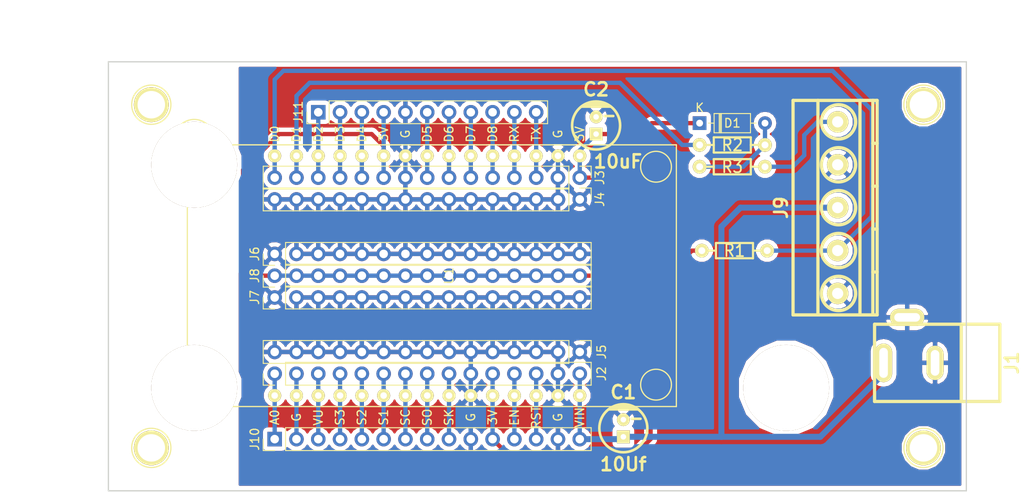
<source format=kicad_pcb>
(kicad_pcb (version 20171130) (host pcbnew 5.0.2-bee76a0~70~ubuntu16.04.1)

  (general
    (thickness 1.6)
    (drawings 6)
    (tracks 128)
    (zones 0)
    (modules 25)
    (nets 28)
  )

  (page A4)
  (layers
    (0 F.Cu signal)
    (31 B.Cu signal)
    (32 B.Adhes user)
    (33 F.Adhes user)
    (34 B.Paste user)
    (35 F.Paste user)
    (36 B.SilkS user)
    (37 F.SilkS user)
    (38 B.Mask user)
    (39 F.Mask user)
    (40 Dwgs.User user)
    (41 Cmts.User user)
    (42 Eco1.User user)
    (43 Eco2.User user)
    (44 Edge.Cuts user)
    (45 Margin user)
    (46 B.CrtYd user)
    (47 F.CrtYd user)
    (48 B.Fab user)
    (49 F.Fab user)
  )

  (setup
    (last_trace_width 0.5)
    (trace_clearance 0.2)
    (zone_clearance 0.508)
    (zone_45_only no)
    (trace_min 0.2)
    (segment_width 0.2)
    (edge_width 0.15)
    (via_size 0.8)
    (via_drill 0.4)
    (via_min_size 0.4)
    (via_min_drill 0.3)
    (uvia_size 0.3)
    (uvia_drill 0.1)
    (uvias_allowed no)
    (uvia_min_size 0.2)
    (uvia_min_drill 0.1)
    (pcb_text_width 0.3)
    (pcb_text_size 1.5 1.5)
    (mod_edge_width 0.15)
    (mod_text_size 1 1)
    (mod_text_width 0.15)
    (pad_size 10 10)
    (pad_drill 10)
    (pad_to_mask_clearance 0.051)
    (solder_mask_min_width 0.25)
    (aux_axis_origin 0 0)
    (visible_elements FFFFFF7F)
    (pcbplotparams
      (layerselection 0x010fc_ffffffff)
      (usegerberextensions false)
      (usegerberattributes false)
      (usegerberadvancedattributes false)
      (creategerberjobfile false)
      (excludeedgelayer true)
      (linewidth 0.100000)
      (plotframeref false)
      (viasonmask false)
      (mode 1)
      (useauxorigin false)
      (hpglpennumber 1)
      (hpglpenspeed 20)
      (hpglpendiameter 15.000000)
      (psnegative false)
      (psa4output false)
      (plotreference true)
      (plotvalue true)
      (plotinvisibletext false)
      (padsonsilk false)
      (subtractmaskfromsilk false)
      (outputformat 1)
      (mirror false)
      (drillshape 1)
      (scaleselection 1)
      (outputdirectory ""))
  )

  (net 0 "")
  (net 1 +3V3)
  (net 2 "Net-(D1-Pad2)")
  (net 3 /GAS)
  (net 4 /WATER)
  (net 5 GND)
  (net 6 +12V)
  (net 7 /A0)
  (net 8 /SD3)
  (net 9 /SD2)
  (net 10 /MOSI)
  (net 11 /CS)
  (net 12 /MISO)
  (net 13 /CLK)
  (net 14 /EN)
  (net 15 /RST)
  (net 16 /TX)
  (net 17 /RX)
  (net 18 /D8)
  (net 19 /D7)
  (net 20 /D6)
  (net 21 /D5)
  (net 22 /D4)
  (net 23 /D3)
  (net 24 /D2)
  (net 25 "Net-(J3-Pad14)")
  (net 26 /RSV1)
  (net 27 /RSV2)

  (net_class Default "This is the default net class."
    (clearance 0.2)
    (trace_width 0.5)
    (via_dia 0.8)
    (via_drill 0.4)
    (uvia_dia 0.3)
    (uvia_drill 0.1)
    (add_net +3V3)
    (add_net /A0)
    (add_net /CLK)
    (add_net /CS)
    (add_net /D2)
    (add_net /D3)
    (add_net /D4)
    (add_net /D5)
    (add_net /D6)
    (add_net /D7)
    (add_net /D8)
    (add_net /EN)
    (add_net /GAS)
    (add_net /MISO)
    (add_net /MOSI)
    (add_net /RST)
    (add_net /RSV1)
    (add_net /RSV2)
    (add_net /RX)
    (add_net /SD2)
    (add_net /SD3)
    (add_net /TX)
    (add_net /WATER)
    (add_net GND)
    (add_net "Net-(D1-Pad2)")
    (add_net "Net-(J3-Pad14)")
  )

  (net_class Power ""
    (clearance 0.2)
    (trace_width 0.7)
    (via_dia 0.8)
    (via_drill 0.4)
    (uvia_dia 0.3)
    (uvia_drill 0.1)
    (add_net +12V)
  )

  (module w_to:1pin (layer F.Cu) (tedit 5C45E364) (tstamp 5C521896)
    (at 179 88)
    (descr "module 1 pin (ou trou mecanique de percage)")
    (tags DEV)
    (fp_text reference REF** (at 0 -3.048) (layer F.SilkS) hide
      (effects (font (size 1 1) (thickness 0.15)))
    )
    (fp_text value 1Pin (at 0 2.794) (layer F.Fab) hide
      (effects (font (size 1 1) (thickness 0.15)))
    )
    (fp_circle (center 0 0) (end 0 -2.286) (layer F.SilkS) (width 0.15))
    (pad 1 thru_hole circle (at 0 0) (size 10 10) (drill 10) (layers *.Cu *.Mask F.SilkS))
  )

  (module w_to:1pin (layer F.Cu) (tedit 5C45E5C8) (tstamp 5C521C99)
    (at 110 59)
    (descr "module 1 pin (ou trou mecanique de percage)")
    (tags DEV)
    (fp_text reference REF** (at 0 -3.048) (layer F.SilkS) hide
      (effects (font (size 1 1) (thickness 0.15)))
    )
    (fp_text value 1Pin (at 0 2.794) (layer F.Fab) hide
      (effects (font (size 1 1) (thickness 0.15)))
    )
    (fp_circle (center 0 0) (end 0 -2.286) (layer F.SilkS) (width 0.15))
    (pad 1 thru_hole circle (at 0 3) (size 10 10) (drill 10) (layers *.Cu *.Mask F.SilkS))
  )

  (module ESP8266:NodeMCU-LoLinV3 (layer F.Cu) (tedit 5C450644) (tstamp 5C51E158)
    (at 139.7 74.93 90)
    (path /5C44540A)
    (fp_text reference U1 (at 0 0 90) (layer F.SilkS)
      (effects (font (size 1 1) (thickness 0.15)))
    )
    (fp_text value "NodeMCU1.0(ESP-12E)" (at 0 -29.21 90) (layer F.Fab)
      (effects (font (size 1 1) (thickness 0.15)))
    )
    (fp_text user VIN (at -16.51 15.24 90) (layer F.SilkS)
      (effects (font (size 1 1) (thickness 0.15)))
    )
    (fp_text user G (at -16.51 12.7 90) (layer F.SilkS)
      (effects (font (size 1 1) (thickness 0.15)))
    )
    (fp_text user RST (at -16.51 10.16 90) (layer F.SilkS)
      (effects (font (size 1 1) (thickness 0.15)))
    )
    (fp_text user EN (at -16.51 7.62 90) (layer F.SilkS)
      (effects (font (size 1 1) (thickness 0.15)))
    )
    (fp_text user 3V (at -16.51 5.08 90) (layer F.SilkS)
      (effects (font (size 1 1) (thickness 0.15)))
    )
    (fp_text user G (at -16.51 2.54 90) (layer F.SilkS)
      (effects (font (size 1 1) (thickness 0.15)))
    )
    (fp_text user SK (at -16.51 0 90) (layer F.SilkS)
      (effects (font (size 1 1) (thickness 0.15)))
    )
    (fp_text user SO (at -16.51 -2.54 90) (layer F.SilkS)
      (effects (font (size 1 1) (thickness 0.15)))
    )
    (fp_text user SC (at -16.51 -5.08 90) (layer F.SilkS)
      (effects (font (size 1 1) (thickness 0.15)))
    )
    (fp_text user S1 (at -16.51 -7.62 90) (layer F.SilkS)
      (effects (font (size 1 1) (thickness 0.15)))
    )
    (fp_text user S2 (at -16.51 -10.16 90) (layer F.SilkS)
      (effects (font (size 1 1) (thickness 0.15)))
    )
    (fp_text user S3 (at -16.51 -12.7 90) (layer F.SilkS)
      (effects (font (size 1 1) (thickness 0.15)))
    )
    (fp_text user VU (at -16.51 -15.24 90) (layer F.SilkS)
      (effects (font (size 1 1) (thickness 0.15)))
    )
    (fp_text user G (at -16.51 -17.78 90) (layer F.SilkS)
      (effects (font (size 1 1) (thickness 0.15)))
    )
    (fp_text user A0 (at -16.51 -20.32 90) (layer F.SilkS)
      (effects (font (size 1 1) (thickness 0.15)))
    )
    (fp_text user 3V (at 16.51 15.24 90) (layer F.SilkS)
      (effects (font (size 1 1) (thickness 0.15)))
    )
    (fp_text user G (at 16.51 12.7 90) (layer F.SilkS)
      (effects (font (size 1 1) (thickness 0.15)))
    )
    (fp_text user TX (at 16.51 10.16 90) (layer F.SilkS)
      (effects (font (size 1 1) (thickness 0.15)))
    )
    (fp_text user RX (at 16.51 7.62 90) (layer F.SilkS)
      (effects (font (size 1 1) (thickness 0.15)))
    )
    (fp_text user D8 (at 16.51 5.08 90) (layer F.SilkS)
      (effects (font (size 1 1) (thickness 0.15)))
    )
    (fp_text user D7 (at 16.51 2.54 90) (layer F.SilkS)
      (effects (font (size 1 1) (thickness 0.15)))
    )
    (fp_text user D6 (at 16.51 0 90) (layer F.SilkS)
      (effects (font (size 1 1) (thickness 0.15)))
    )
    (fp_text user D5 (at 16.51 -2.54 90) (layer F.SilkS)
      (effects (font (size 1 1) (thickness 0.15)))
    )
    (fp_text user G (at 16.51 -5.08 90) (layer F.SilkS)
      (effects (font (size 1 1) (thickness 0.15)))
    )
    (fp_text user 3V (at 16.51 -7.62 90) (layer F.SilkS)
      (effects (font (size 1 1) (thickness 0.15)))
    )
    (fp_text user D4 (at 16.51 -10.16 90) (layer F.SilkS)
      (effects (font (size 1 1) (thickness 0.15)))
    )
    (fp_text user D3 (at 16.51 -12.7 90) (layer F.SilkS)
      (effects (font (size 1 1) (thickness 0.15)))
    )
    (fp_text user D2 (at 16.51 -15.24 90) (layer F.SilkS)
      (effects (font (size 1 1) (thickness 0.15)))
    )
    (fp_text user D1 (at 16.51 -17.78 90) (layer F.SilkS)
      (effects (font (size 1 1) (thickness 0.15)))
    )
    (fp_text user D0 (at 16.51 -20.32 90) (layer F.SilkS)
      (effects (font (size 1 1) (thickness 0.15)))
    )
    (fp_circle (center 12.7 24.13) (end 13.97 22.86) (layer F.SilkS) (width 0.15))
    (fp_circle (center -12.7 24.13) (end -11.43 22.86) (layer F.SilkS) (width 0.15))
    (fp_circle (center -12.7 -27.94) (end -11.43 -29.21) (layer F.SilkS) (width 0.15))
    (fp_circle (center 12.7 -27.94) (end 13.97 -29.21) (layer F.SilkS) (width 0.15))
    (fp_line (start 15.25 -30.5) (end -14.75 -30.5) (layer F.SilkS) (width 0.15))
    (fp_line (start -14.75 -30.5) (end -15.25 -30.5) (layer F.SilkS) (width 0.15))
    (fp_line (start -15.25 -30.5) (end -15.25 26.5) (layer F.SilkS) (width 0.15))
    (fp_line (start -15.25 26.5) (end 15.25 26.5) (layer F.SilkS) (width 0.15))
    (fp_line (start 15.25 26.5) (end 15.25 -30.5) (layer F.SilkS) (width 0.15))
    (pad 1 thru_hole circle (at -13.97 -20.32 90) (size 1.524 1.524) (drill 0.762) (layers *.Cu *.Mask F.SilkS)
      (net 7 /A0))
    (pad 2 thru_hole circle (at -13.97 -17.78 90) (size 1.524 1.524) (drill 0.762) (layers *.Cu *.Mask F.SilkS)
      (net 26 /RSV1))
    (pad 3 thru_hole circle (at -13.97 -15.24 90) (size 1.524 1.524) (drill 0.762) (layers *.Cu *.Mask F.SilkS)
      (net 27 /RSV2))
    (pad 4 thru_hole circle (at -13.97 -12.7 90) (size 1.524 1.524) (drill 0.762) (layers *.Cu *.Mask F.SilkS)
      (net 8 /SD3))
    (pad 5 thru_hole circle (at -13.97 -10.16 90) (size 1.524 1.524) (drill 0.762) (layers *.Cu *.Mask F.SilkS)
      (net 9 /SD2))
    (pad 6 thru_hole circle (at -13.97 -7.62 90) (size 1.524 1.524) (drill 0.762) (layers *.Cu *.Mask F.SilkS)
      (net 10 /MOSI))
    (pad 7 thru_hole circle (at -13.97 -5.08 90) (size 1.524 1.524) (drill 0.762) (layers *.Cu *.Mask F.SilkS)
      (net 11 /CS))
    (pad 8 thru_hole circle (at -13.97 -2.54 90) (size 1.524 1.524) (drill 0.762) (layers *.Cu *.Mask F.SilkS)
      (net 12 /MISO))
    (pad 9 thru_hole circle (at -13.97 0 90) (size 1.524 1.524) (drill 0.762) (layers *.Cu *.Mask F.SilkS)
      (net 13 /CLK))
    (pad 10 thru_hole circle (at -13.97 2.54 90) (size 1.524 1.524) (drill 0.762) (layers *.Cu *.Mask F.SilkS)
      (net 5 GND))
    (pad 11 thru_hole circle (at -13.97 5.08 90) (size 1.524 1.524) (drill 0.762) (layers *.Cu *.Mask F.SilkS)
      (net 1 +3V3))
    (pad 12 thru_hole circle (at -13.97 7.62 90) (size 1.524 1.524) (drill 0.762) (layers *.Cu *.Mask F.SilkS)
      (net 14 /EN))
    (pad 13 thru_hole circle (at -13.97 10.16 90) (size 1.524 1.524) (drill 0.762) (layers *.Cu *.Mask F.SilkS)
      (net 15 /RST))
    (pad 14 thru_hole circle (at -13.97 12.7 90) (size 1.524 1.524) (drill 0.762) (layers *.Cu *.Mask F.SilkS)
      (net 5 GND))
    (pad 15 thru_hole circle (at -13.97 15.24 90) (size 1.524 1.524) (drill 0.762) (layers *.Cu *.Mask F.SilkS)
      (net 6 +12V))
    (pad 16 thru_hole circle (at 13.97 15.24 90) (size 1.524 1.524) (drill 0.762) (layers *.Cu *.Mask F.SilkS)
      (net 1 +3V3))
    (pad 17 thru_hole circle (at 13.97 12.7 90) (size 1.524 1.524) (drill 0.762) (layers *.Cu *.Mask F.SilkS)
      (net 5 GND))
    (pad 18 thru_hole circle (at 13.97 10.16 90) (size 1.524 1.524) (drill 0.762) (layers *.Cu *.Mask F.SilkS)
      (net 16 /TX))
    (pad 19 thru_hole circle (at 13.97 7.62 90) (size 1.524 1.524) (drill 0.762) (layers *.Cu *.Mask F.SilkS)
      (net 17 /RX))
    (pad 20 thru_hole circle (at 13.97 5.08 90) (size 1.524 1.524) (drill 0.762) (layers *.Cu *.Mask F.SilkS)
      (net 18 /D8))
    (pad 21 thru_hole circle (at 13.97 2.54 90) (size 1.524 1.524) (drill 0.762) (layers *.Cu *.Mask F.SilkS)
      (net 19 /D7))
    (pad 22 thru_hole circle (at 13.97 0 90) (size 1.524 1.524) (drill 0.762) (layers *.Cu *.Mask F.SilkS)
      (net 20 /D6))
    (pad 23 thru_hole circle (at 13.97 -2.54 90) (size 1.524 1.524) (drill 0.762) (layers *.Cu *.Mask F.SilkS)
      (net 21 /D5))
    (pad 24 thru_hole circle (at 13.97 -5.08 90) (size 1.524 1.524) (drill 0.762) (layers *.Cu *.Mask F.SilkS)
      (net 5 GND))
    (pad 25 thru_hole circle (at 13.97 -7.62 90) (size 1.524 1.524) (drill 0.762) (layers *.Cu *.Mask F.SilkS)
      (net 1 +3V3))
    (pad 26 thru_hole circle (at 13.97 -10.16 90) (size 1.524 1.524) (drill 0.762) (layers *.Cu *.Mask F.SilkS)
      (net 22 /D4))
    (pad 27 thru_hole circle (at 13.97 -12.7 90) (size 1.524 1.524) (drill 0.762) (layers *.Cu *.Mask F.SilkS)
      (net 23 /D3))
    (pad 28 thru_hole circle (at 13.97 -15.24 90) (size 1.524 1.524) (drill 0.762) (layers *.Cu *.Mask F.SilkS)
      (net 24 /D2))
    (pad 29 thru_hole circle (at 13.97 -17.78 90) (size 1.524 1.524) (drill 0.762) (layers *.Cu *.Mask F.SilkS)
      (net 25 "Net-(J3-Pad14)"))
    (pad 30 thru_hole circle (at 13.97 -20.32 90) (size 1.524 1.524) (drill 0.762) (layers *.Cu *.Mask F.SilkS)
      (net 3 /GAS))
  )

  (module Diode_THT:D_DO-35_SOD27_P7.62mm_Horizontal (layer F.Cu) (tedit 5C45D6A7) (tstamp 5C51E331)
    (at 168.91 57.15)
    (descr "Diode, DO-35_SOD27 series, Axial, Horizontal, pin pitch=7.62mm, , length*diameter=4*2mm^2, , http://www.diodes.com/_files/packages/DO-35.pdf")
    (tags "Diode DO-35_SOD27 series Axial Horizontal pin pitch 7.62mm  length 4mm diameter 2mm")
    (path /5C445B39)
    (fp_text reference D1 (at 3.81 0) (layer F.SilkS)
      (effects (font (size 1 1) (thickness 0.15)))
    )
    (fp_text value 1N4148 (at -3.81 0) (layer F.Fab) hide
      (effects (font (size 1 1) (thickness 0.15)))
    )
    (fp_line (start 1.81 -1) (end 1.81 1) (layer F.Fab) (width 0.1))
    (fp_line (start 1.81 1) (end 5.81 1) (layer F.Fab) (width 0.1))
    (fp_line (start 5.81 1) (end 5.81 -1) (layer F.Fab) (width 0.1))
    (fp_line (start 5.81 -1) (end 1.81 -1) (layer F.Fab) (width 0.1))
    (fp_line (start 0 0) (end 1.81 0) (layer F.Fab) (width 0.1))
    (fp_line (start 7.62 0) (end 5.81 0) (layer F.Fab) (width 0.1))
    (fp_line (start 2.41 -1) (end 2.41 1) (layer F.Fab) (width 0.1))
    (fp_line (start 2.51 -1) (end 2.51 1) (layer F.Fab) (width 0.1))
    (fp_line (start 2.31 -1) (end 2.31 1) (layer F.Fab) (width 0.1))
    (fp_line (start 1.69 -1.12) (end 1.69 1.12) (layer F.SilkS) (width 0.12))
    (fp_line (start 1.69 1.12) (end 5.93 1.12) (layer F.SilkS) (width 0.12))
    (fp_line (start 5.93 1.12) (end 5.93 -1.12) (layer F.SilkS) (width 0.12))
    (fp_line (start 5.93 -1.12) (end 1.69 -1.12) (layer F.SilkS) (width 0.12))
    (fp_line (start 1.04 0) (end 1.69 0) (layer F.SilkS) (width 0.12))
    (fp_line (start 6.58 0) (end 5.93 0) (layer F.SilkS) (width 0.12))
    (fp_line (start 2.41 -1.12) (end 2.41 1.12) (layer F.SilkS) (width 0.12))
    (fp_line (start 2.53 -1.12) (end 2.53 1.12) (layer F.SilkS) (width 0.12))
    (fp_line (start 2.29 -1.12) (end 2.29 1.12) (layer F.SilkS) (width 0.12))
    (fp_line (start -1.05 -1.25) (end -1.05 1.25) (layer F.CrtYd) (width 0.05))
    (fp_line (start -1.05 1.25) (end 8.67 1.25) (layer F.CrtYd) (width 0.05))
    (fp_line (start 8.67 1.25) (end 8.67 -1.25) (layer F.CrtYd) (width 0.05))
    (fp_line (start 8.67 -1.25) (end -1.05 -1.25) (layer F.CrtYd) (width 0.05))
    (fp_text user %R (at -2.54 0) (layer F.Fab) hide
      (effects (font (size 0.8 0.8) (thickness 0.12)))
    )
    (fp_text user K (at 0 -1.8) (layer F.Fab)
      (effects (font (size 1 1) (thickness 0.15)))
    )
    (fp_text user K (at 0 -1.8) (layer F.SilkS)
      (effects (font (size 1 1) (thickness 0.15)))
    )
    (pad 1 thru_hole rect (at 0 0) (size 1.6 1.6) (drill 0.8) (layers *.Cu *.Mask)
      (net 1 +3V3))
    (pad 2 thru_hole oval (at 7.62 0) (size 1.6 1.6) (drill 0.8) (layers *.Cu *.Mask)
      (net 2 "Net-(D1-Pad2)"))
    (model ${KISYS3DMOD}/Diode_THT.3dshapes/D_DO-35_SOD27_P7.62mm_Horizontal.wrl
      (at (xyz 0 0 0))
      (scale (xyz 1 1 1))
      (rotate (xyz 0 0 0))
    )
  )

  (module w_to:1pin (layer F.Cu) (tedit 5C45DD9E) (tstamp 5C51DD21)
    (at 195 95)
    (descr "module 1 pin (ou trou mecanique de percage)")
    (tags DEV)
    (fp_text reference REF** (at 0 -3.048) (layer F.SilkS) hide
      (effects (font (size 1 1) (thickness 0.15)))
    )
    (fp_text value 1Pin (at 0 2.794) (layer F.Fab) hide
      (effects (font (size 1 1) (thickness 0.15)))
    )
    (fp_circle (center 0 0) (end 0 -2.286) (layer F.SilkS) (width 0.15))
    (pad 1 thru_hole circle (at 0 0) (size 4.064 4.064) (drill 3.2) (layers *.Cu *.Mask F.SilkS))
  )

  (module w_to:1pin (layer F.Cu) (tedit 5C45DEF1) (tstamp 5C51E43A)
    (at 105 95)
    (descr "module 1 pin (ou trou mecanique de percage)")
    (tags DEV)
    (fp_text reference REF** (at 0 -3.048) (layer F.SilkS) hide
      (effects (font (size 1 1) (thickness 0.15)))
    )
    (fp_text value 1Pin (at 0 2.794) (layer F.Fab) hide
      (effects (font (size 1 1) (thickness 0.15)))
    )
    (fp_circle (center 0 0) (end 0 -2.286) (layer F.SilkS) (width 0.15))
    (pad 1 thru_hole circle (at 0 0) (size 4.064 4.064) (drill 3.2) (layers *.Cu *.Mask F.SilkS))
  )

  (module w_conn_mkds:mkds_1,5-5 (layer F.Cu) (tedit 5C45D3FA) (tstamp 5C50A574)
    (at 185 67 90)
    (descr "5-way 5mm pitch terminal block, Phoenix MKDS series")
    (path /5C682285)
    (fp_text reference J9 (at 0 -6.6 90) (layer F.SilkS)
      (effects (font (size 1.5 1.5) (thickness 0.3)))
    )
    (fp_text value Conn_01x05_Female (at 0 5.9 90) (layer F.SilkS) hide
      (effects (font (size 1.5 1.5) (thickness 0.3)))
    )
    (fp_line (start 7.5 4.1) (end 7.5 4.6) (layer F.SilkS) (width 0.381))
    (fp_circle (center 10 0.1) (end 8 0.1) (layer F.SilkS) (width 0.381))
    (fp_line (start 2.5 4.1) (end 2.5 4.6) (layer F.SilkS) (width 0.381))
    (fp_circle (center 5 0.1) (end 3 0.1) (layer F.SilkS) (width 0.381))
    (fp_circle (center 0 0.1) (end -2 0.1) (layer F.SilkS) (width 0.381))
    (fp_line (start -2.5 4.1) (end -2.5 4.6) (layer F.SilkS) (width 0.381))
    (fp_line (start -7.5 4.1) (end -7.5 4.6) (layer F.SilkS) (width 0.381))
    (fp_circle (center -5 0.1) (end -7 0.1) (layer F.SilkS) (width 0.381))
    (fp_circle (center -10 0.1) (end -8 0.1) (layer F.SilkS) (width 0.381))
    (fp_line (start -12.5 2.6) (end 12.5 2.6) (layer F.SilkS) (width 0.381))
    (fp_line (start -12.5 -2.3) (end 12.5 -2.3) (layer F.SilkS) (width 0.381))
    (fp_line (start -12.5 4.1) (end 12.5 4.1) (layer F.SilkS) (width 0.381))
    (fp_line (start -12.5 4.6) (end 12.5 4.6) (layer F.SilkS) (width 0.381))
    (fp_line (start 12.5 4.6) (end 12.5 -5.2) (layer F.SilkS) (width 0.381))
    (fp_line (start 12.5 -5.2) (end -12.5 -5.2) (layer F.SilkS) (width 0.381))
    (fp_line (start -12.5 -5.2) (end -12.5 4.6) (layer F.SilkS) (width 0.381))
    (pad 5 thru_hole circle (at 10 0 90) (size 2.5 2.5) (drill 1.3) (layers *.Cu *.Mask F.SilkS)
      (net 4 /WATER))
    (pad 4 thru_hole circle (at 5 0 90) (size 2.5 2.5) (drill 1.3) (layers *.Cu *.Mask F.SilkS)
      (net 5 GND))
    (pad 3 thru_hole circle (at 0 0 90) (size 2.5 2.5) (drill 1.3) (layers *.Cu *.Mask F.SilkS)
      (net 6 +12V))
    (pad 1 thru_hole circle (at -10 0 90) (size 2.5 2.5) (drill 1.3) (layers *.Cu *.Mask F.SilkS)
      (net 5 GND))
    (pad 2 thru_hole circle (at -5 0 90) (size 2.5 2.5) (drill 1.3) (layers *.Cu *.Mask F.SilkS)
      (net 3 /GAS))
    (model walter/conn_mkds/mkds_1,5-5.wrl
      (at (xyz 0 0 0))
      (scale (xyz 1 1 1))
      (rotate (xyz 0 0 0))
    )
  )

  (module w_capacitors:CP_5x7mm (layer F.Cu) (tedit 0) (tstamp 5C50A55B)
    (at 156.845 57.42)
    (descr "Capacitor, pol, cyl 5x7mm")
    (path /5C5B3CA0)
    (fp_text reference C2 (at 0 -4.2) (layer F.SilkS)
      (effects (font (size 1.524 1.524) (thickness 0.3048)))
    )
    (fp_text value 10uF (at 2.54 4.2) (layer F.SilkS)
      (effects (font (size 1.524 1.524) (thickness 0.3048)))
    )
    (fp_line (start 1 -1.1) (end 2 -1.1) (layer F.SilkS) (width 0.3))
    (fp_circle (center 0 0) (end 2.8 0) (layer F.SilkS) (width 0.3048))
    (fp_line (start -1.7 -2.2) (end 1.7 -2.2) (layer F.SilkS) (width 0.3048))
    (fp_line (start -1.3 -2.4) (end 1.3 -2.4) (layer F.SilkS) (width 0.3048))
    (fp_line (start -0.8 -2.6) (end 0.8 -2.6) (layer F.SilkS) (width 0.3048))
    (pad 2 thru_hole circle (at 0 -1) (size 1.5 1.5) (drill 0.65) (layers *.Cu *.Mask F.SilkS)
      (net 5 GND))
    (pad 1 thru_hole rect (at 0 1) (size 1.5 1.5) (drill 0.65) (layers *.Cu *.Mask F.SilkS)
      (net 1 +3V3))
    (model walter/capacitors/cp_5x7mm.wrl
      (at (xyz 0 0 0))
      (scale (xyz 1 1 1))
      (rotate (xyz 0 0 0))
    )
  )

  (module w_pth_resistors:RC03 (layer F.Cu) (tedit 5C4464A6) (tstamp 5C51E39D)
    (at 172.974 72.009 180)
    (descr "Resistor, RC03")
    (tags R)
    (path /5C44587C)
    (autoplace_cost180 10)
    (fp_text reference R1 (at 0 0 180) (layer F.SilkS)
      (effects (font (size 1.397 1.27) (thickness 0.2032)))
    )
    (fp_text value 5k6 (at 0 2.032 180) (layer F.SilkS) hide
      (effects (font (size 1.397 1.27) (thickness 0.2032)))
    )
    (fp_line (start 2.159 -0.889) (end -2.159 -0.889) (layer F.SilkS) (width 0.254))
    (fp_line (start 2.159 0.889) (end 2.159 -0.889) (layer F.SilkS) (width 0.254))
    (fp_line (start -2.159 0.889) (end 2.159 0.889) (layer F.SilkS) (width 0.254))
    (fp_line (start -2.159 -0.889) (end -2.159 0.889) (layer F.SilkS) (width 0.254))
    (fp_line (start -2.159 0) (end -3.81 0) (layer F.SilkS) (width 0.254))
    (fp_line (start 2.159 0) (end 3.81 0) (layer F.SilkS) (width 0.254))
    (pad 2 thru_hole circle (at 3.81 0 180) (size 1.6 1.6) (drill 0.8001) (layers *.Cu *.Mask F.SilkS)
      (net 1 +3V3))
    (pad 1 thru_hole circle (at -3.81 0 180) (size 1.6 1.6) (drill 0.8001) (layers *.Cu *.Mask F.SilkS)
      (net 3 /GAS))
    (model walter/pth_resistors/rc03.wrl
      (at (xyz 0 0 0))
      (scale (xyz 1 1 1))
      (rotate (xyz 0 0 0))
    )
  )

  (module w_pth_resistors:RC03 (layer F.Cu) (tedit 5C4464CD) (tstamp 5C51E2DC)
    (at 172.72 59.69 180)
    (descr "Resistor, RC03")
    (tags R)
    (path /5C4457B4)
    (autoplace_cost180 10)
    (fp_text reference R2 (at 0 0 180) (layer F.SilkS)
      (effects (font (size 1.397 1.27) (thickness 0.2032)))
    )
    (fp_text value 5k6 (at 0 2.032 180) (layer F.SilkS) hide
      (effects (font (size 1.397 1.27) (thickness 0.2032)))
    )
    (fp_line (start 2.159 0) (end 3.81 0) (layer F.SilkS) (width 0.254))
    (fp_line (start -2.159 0) (end -3.81 0) (layer F.SilkS) (width 0.254))
    (fp_line (start -2.159 -0.889) (end -2.159 0.889) (layer F.SilkS) (width 0.254))
    (fp_line (start -2.159 0.889) (end 2.159 0.889) (layer F.SilkS) (width 0.254))
    (fp_line (start 2.159 0.889) (end 2.159 -0.889) (layer F.SilkS) (width 0.254))
    (fp_line (start 2.159 -0.889) (end -2.159 -0.889) (layer F.SilkS) (width 0.254))
    (pad 1 thru_hole circle (at -3.81 0 180) (size 1.6 1.6) (drill 0.8001) (layers *.Cu *.Mask F.SilkS)
      (net 2 "Net-(D1-Pad2)"))
    (pad 2 thru_hole circle (at 3.81 0 180) (size 1.6 1.6) (drill 0.8001) (layers *.Cu *.Mask F.SilkS)
      (net 25 "Net-(J3-Pad14)"))
    (model walter/pth_resistors/rc03.wrl
      (at (xyz 0 0 0))
      (scale (xyz 1 1 1))
      (rotate (xyz 0 0 0))
    )
  )

  (module w_pth_resistors:RC03 (layer F.Cu) (tedit 5C4464B5) (tstamp 5C51E2FD)
    (at 172.72 62.23 180)
    (descr "Resistor, RC03")
    (tags R)
    (path /5C65808C)
    (autoplace_cost180 10)
    (fp_text reference R3 (at 0 0 180) (layer F.SilkS)
      (effects (font (size 1.397 1.27) (thickness 0.2032)))
    )
    (fp_text value 8k2 (at 0 2.032 180) (layer F.SilkS) hide
      (effects (font (size 1.397 1.27) (thickness 0.2032)))
    )
    (fp_line (start 2.159 0) (end 3.81 0) (layer F.SilkS) (width 0.254))
    (fp_line (start -2.159 0) (end -3.81 0) (layer F.SilkS) (width 0.254))
    (fp_line (start -2.159 -0.889) (end -2.159 0.889) (layer F.SilkS) (width 0.254))
    (fp_line (start -2.159 0.889) (end 2.159 0.889) (layer F.SilkS) (width 0.254))
    (fp_line (start 2.159 0.889) (end 2.159 -0.889) (layer F.SilkS) (width 0.254))
    (fp_line (start 2.159 -0.889) (end -2.159 -0.889) (layer F.SilkS) (width 0.254))
    (pad 1 thru_hole circle (at -3.81 0 180) (size 1.6 1.6) (drill 0.8001) (layers *.Cu *.Mask F.SilkS)
      (net 4 /WATER))
    (pad 2 thru_hole circle (at 3.81 0 180) (size 1.6 1.6) (drill 0.8001) (layers *.Cu *.Mask F.SilkS)
      (net 2 "Net-(D1-Pad2)"))
    (model walter/pth_resistors/rc03.wrl
      (at (xyz 0 0 0))
      (scale (xyz 1 1 1))
      (rotate (xyz 0 0 0))
    )
  )

  (module w_conn_misc:dc_socket (layer F.Cu) (tedit 5C45D3F3) (tstamp 5C5B6190)
    (at 196.60108 85.09 90)
    (descr "Socket, DC power supply")
    (path /5C44608F)
    (fp_text reference J1 (at 0 8.6995 90) (layer F.SilkS)
      (effects (font (size 1.524 1.524) (thickness 0.3048)))
    )
    (fp_text value Barrel_Jack_Switch (at 20.32 -1.27 90) (layer F.SilkS) hide
      (effects (font (size 1.524 1.524) (thickness 0.3048)))
    )
    (fp_line (start -4.50088 2.79908) (end 4.50088 2.79908) (layer F.SilkS) (width 0.381))
    (fp_line (start -4.50088 7.29996) (end 4.50088 7.29996) (layer F.SilkS) (width 0.381))
    (fp_line (start 4.50088 7.29996) (end 4.50088 -7.29996) (layer F.SilkS) (width 0.381))
    (fp_line (start 4.50088 -7.29996) (end -4.50088 -7.29996) (layer F.SilkS) (width 0.381))
    (fp_line (start -4.50088 -7.29996) (end -4.50088 7.29996) (layer F.SilkS) (width 0.381))
    (pad 2 thru_hole oval (at 5.30098 -3.50012 90) (size 1.99898 4.0005) (drill oval 1.00076 2.99974) (layers *.Cu *.Mask F.SilkS)
      (net 5 GND))
    (pad 3 thru_hole oval (at 0 -0.24892 90) (size 4.0005 1.99898) (drill oval 2.99974 1.00076) (layers *.Cu *.Mask F.SilkS)
      (net 5 GND))
    (pad 1 thru_hole oval (at 0 -6.25094 90) (size 4.50088 1.99898) (drill oval 3.50012 1.00076) (layers *.Cu *.Mask F.SilkS)
      (net 6 +12V))
    (model walter/conn_misc/dc_socket.wrl
      (at (xyz 0 0 0))
      (scale (xyz 1 1 1))
      (rotate (xyz 0 0 0))
    )
  )

  (module Connector_PinHeader_2.54mm:PinHeader_1x15_P2.54mm_Vertical (layer F.Cu) (tedit 5C45A875) (tstamp 5C466C43)
    (at 119.38 86.36 90)
    (descr "Through hole straight pin header, 1x15, 2.54mm pitch, single row")
    (tags "Through hole pin header THT 1x15 2.54mm single row")
    (path /5C45CE46)
    (fp_text reference J2 (at 0 38.1 90) (layer F.SilkS)
      (effects (font (size 1 1) (thickness 0.15)))
    )
    (fp_text value Conn_01x15_Female (at 0 37.89 90) (layer F.Fab) hide
      (effects (font (size 1 1) (thickness 0.15)))
    )
    (fp_line (start -0.635 -1.27) (end 1.27 -1.27) (layer F.Fab) (width 0.1))
    (fp_line (start 1.27 -1.27) (end 1.27 36.83) (layer F.Fab) (width 0.1))
    (fp_line (start 1.27 36.83) (end -1.27 36.83) (layer F.Fab) (width 0.1))
    (fp_line (start -1.27 36.83) (end -1.27 -0.635) (layer F.Fab) (width 0.1))
    (fp_line (start -1.27 -0.635) (end -0.635 -1.27) (layer F.Fab) (width 0.1))
    (fp_line (start -1.33 36.89) (end 1.33 36.89) (layer F.SilkS) (width 0.12))
    (fp_line (start -1.33 1.27) (end -1.33 36.89) (layer F.SilkS) (width 0.12))
    (fp_line (start 1.33 1.27) (end 1.33 36.89) (layer F.SilkS) (width 0.12))
    (fp_line (start -1.33 1.27) (end 1.33 1.27) (layer F.SilkS) (width 0.12))
    (fp_line (start -1.33 0) (end -1.33 -1.33) (layer F.SilkS) (width 0.12))
    (fp_line (start -1.33 -1.33) (end 0 -1.33) (layer F.SilkS) (width 0.12))
    (fp_line (start -1.8 -1.8) (end -1.8 37.35) (layer F.CrtYd) (width 0.05))
    (fp_line (start -1.8 37.35) (end 1.8 37.35) (layer F.CrtYd) (width 0.05))
    (fp_line (start 1.8 37.35) (end 1.8 -1.8) (layer F.CrtYd) (width 0.05))
    (fp_line (start 1.8 -1.8) (end -1.8 -1.8) (layer F.CrtYd) (width 0.05))
    (fp_text user %R (at 0 17.78 180) (layer F.Fab)
      (effects (font (size 1 1) (thickness 0.15)))
    )
    (pad 1 thru_hole circle (at 0 0 90) (size 1.7 1.7) (drill 1) (layers *.Cu *.Mask)
      (net 7 /A0))
    (pad 2 thru_hole oval (at 0 2.54 90) (size 1.7 1.7) (drill 1) (layers *.Cu *.Mask)
      (net 26 /RSV1))
    (pad 3 thru_hole oval (at 0 5.08 90) (size 1.7 1.7) (drill 1) (layers *.Cu *.Mask)
      (net 27 /RSV2))
    (pad 4 thru_hole oval (at 0 7.62 90) (size 1.7 1.7) (drill 1) (layers *.Cu *.Mask)
      (net 8 /SD3))
    (pad 5 thru_hole oval (at 0 10.16 90) (size 1.7 1.7) (drill 1) (layers *.Cu *.Mask)
      (net 9 /SD2))
    (pad 6 thru_hole oval (at 0 12.7 90) (size 1.7 1.7) (drill 1) (layers *.Cu *.Mask)
      (net 10 /MOSI))
    (pad 7 thru_hole oval (at 0 15.24 90) (size 1.7 1.7) (drill 1) (layers *.Cu *.Mask)
      (net 11 /CS))
    (pad 8 thru_hole oval (at 0 17.78 90) (size 1.7 1.7) (drill 1) (layers *.Cu *.Mask)
      (net 12 /MISO))
    (pad 9 thru_hole oval (at 0 20.32 90) (size 1.7 1.7) (drill 1) (layers *.Cu *.Mask)
      (net 13 /CLK))
    (pad 10 thru_hole oval (at 0 22.86 90) (size 1.7 1.7) (drill 1) (layers *.Cu *.Mask)
      (net 5 GND))
    (pad 11 thru_hole oval (at 0 25.4 90) (size 1.7 1.7) (drill 1) (layers *.Cu *.Mask)
      (net 1 +3V3))
    (pad 12 thru_hole oval (at 0 27.94 90) (size 1.7 1.7) (drill 1) (layers *.Cu *.Mask)
      (net 14 /EN))
    (pad 13 thru_hole oval (at 0 30.48 90) (size 1.7 1.7) (drill 1) (layers *.Cu *.Mask)
      (net 15 /RST))
    (pad 14 thru_hole oval (at 0 33.02 90) (size 1.7 1.7) (drill 1) (layers *.Cu *.Mask)
      (net 5 GND))
    (pad 15 thru_hole oval (at 0 35.56 90) (size 1.7 1.7) (drill 1) (layers *.Cu *.Mask)
      (net 6 +12V))
  )

  (module Connector_PinHeader_2.54mm:PinHeader_1x15_P2.54mm_Vertical (layer F.Cu) (tedit 5C45A8BD) (tstamp 5C47D18B)
    (at 154.94 63.5 270)
    (descr "Through hole straight pin header, 1x15, 2.54mm pitch, single row")
    (tags "Through hole pin header THT 1x15 2.54mm single row")
    (path /5C45A3FA)
    (fp_text reference J3 (at 0 -2.33 270) (layer F.SilkS)
      (effects (font (size 1 1) (thickness 0.15)))
    )
    (fp_text value Conn_01x15_Female (at 0 37.89 270) (layer F.Fab) hide
      (effects (font (size 1 1) (thickness 0.15)))
    )
    (fp_line (start -0.635 -1.27) (end 1.27 -1.27) (layer F.Fab) (width 0.1))
    (fp_line (start 1.27 -1.27) (end 1.27 36.83) (layer F.Fab) (width 0.1))
    (fp_line (start 1.27 36.83) (end -1.27 36.83) (layer F.Fab) (width 0.1))
    (fp_line (start -1.27 36.83) (end -1.27 -0.635) (layer F.Fab) (width 0.1))
    (fp_line (start -1.27 -0.635) (end -0.635 -1.27) (layer F.Fab) (width 0.1))
    (fp_line (start -1.33 36.89) (end 1.33 36.89) (layer F.SilkS) (width 0.12))
    (fp_line (start -1.33 1.27) (end -1.33 36.89) (layer F.SilkS) (width 0.12))
    (fp_line (start 1.33 1.27) (end 1.33 36.89) (layer F.SilkS) (width 0.12))
    (fp_line (start -1.33 1.27) (end 1.33 1.27) (layer F.SilkS) (width 0.12))
    (fp_line (start -1.33 0) (end -1.33 -1.33) (layer F.SilkS) (width 0.12))
    (fp_line (start -1.33 -1.33) (end 0 -1.33) (layer F.SilkS) (width 0.12))
    (fp_line (start -1.8 -1.8) (end -1.8 37.35) (layer F.CrtYd) (width 0.05))
    (fp_line (start -1.8 37.35) (end 1.8 37.35) (layer F.CrtYd) (width 0.05))
    (fp_line (start 1.8 37.35) (end 1.8 -1.8) (layer F.CrtYd) (width 0.05))
    (fp_line (start 1.8 -1.8) (end -1.8 -1.8) (layer F.CrtYd) (width 0.05))
    (fp_text user %R (at 0 17.78) (layer F.Fab)
      (effects (font (size 1 1) (thickness 0.15)))
    )
    (pad 1 thru_hole circle (at 0 0 270) (size 1.7 1.7) (drill 1) (layers *.Cu *.Mask)
      (net 1 +3V3))
    (pad 2 thru_hole oval (at 0 2.54 270) (size 1.7 1.7) (drill 1) (layers *.Cu *.Mask)
      (net 5 GND))
    (pad 3 thru_hole oval (at 0 5.08 270) (size 1.7 1.7) (drill 1) (layers *.Cu *.Mask)
      (net 16 /TX))
    (pad 4 thru_hole oval (at 0 7.62 270) (size 1.7 1.7) (drill 1) (layers *.Cu *.Mask)
      (net 17 /RX))
    (pad 5 thru_hole oval (at 0 10.16 270) (size 1.7 1.7) (drill 1) (layers *.Cu *.Mask)
      (net 18 /D8))
    (pad 6 thru_hole oval (at 0 12.7 270) (size 1.7 1.7) (drill 1) (layers *.Cu *.Mask)
      (net 19 /D7))
    (pad 7 thru_hole oval (at 0 15.24 270) (size 1.7 1.7) (drill 1) (layers *.Cu *.Mask)
      (net 20 /D6))
    (pad 8 thru_hole oval (at 0 17.78 270) (size 1.7 1.7) (drill 1) (layers *.Cu *.Mask)
      (net 21 /D5))
    (pad 9 thru_hole oval (at 0 20.32 270) (size 1.7 1.7) (drill 1) (layers *.Cu *.Mask)
      (net 5 GND))
    (pad 10 thru_hole oval (at 0 22.86 270) (size 1.7 1.7) (drill 1) (layers *.Cu *.Mask)
      (net 1 +3V3))
    (pad 11 thru_hole oval (at 0 25.4 270) (size 1.7 1.7) (drill 1) (layers *.Cu *.Mask)
      (net 22 /D4))
    (pad 12 thru_hole oval (at 0 27.94 270) (size 1.7 1.7) (drill 1) (layers *.Cu *.Mask)
      (net 23 /D3))
    (pad 13 thru_hole oval (at 0 30.48 270) (size 1.7 1.7) (drill 1) (layers *.Cu *.Mask)
      (net 24 /D2))
    (pad 14 thru_hole oval (at 0 33.02 270) (size 1.7 1.7) (drill 1) (layers *.Cu *.Mask)
      (net 25 "Net-(J3-Pad14)"))
    (pad 15 thru_hole oval (at 0 35.56 270) (size 1.7 1.7) (drill 1) (layers *.Cu *.Mask)
      (net 3 /GAS))
  )

  (module Connector_PinHeader_2.54mm:PinHeader_1x15_P2.54mm_Vertical (layer F.Cu) (tedit 5C45A8B5) (tstamp 5C4670D0)
    (at 154.94 66.04 270)
    (descr "Through hole straight pin header, 1x15, 2.54mm pitch, single row")
    (tags "Through hole pin header THT 1x15 2.54mm single row")
    (path /5C4C059E)
    (fp_text reference J4 (at 0 -2.33 270) (layer F.SilkS)
      (effects (font (size 1 1) (thickness 0.15)))
    )
    (fp_text value Conn_01x15_Female (at 0 37.89 270) (layer F.Fab) hide
      (effects (font (size 1 1) (thickness 0.15)))
    )
    (fp_text user %R (at 0 17.78) (layer F.Fab)
      (effects (font (size 1 1) (thickness 0.15)))
    )
    (fp_line (start 1.8 -1.8) (end -1.8 -1.8) (layer F.CrtYd) (width 0.05))
    (fp_line (start 1.8 37.35) (end 1.8 -1.8) (layer F.CrtYd) (width 0.05))
    (fp_line (start -1.8 37.35) (end 1.8 37.35) (layer F.CrtYd) (width 0.05))
    (fp_line (start -1.8 -1.8) (end -1.8 37.35) (layer F.CrtYd) (width 0.05))
    (fp_line (start -1.33 -1.33) (end 0 -1.33) (layer F.SilkS) (width 0.12))
    (fp_line (start -1.33 0) (end -1.33 -1.33) (layer F.SilkS) (width 0.12))
    (fp_line (start -1.33 1.27) (end 1.33 1.27) (layer F.SilkS) (width 0.12))
    (fp_line (start 1.33 1.27) (end 1.33 36.89) (layer F.SilkS) (width 0.12))
    (fp_line (start -1.33 1.27) (end -1.33 36.89) (layer F.SilkS) (width 0.12))
    (fp_line (start -1.33 36.89) (end 1.33 36.89) (layer F.SilkS) (width 0.12))
    (fp_line (start -1.27 -0.635) (end -0.635 -1.27) (layer F.Fab) (width 0.1))
    (fp_line (start -1.27 36.83) (end -1.27 -0.635) (layer F.Fab) (width 0.1))
    (fp_line (start 1.27 36.83) (end -1.27 36.83) (layer F.Fab) (width 0.1))
    (fp_line (start 1.27 -1.27) (end 1.27 36.83) (layer F.Fab) (width 0.1))
    (fp_line (start -0.635 -1.27) (end 1.27 -1.27) (layer F.Fab) (width 0.1))
    (pad 15 thru_hole oval (at 0 35.56 270) (size 1.7 1.7) (drill 1) (layers *.Cu *.Mask)
      (net 5 GND))
    (pad 14 thru_hole oval (at 0 33.02 270) (size 1.7 1.7) (drill 1) (layers *.Cu *.Mask)
      (net 5 GND))
    (pad 13 thru_hole oval (at 0 30.48 270) (size 1.7 1.7) (drill 1) (layers *.Cu *.Mask)
      (net 5 GND))
    (pad 12 thru_hole oval (at 0 27.94 270) (size 1.7 1.7) (drill 1) (layers *.Cu *.Mask)
      (net 5 GND))
    (pad 11 thru_hole oval (at 0 25.4 270) (size 1.7 1.7) (drill 1) (layers *.Cu *.Mask)
      (net 5 GND))
    (pad 10 thru_hole oval (at 0 22.86 270) (size 1.7 1.7) (drill 1) (layers *.Cu *.Mask)
      (net 5 GND))
    (pad 9 thru_hole oval (at 0 20.32 270) (size 1.7 1.7) (drill 1) (layers *.Cu *.Mask)
      (net 5 GND))
    (pad 8 thru_hole oval (at 0 17.78 270) (size 1.7 1.7) (drill 1) (layers *.Cu *.Mask)
      (net 5 GND))
    (pad 7 thru_hole oval (at 0 15.24 270) (size 1.7 1.7) (drill 1) (layers *.Cu *.Mask)
      (net 5 GND))
    (pad 6 thru_hole oval (at 0 12.7 270) (size 1.7 1.7) (drill 1) (layers *.Cu *.Mask)
      (net 5 GND))
    (pad 5 thru_hole oval (at 0 10.16 270) (size 1.7 1.7) (drill 1) (layers *.Cu *.Mask)
      (net 5 GND))
    (pad 4 thru_hole oval (at 0 7.62 270) (size 1.7 1.7) (drill 1) (layers *.Cu *.Mask)
      (net 5 GND))
    (pad 3 thru_hole oval (at 0 5.08 270) (size 1.7 1.7) (drill 1) (layers *.Cu *.Mask)
      (net 5 GND))
    (pad 2 thru_hole oval (at 0 2.54 270) (size 1.7 1.7) (drill 1) (layers *.Cu *.Mask)
      (net 5 GND))
    (pad 1 thru_hole circle (at 0 0 270) (size 1.7 1.7) (drill 1) (layers *.Cu *.Mask)
      (net 5 GND))
  )

  (module Connector_PinHeader_2.54mm:PinHeader_1x15_P2.54mm_Vertical (layer F.Cu) (tedit 5C45A882) (tstamp 5C46742F)
    (at 154.94 83.82 270)
    (descr "Through hole straight pin header, 1x15, 2.54mm pitch, single row")
    (tags "Through hole pin header THT 1x15 2.54mm single row")
    (path /5C4B46D6)
    (fp_text reference J5 (at 0 -2.54 270) (layer F.SilkS)
      (effects (font (size 1 1) (thickness 0.15)))
    )
    (fp_text value Conn_01x15_Female (at 0 37.89 270) (layer F.Fab) hide
      (effects (font (size 1 1) (thickness 0.15)))
    )
    (fp_line (start -0.635 -1.27) (end 1.27 -1.27) (layer F.Fab) (width 0.1))
    (fp_line (start 1.27 -1.27) (end 1.27 36.83) (layer F.Fab) (width 0.1))
    (fp_line (start 1.27 36.83) (end -1.27 36.83) (layer F.Fab) (width 0.1))
    (fp_line (start -1.27 36.83) (end -1.27 -0.635) (layer F.Fab) (width 0.1))
    (fp_line (start -1.27 -0.635) (end -0.635 -1.27) (layer F.Fab) (width 0.1))
    (fp_line (start -1.33 36.89) (end 1.33 36.89) (layer F.SilkS) (width 0.12))
    (fp_line (start -1.33 1.27) (end -1.33 36.89) (layer F.SilkS) (width 0.12))
    (fp_line (start 1.33 1.27) (end 1.33 36.89) (layer F.SilkS) (width 0.12))
    (fp_line (start -1.33 1.27) (end 1.33 1.27) (layer F.SilkS) (width 0.12))
    (fp_line (start -1.33 0) (end -1.33 -1.33) (layer F.SilkS) (width 0.12))
    (fp_line (start -1.33 -1.33) (end 0 -1.33) (layer F.SilkS) (width 0.12))
    (fp_line (start -1.8 -1.8) (end -1.8 37.35) (layer F.CrtYd) (width 0.05))
    (fp_line (start -1.8 37.35) (end 1.8 37.35) (layer F.CrtYd) (width 0.05))
    (fp_line (start 1.8 37.35) (end 1.8 -1.8) (layer F.CrtYd) (width 0.05))
    (fp_line (start 1.8 -1.8) (end -1.8 -1.8) (layer F.CrtYd) (width 0.05))
    (fp_text user %R (at 0 17.78) (layer F.Fab)
      (effects (font (size 1 1) (thickness 0.15)))
    )
    (pad 1 thru_hole circle (at 0 0 270) (size 1.7 1.7) (drill 1) (layers *.Cu *.Mask)
      (net 5 GND))
    (pad 2 thru_hole oval (at 0 2.54 270) (size 1.7 1.7) (drill 1) (layers *.Cu *.Mask)
      (net 5 GND))
    (pad 3 thru_hole oval (at 0 5.08 270) (size 1.7 1.7) (drill 1) (layers *.Cu *.Mask)
      (net 5 GND))
    (pad 4 thru_hole oval (at 0 7.62 270) (size 1.7 1.7) (drill 1) (layers *.Cu *.Mask)
      (net 5 GND))
    (pad 5 thru_hole oval (at 0 10.16 270) (size 1.7 1.7) (drill 1) (layers *.Cu *.Mask)
      (net 5 GND))
    (pad 6 thru_hole oval (at 0 12.7 270) (size 1.7 1.7) (drill 1) (layers *.Cu *.Mask)
      (net 5 GND))
    (pad 7 thru_hole oval (at 0 15.24 270) (size 1.7 1.7) (drill 1) (layers *.Cu *.Mask)
      (net 5 GND))
    (pad 8 thru_hole oval (at 0 17.78 270) (size 1.7 1.7) (drill 1) (layers *.Cu *.Mask)
      (net 5 GND))
    (pad 9 thru_hole oval (at 0 20.32 270) (size 1.7 1.7) (drill 1) (layers *.Cu *.Mask)
      (net 5 GND))
    (pad 10 thru_hole oval (at 0 22.86 270) (size 1.7 1.7) (drill 1) (layers *.Cu *.Mask)
      (net 5 GND))
    (pad 11 thru_hole oval (at 0 25.4 270) (size 1.7 1.7) (drill 1) (layers *.Cu *.Mask)
      (net 5 GND))
    (pad 12 thru_hole oval (at 0 27.94 270) (size 1.7 1.7) (drill 1) (layers *.Cu *.Mask)
      (net 5 GND))
    (pad 13 thru_hole oval (at 0 30.48 270) (size 1.7 1.7) (drill 1) (layers *.Cu *.Mask)
      (net 5 GND))
    (pad 14 thru_hole oval (at 0 33.02 270) (size 1.7 1.7) (drill 1) (layers *.Cu *.Mask)
      (net 5 GND))
    (pad 15 thru_hole oval (at 0 35.56 270) (size 1.7 1.7) (drill 1) (layers *.Cu *.Mask)
      (net 5 GND))
  )

  (module Connector_PinHeader_2.54mm:PinHeader_1x15_P2.54mm_Vertical (layer F.Cu) (tedit 5C45A89E) (tstamp 5C47C162)
    (at 119.38 72.39 90)
    (descr "Through hole straight pin header, 1x15, 2.54mm pitch, single row")
    (tags "Through hole pin header THT 1x15 2.54mm single row")
    (path /5C4A61A2)
    (fp_text reference J6 (at 0 -2.33 90) (layer F.SilkS)
      (effects (font (size 1 1) (thickness 0.15)))
    )
    (fp_text value Conn_01x15_Female (at 0 37.89 90) (layer F.Fab) hide
      (effects (font (size 1 1) (thickness 0.15)))
    )
    (fp_line (start -0.635 -1.27) (end 1.27 -1.27) (layer F.Fab) (width 0.1))
    (fp_line (start 1.27 -1.27) (end 1.27 36.83) (layer F.Fab) (width 0.1))
    (fp_line (start 1.27 36.83) (end -1.27 36.83) (layer F.Fab) (width 0.1))
    (fp_line (start -1.27 36.83) (end -1.27 -0.635) (layer F.Fab) (width 0.1))
    (fp_line (start -1.27 -0.635) (end -0.635 -1.27) (layer F.Fab) (width 0.1))
    (fp_line (start -1.33 36.89) (end 1.33 36.89) (layer F.SilkS) (width 0.12))
    (fp_line (start -1.33 1.27) (end -1.33 36.89) (layer F.SilkS) (width 0.12))
    (fp_line (start 1.33 1.27) (end 1.33 36.89) (layer F.SilkS) (width 0.12))
    (fp_line (start -1.33 1.27) (end 1.33 1.27) (layer F.SilkS) (width 0.12))
    (fp_line (start -1.33 0) (end -1.33 -1.33) (layer F.SilkS) (width 0.12))
    (fp_line (start -1.33 -1.33) (end 0 -1.33) (layer F.SilkS) (width 0.12))
    (fp_line (start -1.8 -1.8) (end -1.8 37.35) (layer F.CrtYd) (width 0.05))
    (fp_line (start -1.8 37.35) (end 1.8 37.35) (layer F.CrtYd) (width 0.05))
    (fp_line (start 1.8 37.35) (end 1.8 -1.8) (layer F.CrtYd) (width 0.05))
    (fp_line (start 1.8 -1.8) (end -1.8 -1.8) (layer F.CrtYd) (width 0.05))
    (fp_text user %R (at 0 17.78 180) (layer F.Fab)
      (effects (font (size 1 1) (thickness 0.15)))
    )
    (pad 1 thru_hole circle (at 0 0 90) (size 1.7 1.7) (drill 1) (layers *.Cu *.Mask)
      (net 5 GND))
    (pad 2 thru_hole oval (at 0 2.54 90) (size 1.7 1.7) (drill 1) (layers *.Cu *.Mask)
      (net 5 GND))
    (pad 3 thru_hole oval (at 0 5.08 90) (size 1.7 1.7) (drill 1) (layers *.Cu *.Mask)
      (net 5 GND))
    (pad 4 thru_hole oval (at 0 7.62 90) (size 1.7 1.7) (drill 1) (layers *.Cu *.Mask)
      (net 5 GND))
    (pad 5 thru_hole oval (at 0 10.16 90) (size 1.7 1.7) (drill 1) (layers *.Cu *.Mask)
      (net 5 GND))
    (pad 6 thru_hole oval (at 0 12.7 90) (size 1.7 1.7) (drill 1) (layers *.Cu *.Mask)
      (net 5 GND))
    (pad 7 thru_hole oval (at 0 15.24 90) (size 1.7 1.7) (drill 1) (layers *.Cu *.Mask)
      (net 5 GND))
    (pad 8 thru_hole oval (at 0 17.78 90) (size 1.7 1.7) (drill 1) (layers *.Cu *.Mask)
      (net 5 GND))
    (pad 9 thru_hole oval (at 0 20.32 90) (size 1.7 1.7) (drill 1) (layers *.Cu *.Mask)
      (net 5 GND))
    (pad 10 thru_hole oval (at 0 22.86 90) (size 1.7 1.7) (drill 1) (layers *.Cu *.Mask)
      (net 5 GND))
    (pad 11 thru_hole oval (at 0 25.4 90) (size 1.7 1.7) (drill 1) (layers *.Cu *.Mask)
      (net 5 GND))
    (pad 12 thru_hole oval (at 0 27.94 90) (size 1.7 1.7) (drill 1) (layers *.Cu *.Mask)
      (net 5 GND))
    (pad 13 thru_hole oval (at 0 30.48 90) (size 1.7 1.7) (drill 1) (layers *.Cu *.Mask)
      (net 5 GND))
    (pad 14 thru_hole oval (at 0 33.02 90) (size 1.7 1.7) (drill 1) (layers *.Cu *.Mask)
      (net 5 GND))
    (pad 15 thru_hole oval (at 0 35.56 90) (size 1.7 1.7) (drill 1) (layers *.Cu *.Mask)
      (net 5 GND))
  )

  (module Connector_PinHeader_2.54mm:PinHeader_1x15_P2.54mm_Vertical (layer F.Cu) (tedit 5C45A88A) (tstamp 5C47B8F5)
    (at 119.38 77.47 90)
    (descr "Through hole straight pin header, 1x15, 2.54mm pitch, single row")
    (tags "Through hole pin header THT 1x15 2.54mm single row")
    (path /5C467A8B)
    (fp_text reference J7 (at 0 -2.33 90) (layer F.SilkS)
      (effects (font (size 1 1) (thickness 0.15)))
    )
    (fp_text value Conn_01x15_Female (at 0 37.89 90) (layer F.Fab) hide
      (effects (font (size 1 1) (thickness 0.15)))
    )
    (fp_line (start -0.635 -1.27) (end 1.27 -1.27) (layer F.Fab) (width 0.1))
    (fp_line (start 1.27 -1.27) (end 1.27 36.83) (layer F.Fab) (width 0.1))
    (fp_line (start 1.27 36.83) (end -1.27 36.83) (layer F.Fab) (width 0.1))
    (fp_line (start -1.27 36.83) (end -1.27 -0.635) (layer F.Fab) (width 0.1))
    (fp_line (start -1.27 -0.635) (end -0.635 -1.27) (layer F.Fab) (width 0.1))
    (fp_line (start -1.33 36.89) (end 1.33 36.89) (layer F.SilkS) (width 0.12))
    (fp_line (start -1.33 1.27) (end -1.33 36.89) (layer F.SilkS) (width 0.12))
    (fp_line (start 1.33 1.27) (end 1.33 36.89) (layer F.SilkS) (width 0.12))
    (fp_line (start -1.33 1.27) (end 1.33 1.27) (layer F.SilkS) (width 0.12))
    (fp_line (start -1.33 0) (end -1.33 -1.33) (layer F.SilkS) (width 0.12))
    (fp_line (start -1.33 -1.33) (end 0 -1.33) (layer F.SilkS) (width 0.12))
    (fp_line (start -1.8 -1.8) (end -1.8 37.35) (layer F.CrtYd) (width 0.05))
    (fp_line (start -1.8 37.35) (end 1.8 37.35) (layer F.CrtYd) (width 0.05))
    (fp_line (start 1.8 37.35) (end 1.8 -1.8) (layer F.CrtYd) (width 0.05))
    (fp_line (start 1.8 -1.8) (end -1.8 -1.8) (layer F.CrtYd) (width 0.05))
    (fp_text user %R (at 0 17.78 180) (layer F.Fab)
      (effects (font (size 1 1) (thickness 0.15)))
    )
    (pad 1 thru_hole circle (at 0 0 90) (size 1.7 1.7) (drill 1) (layers *.Cu *.Mask)
      (net 5 GND))
    (pad 2 thru_hole oval (at 0 2.54 90) (size 1.7 1.7) (drill 1) (layers *.Cu *.Mask)
      (net 5 GND))
    (pad 3 thru_hole oval (at 0 5.08 90) (size 1.7 1.7) (drill 1) (layers *.Cu *.Mask)
      (net 5 GND))
    (pad 4 thru_hole oval (at 0 7.62 90) (size 1.7 1.7) (drill 1) (layers *.Cu *.Mask)
      (net 5 GND))
    (pad 5 thru_hole oval (at 0 10.16 90) (size 1.7 1.7) (drill 1) (layers *.Cu *.Mask)
      (net 5 GND))
    (pad 6 thru_hole oval (at 0 12.7 90) (size 1.7 1.7) (drill 1) (layers *.Cu *.Mask)
      (net 5 GND))
    (pad 7 thru_hole oval (at 0 15.24 90) (size 1.7 1.7) (drill 1) (layers *.Cu *.Mask)
      (net 5 GND))
    (pad 8 thru_hole oval (at 0 17.78 90) (size 1.7 1.7) (drill 1) (layers *.Cu *.Mask)
      (net 5 GND))
    (pad 9 thru_hole oval (at 0 20.32 90) (size 1.7 1.7) (drill 1) (layers *.Cu *.Mask)
      (net 5 GND))
    (pad 10 thru_hole oval (at 0 22.86 90) (size 1.7 1.7) (drill 1) (layers *.Cu *.Mask)
      (net 5 GND))
    (pad 11 thru_hole oval (at 0 25.4 90) (size 1.7 1.7) (drill 1) (layers *.Cu *.Mask)
      (net 5 GND))
    (pad 12 thru_hole oval (at 0 27.94 90) (size 1.7 1.7) (drill 1) (layers *.Cu *.Mask)
      (net 5 GND))
    (pad 13 thru_hole oval (at 0 30.48 90) (size 1.7 1.7) (drill 1) (layers *.Cu *.Mask)
      (net 5 GND))
    (pad 14 thru_hole oval (at 0 33.02 90) (size 1.7 1.7) (drill 1) (layers *.Cu *.Mask)
      (net 5 GND))
    (pad 15 thru_hole oval (at 0 35.56 90) (size 1.7 1.7) (drill 1) (layers *.Cu *.Mask)
      (net 5 GND))
  )

  (module Connector_PinHeader_2.54mm:PinHeader_1x15_P2.54mm_Vertical (layer F.Cu) (tedit 5C45A892) (tstamp 5C47C467)
    (at 119.38 74.93 90)
    (descr "Through hole straight pin header, 1x15, 2.54mm pitch, single row")
    (tags "Through hole pin header THT 1x15 2.54mm single row")
    (path /5C467D30)
    (fp_text reference J8 (at 0 -2.33 90) (layer F.SilkS)
      (effects (font (size 1 1) (thickness 0.15)))
    )
    (fp_text value Conn_01x15_Female (at 0 37.89 90) (layer F.Fab) hide
      (effects (font (size 1 1) (thickness 0.15)))
    )
    (fp_line (start -0.635 -1.27) (end 1.27 -1.27) (layer F.Fab) (width 0.1))
    (fp_line (start 1.27 -1.27) (end 1.27 36.83) (layer F.Fab) (width 0.1))
    (fp_line (start 1.27 36.83) (end -1.27 36.83) (layer F.Fab) (width 0.1))
    (fp_line (start -1.27 36.83) (end -1.27 -0.635) (layer F.Fab) (width 0.1))
    (fp_line (start -1.27 -0.635) (end -0.635 -1.27) (layer F.Fab) (width 0.1))
    (fp_line (start -1.33 36.89) (end 1.33 36.89) (layer F.SilkS) (width 0.12))
    (fp_line (start -1.33 1.27) (end -1.33 36.89) (layer F.SilkS) (width 0.12))
    (fp_line (start 1.33 1.27) (end 1.33 36.89) (layer F.SilkS) (width 0.12))
    (fp_line (start -1.33 1.27) (end 1.33 1.27) (layer F.SilkS) (width 0.12))
    (fp_line (start -1.33 0) (end -1.33 -1.33) (layer F.SilkS) (width 0.12))
    (fp_line (start -1.33 -1.33) (end 0 -1.33) (layer F.SilkS) (width 0.12))
    (fp_line (start -1.8 -1.8) (end -1.8 37.35) (layer F.CrtYd) (width 0.05))
    (fp_line (start -1.8 37.35) (end 1.8 37.35) (layer F.CrtYd) (width 0.05))
    (fp_line (start 1.8 37.35) (end 1.8 -1.8) (layer F.CrtYd) (width 0.05))
    (fp_line (start 1.8 -1.8) (end -1.8 -1.8) (layer F.CrtYd) (width 0.05))
    (fp_text user %R (at 0 17.78 180) (layer F.Fab)
      (effects (font (size 1 1) (thickness 0.15)))
    )
    (pad 1 thru_hole circle (at 0 0 90) (size 1.7 1.7) (drill 1) (layers *.Cu *.Mask)
      (net 1 +3V3))
    (pad 2 thru_hole oval (at 0 2.54 90) (size 1.7 1.7) (drill 1) (layers *.Cu *.Mask)
      (net 1 +3V3))
    (pad 3 thru_hole oval (at 0 5.08 90) (size 1.7 1.7) (drill 1) (layers *.Cu *.Mask)
      (net 1 +3V3))
    (pad 4 thru_hole oval (at 0 7.62 90) (size 1.7 1.7) (drill 1) (layers *.Cu *.Mask)
      (net 1 +3V3))
    (pad 5 thru_hole oval (at 0 10.16 90) (size 1.7 1.7) (drill 1) (layers *.Cu *.Mask)
      (net 1 +3V3))
    (pad 6 thru_hole oval (at 0 12.7 90) (size 1.7 1.7) (drill 1) (layers *.Cu *.Mask)
      (net 1 +3V3))
    (pad 7 thru_hole oval (at 0 15.24 90) (size 1.7 1.7) (drill 1) (layers *.Cu *.Mask)
      (net 1 +3V3))
    (pad 8 thru_hole oval (at 0 17.78 90) (size 1.7 1.7) (drill 1) (layers *.Cu *.Mask)
      (net 1 +3V3))
    (pad 9 thru_hole oval (at 0 20.32 90) (size 1.7 1.7) (drill 1) (layers *.Cu *.Mask)
      (net 1 +3V3))
    (pad 10 thru_hole oval (at 0 22.86 90) (size 1.7 1.7) (drill 1) (layers *.Cu *.Mask)
      (net 1 +3V3))
    (pad 11 thru_hole oval (at 0 25.4 90) (size 1.7 1.7) (drill 1) (layers *.Cu *.Mask)
      (net 1 +3V3))
    (pad 12 thru_hole oval (at 0 27.94 90) (size 1.7 1.7) (drill 1) (layers *.Cu *.Mask)
      (net 1 +3V3))
    (pad 13 thru_hole oval (at 0 30.48 90) (size 1.7 1.7) (drill 1) (layers *.Cu *.Mask)
      (net 1 +3V3))
    (pad 14 thru_hole oval (at 0 33.02 90) (size 1.7 1.7) (drill 1) (layers *.Cu *.Mask)
      (net 1 +3V3))
    (pad 15 thru_hole oval (at 0 35.56 90) (size 1.7 1.7) (drill 1) (layers *.Cu *.Mask)
      (net 1 +3V3))
  )

  (module w_capacitors:CP_5x7mm (layer F.Cu) (tedit 0) (tstamp 5C50A550)
    (at 160.02 92.71)
    (descr "Capacitor, pol, cyl 5x7mm")
    (path /5C5B3DA4)
    (fp_text reference C1 (at 0 -4.2) (layer F.SilkS)
      (effects (font (size 1.524 1.524) (thickness 0.3048)))
    )
    (fp_text value 10Uf (at 0 4.2) (layer F.SilkS)
      (effects (font (size 1.524 1.524) (thickness 0.3048)))
    )
    (fp_line (start -0.8 -2.6) (end 0.8 -2.6) (layer F.SilkS) (width 0.3048))
    (fp_line (start -1.3 -2.4) (end 1.3 -2.4) (layer F.SilkS) (width 0.3048))
    (fp_line (start -1.7 -2.2) (end 1.7 -2.2) (layer F.SilkS) (width 0.3048))
    (fp_circle (center 0 0) (end 2.8 0) (layer F.SilkS) (width 0.3048))
    (fp_line (start 1 -1.1) (end 2 -1.1) (layer F.SilkS) (width 0.3))
    (pad 1 thru_hole rect (at 0 1) (size 1.5 1.5) (drill 0.65) (layers *.Cu *.Mask F.SilkS)
      (net 6 +12V))
    (pad 2 thru_hole circle (at 0 -1) (size 1.5 1.5) (drill 0.65) (layers *.Cu *.Mask F.SilkS)
      (net 5 GND))
    (model walter/capacitors/cp_5x7mm.wrl
      (at (xyz 0 0 0))
      (scale (xyz 1 1 1))
      (rotate (xyz 0 0 0))
    )
  )

  (module Connector_PinHeader_2.54mm:PinHeader_1x15_P2.54mm_Vertical (layer F.Cu) (tedit 5C45D30B) (tstamp 5C50A787)
    (at 119.38 93.98 90)
    (descr "Through hole straight pin header, 1x15, 2.54mm pitch, single row")
    (tags "Through hole pin header THT 1x15 2.54mm single row")
    (path /5C85D251)
    (fp_text reference J10 (at 0 -2.33 90) (layer F.SilkS)
      (effects (font (size 1 1) (thickness 0.15)))
    )
    (fp_text value Conn_01x15 (at 0 37.89 90) (layer F.Fab) hide
      (effects (font (size 1 1) (thickness 0.15)))
    )
    (fp_line (start -0.635 -1.27) (end 1.27 -1.27) (layer F.Fab) (width 0.1))
    (fp_line (start 1.27 -1.27) (end 1.27 36.83) (layer F.Fab) (width 0.1))
    (fp_line (start 1.27 36.83) (end -1.27 36.83) (layer F.Fab) (width 0.1))
    (fp_line (start -1.27 36.83) (end -1.27 -0.635) (layer F.Fab) (width 0.1))
    (fp_line (start -1.27 -0.635) (end -0.635 -1.27) (layer F.Fab) (width 0.1))
    (fp_line (start -1.33 36.89) (end 1.33 36.89) (layer F.SilkS) (width 0.12))
    (fp_line (start -1.33 1.27) (end -1.33 36.89) (layer F.SilkS) (width 0.12))
    (fp_line (start 1.33 1.27) (end 1.33 36.89) (layer F.SilkS) (width 0.12))
    (fp_line (start -1.33 1.27) (end 1.33 1.27) (layer F.SilkS) (width 0.12))
    (fp_line (start -1.33 0) (end -1.33 -1.33) (layer F.SilkS) (width 0.12))
    (fp_line (start -1.33 -1.33) (end 0 -1.33) (layer F.SilkS) (width 0.12))
    (fp_line (start -1.8 -1.8) (end -1.8 37.35) (layer F.CrtYd) (width 0.05))
    (fp_line (start -1.8 37.35) (end 1.8 37.35) (layer F.CrtYd) (width 0.05))
    (fp_line (start 1.8 37.35) (end 1.8 -1.8) (layer F.CrtYd) (width 0.05))
    (fp_line (start 1.8 -1.8) (end -1.8 -1.8) (layer F.CrtYd) (width 0.05))
    (fp_text user %R (at 0 17.78 180) (layer F.Fab)
      (effects (font (size 1 1) (thickness 0.15)))
    )
    (pad 1 thru_hole rect (at 0 0 90) (size 1.7 1.7) (drill 1) (layers *.Cu *.Mask)
      (net 7 /A0))
    (pad 2 thru_hole oval (at 0 2.54 90) (size 1.7 1.7) (drill 1) (layers *.Cu *.Mask)
      (net 26 /RSV1))
    (pad 3 thru_hole oval (at 0 5.08 90) (size 1.7 1.7) (drill 1) (layers *.Cu *.Mask)
      (net 27 /RSV2))
    (pad 4 thru_hole oval (at 0 7.62 90) (size 1.7 1.7) (drill 1) (layers *.Cu *.Mask)
      (net 8 /SD3))
    (pad 5 thru_hole oval (at 0 10.16 90) (size 1.7 1.7) (drill 1) (layers *.Cu *.Mask)
      (net 9 /SD2))
    (pad 6 thru_hole oval (at 0 12.7 90) (size 1.7 1.7) (drill 1) (layers *.Cu *.Mask)
      (net 10 /MOSI))
    (pad 7 thru_hole oval (at 0 15.24 90) (size 1.7 1.7) (drill 1) (layers *.Cu *.Mask)
      (net 11 /CS))
    (pad 8 thru_hole oval (at 0 17.78 90) (size 1.7 1.7) (drill 1) (layers *.Cu *.Mask)
      (net 12 /MISO))
    (pad 9 thru_hole oval (at 0 20.32 90) (size 1.7 1.7) (drill 1) (layers *.Cu *.Mask)
      (net 13 /CLK))
    (pad 10 thru_hole oval (at 0 22.86 90) (size 1.7 1.7) (drill 1) (layers *.Cu *.Mask)
      (net 5 GND))
    (pad 11 thru_hole oval (at 0 25.4 90) (size 1.7 1.7) (drill 1) (layers *.Cu *.Mask)
      (net 1 +3V3))
    (pad 12 thru_hole oval (at 0 27.94 90) (size 1.7 1.7) (drill 1) (layers *.Cu *.Mask)
      (net 14 /EN))
    (pad 13 thru_hole oval (at 0 30.48 90) (size 1.7 1.7) (drill 1) (layers *.Cu *.Mask)
      (net 15 /RST))
    (pad 14 thru_hole oval (at 0 33.02 90) (size 1.7 1.7) (drill 1) (layers *.Cu *.Mask)
      (net 5 GND))
    (pad 15 thru_hole oval (at 0 35.56 90) (size 1.7 1.7) (drill 1) (layers *.Cu *.Mask)
      (net 6 +12V))
  )

  (module Connector_PinHeader_2.54mm:PinHeader_1x11_P2.54mm_Vertical (layer F.Cu) (tedit 5C45D437) (tstamp 5C50A5B6)
    (at 124.46 55.88 90)
    (descr "Through hole straight pin header, 1x11, 2.54mm pitch, single row")
    (tags "Through hole pin header THT 1x11 2.54mm single row")
    (path /5C86C275)
    (fp_text reference J11 (at 0 -2.33 90) (layer F.SilkS)
      (effects (font (size 1 1) (thickness 0.15)))
    )
    (fp_text value Conn_01x11 (at 0 27.73 90) (layer F.Fab) hide
      (effects (font (size 1 1) (thickness 0.15)))
    )
    (fp_line (start -0.635 -1.27) (end 1.27 -1.27) (layer F.Fab) (width 0.1))
    (fp_line (start 1.27 -1.27) (end 1.27 26.67) (layer F.Fab) (width 0.1))
    (fp_line (start 1.27 26.67) (end -1.27 26.67) (layer F.Fab) (width 0.1))
    (fp_line (start -1.27 26.67) (end -1.27 -0.635) (layer F.Fab) (width 0.1))
    (fp_line (start -1.27 -0.635) (end -0.635 -1.27) (layer F.Fab) (width 0.1))
    (fp_line (start -1.33 26.73) (end 1.33 26.73) (layer F.SilkS) (width 0.12))
    (fp_line (start -1.33 1.27) (end -1.33 26.73) (layer F.SilkS) (width 0.12))
    (fp_line (start 1.33 1.27) (end 1.33 26.73) (layer F.SilkS) (width 0.12))
    (fp_line (start -1.33 1.27) (end 1.33 1.27) (layer F.SilkS) (width 0.12))
    (fp_line (start -1.33 0) (end -1.33 -1.33) (layer F.SilkS) (width 0.12))
    (fp_line (start -1.33 -1.33) (end 0 -1.33) (layer F.SilkS) (width 0.12))
    (fp_line (start -1.8 -1.8) (end -1.8 27.2) (layer F.CrtYd) (width 0.05))
    (fp_line (start -1.8 27.2) (end 1.8 27.2) (layer F.CrtYd) (width 0.05))
    (fp_line (start 1.8 27.2) (end 1.8 -1.8) (layer F.CrtYd) (width 0.05))
    (fp_line (start 1.8 -1.8) (end -1.8 -1.8) (layer F.CrtYd) (width 0.05))
    (fp_text user %R (at 0 12.7 180) (layer F.Fab)
      (effects (font (size 1 1) (thickness 0.15)))
    )
    (pad 1 thru_hole rect (at 0 0 90) (size 1.7 1.7) (drill 1) (layers *.Cu *.Mask)
      (net 24 /D2))
    (pad 2 thru_hole oval (at 0 2.54 90) (size 1.7 1.7) (drill 1) (layers *.Cu *.Mask)
      (net 23 /D3))
    (pad 3 thru_hole oval (at 0 5.08 90) (size 1.7 1.7) (drill 1) (layers *.Cu *.Mask)
      (net 22 /D4))
    (pad 4 thru_hole oval (at 0 7.62 90) (size 1.7 1.7) (drill 1) (layers *.Cu *.Mask)
      (net 1 +3V3))
    (pad 5 thru_hole oval (at 0 10.16 90) (size 1.7 1.7) (drill 1) (layers *.Cu *.Mask)
      (net 5 GND))
    (pad 6 thru_hole oval (at 0 12.7 90) (size 1.7 1.7) (drill 1) (layers *.Cu *.Mask)
      (net 21 /D5))
    (pad 7 thru_hole oval (at 0 15.24 90) (size 1.7 1.7) (drill 1) (layers *.Cu *.Mask)
      (net 20 /D6))
    (pad 8 thru_hole oval (at 0 17.78 90) (size 1.7 1.7) (drill 1) (layers *.Cu *.Mask)
      (net 19 /D7))
    (pad 9 thru_hole oval (at 0 20.32 90) (size 1.7 1.7) (drill 1) (layers *.Cu *.Mask)
      (net 18 /D8))
    (pad 10 thru_hole oval (at 0 22.86 90) (size 1.7 1.7) (drill 1) (layers *.Cu *.Mask)
      (net 17 /RX))
    (pad 11 thru_hole oval (at 0 25.4 90) (size 1.7 1.7) (drill 1) (layers *.Cu *.Mask)
      (net 16 /TX))
  )

  (module w_to:1pin (layer F.Cu) (tedit 5C45DD96) (tstamp 5C51D8CE)
    (at 105 55)
    (descr "module 1 pin (ou trou mecanique de percage)")
    (tags DEV)
    (fp_text reference REF** (at 0 -3.048) (layer F.SilkS) hide
      (effects (font (size 1 1) (thickness 0.15)))
    )
    (fp_text value 1Pin (at 0 2.794) (layer F.Fab) hide
      (effects (font (size 1 1) (thickness 0.15)))
    )
    (fp_circle (center 0 0) (end 0 -2.286) (layer F.SilkS) (width 0.15))
    (pad 1 thru_hole circle (at 0 0) (size 4.064 4.064) (drill 3.2) (layers *.Cu *.Mask F.SilkS))
  )

  (module w_to:1pin (layer F.Cu) (tedit 5C45DD9E) (tstamp 5C51D8E5)
    (at 195 55)
    (descr "module 1 pin (ou trou mecanique de percage)")
    (tags DEV)
    (fp_text reference REF** (at 0 -3.048) (layer F.SilkS) hide
      (effects (font (size 1 1) (thickness 0.15)))
    )
    (fp_text value 1Pin (at 0 2.794) (layer F.Fab) hide
      (effects (font (size 1 1) (thickness 0.15)))
    )
    (fp_circle (center 0 0) (end 0 -2.286) (layer F.SilkS) (width 0.15))
    (pad 1 thru_hole circle (at 0 0) (size 4.064 4.064) (drill 3.2) (layers *.Cu *.Mask F.SilkS))
  )

  (module w_to:1pin (layer F.Cu) (tedit 5C45E5AE) (tstamp 5C521C7F)
    (at 110 90)
    (descr "module 1 pin (ou trou mecanique de percage)")
    (tags DEV)
    (fp_text reference REF** (at 0 -3.048) (layer F.SilkS) hide
      (effects (font (size 1 1) (thickness 0.15)))
    )
    (fp_text value 1Pin (at 0 2.794) (layer F.Fab) hide
      (effects (font (size 1 1) (thickness 0.15)))
    )
    (fp_circle (center 0 0) (end 0 -2.286) (layer F.SilkS) (width 0.15))
    (pad 1 thru_hole circle (at 0 -2) (size 10 10) (drill 10) (layers *.Cu *.Mask F.SilkS))
  )

  (dimension 50 (width 0.3) (layer Dwgs.User)
    (gr_text "50,000 mm" (at 92.9 75 270) (layer Dwgs.User)
      (effects (font (size 1.5 1.5) (thickness 0.3)))
    )
    (feature1 (pts (xy 100 100) (xy 94.413579 100)))
    (feature2 (pts (xy 100 50) (xy 94.413579 50)))
    (crossbar (pts (xy 95 50) (xy 95 100)))
    (arrow1a (pts (xy 95 100) (xy 94.413579 98.873496)))
    (arrow1b (pts (xy 95 100) (xy 95.586421 98.873496)))
    (arrow2a (pts (xy 95 50) (xy 94.413579 51.126504)))
    (arrow2b (pts (xy 95 50) (xy 95.586421 51.126504)))
  )
  (dimension 100 (width 0.3) (layer Dwgs.User)
    (gr_text "100,000 mm" (at 150 43.9) (layer Dwgs.User)
      (effects (font (size 1.5 1.5) (thickness 0.3)))
    )
    (feature1 (pts (xy 200 50) (xy 200 45.413579)))
    (feature2 (pts (xy 100 50) (xy 100 45.413579)))
    (crossbar (pts (xy 100 46) (xy 200 46)))
    (arrow1a (pts (xy 200 46) (xy 198.873496 46.586421)))
    (arrow1b (pts (xy 200 46) (xy 198.873496 45.413579)))
    (arrow2a (pts (xy 100 46) (xy 101.126504 46.586421)))
    (arrow2b (pts (xy 100 46) (xy 101.126504 45.413579)))
  )
  (gr_line (start 100 100) (end 100 50) (layer Edge.Cuts) (width 0.15))
  (gr_line (start 200 100) (end 100 100) (layer Edge.Cuts) (width 0.15))
  (gr_line (start 200 50) (end 200 100) (layer Edge.Cuts) (width 0.15))
  (gr_line (start 100 50) (end 200 50) (layer Edge.Cuts) (width 0.15))

  (segment (start 119.38 74.93) (end 121.92 74.93) (width 0.5) (layer B.Cu) (net 1))
  (segment (start 121.92 74.93) (end 124.46 74.93) (width 0.5) (layer B.Cu) (net 1))
  (segment (start 124.46 74.93) (end 127 74.93) (width 0.5) (layer B.Cu) (net 1))
  (segment (start 127 74.93) (end 129.54 74.93) (width 0.5) (layer B.Cu) (net 1))
  (segment (start 129.54 74.93) (end 132.08 74.93) (width 0.5) (layer B.Cu) (net 1))
  (segment (start 132.08 74.93) (end 134.62 74.93) (width 0.5) (layer B.Cu) (net 1))
  (segment (start 134.62 74.93) (end 137.16 74.93) (width 0.5) (layer B.Cu) (net 1))
  (segment (start 137.16 74.93) (end 139.7 74.93) (width 0.5) (layer B.Cu) (net 1))
  (segment (start 139.7 74.93) (end 142.24 74.93) (width 0.5) (layer B.Cu) (net 1))
  (segment (start 142.24 74.93) (end 144.78 74.93) (width 0.5) (layer B.Cu) (net 1))
  (segment (start 144.78 74.93) (end 147.32 74.93) (width 0.5) (layer B.Cu) (net 1))
  (segment (start 147.32 74.93) (end 149.86 74.93) (width 0.5) (layer B.Cu) (net 1))
  (segment (start 149.86 74.93) (end 152.4 74.93) (width 0.5) (layer B.Cu) (net 1))
  (segment (start 152.4 74.93) (end 154.94 74.93) (width 0.5) (layer B.Cu) (net 1))
  (segment (start 121.92 60.96) (end 121.92 63.5) (width 0.5) (layer B.Cu) (net 25))
  (segment (start 149.86 86.36) (end 149.86 88.9) (width 0.5) (layer B.Cu) (net 15))
  (segment (start 119.38 86.36) (end 119.38 88.9) (width 0.5) (layer B.Cu) (net 7))
  (segment (start 121.92 86.36) (end 121.92 88.9) (width 0.5) (layer B.Cu) (net 26))
  (segment (start 124.46 86.36) (end 124.46 88.9) (width 0.5) (layer B.Cu) (net 27))
  (segment (start 127 86.36) (end 127 88.9) (width 0.5) (layer B.Cu) (net 8))
  (segment (start 129.54 86.36) (end 129.54 88.9) (width 0.5) (layer B.Cu) (net 9))
  (segment (start 132.08 86.36) (end 132.08 88.9) (width 0.5) (layer B.Cu) (net 10))
  (segment (start 134.62 86.36) (end 134.62 88.9) (width 0.5) (layer B.Cu) (net 11))
  (segment (start 137.16 86.36) (end 137.16 88.9) (width 0.5) (layer B.Cu) (net 12))
  (segment (start 139.7 86.36) (end 139.7 88.9) (width 0.5) (layer B.Cu) (net 13))
  (segment (start 142.24 86.36) (end 142.24 88.9) (width 0.5) (layer B.Cu) (net 5))
  (segment (start 144.78 86.36) (end 144.78 88.9) (width 0.5) (layer B.Cu) (net 1))
  (segment (start 147.32 86.36) (end 147.32 88.9) (width 0.5) (layer B.Cu) (net 14))
  (segment (start 154.94 86.36) (end 154.94 88.9) (width 0.5) (layer B.Cu) (net 6))
  (segment (start 152.4 86.36) (end 152.4 88.9) (width 0.5) (layer B.Cu) (net 5))
  (segment (start 154.94 60.96) (end 154.94 63.5) (width 0.5) (layer B.Cu) (net 1))
  (segment (start 152.4 60.96) (end 152.4 63.5) (width 0.5) (layer B.Cu) (net 5))
  (segment (start 149.86 60.96) (end 149.86 63.5) (width 0.5) (layer B.Cu) (net 16))
  (segment (start 147.32 60.96) (end 147.32 63.5) (width 0.5) (layer B.Cu) (net 17))
  (segment (start 144.78 60.96) (end 144.78 63.5) (width 0.5) (layer B.Cu) (net 18))
  (segment (start 142.24 60.96) (end 142.24 63.5) (width 0.5) (layer B.Cu) (net 19))
  (segment (start 139.7 60.96) (end 139.7 63.5) (width 0.5) (layer B.Cu) (net 20))
  (segment (start 137.16 60.96) (end 137.16 63.5) (width 0.5) (layer B.Cu) (net 21))
  (segment (start 134.62 63.5) (end 134.62 60.96) (width 0.5) (layer B.Cu) (net 5))
  (segment (start 132.08 60.96) (end 132.08 63.5) (width 0.5) (layer B.Cu) (net 1))
  (segment (start 129.54 60.96) (end 129.54 63.5) (width 0.5) (layer B.Cu) (net 22))
  (segment (start 127 60.96) (end 127 63.5) (width 0.5) (layer B.Cu) (net 23))
  (segment (start 124.46 60.96) (end 124.46 63.5) (width 0.5) (layer B.Cu) (net 24))
  (segment (start 119.38 63.5) (end 119.38 60.96) (width 0.5) (layer B.Cu) (net 3))
  (segment (start 142.24 88.9) (end 142.24 93.98) (width 0.5) (layer B.Cu) (net 5))
  (segment (start 134.62 55.88) (end 134.62 60.96) (width 0.5) (layer B.Cu) (net 5))
  (segment (start 144.78 88.9) (end 144.78 93.98) (width 0.5) (layer B.Cu) (net 1))
  (segment (start 132.08 55.88) (end 132.08 60.96) (width 0.5) (layer B.Cu) (net 1))
  (segment (start 154.94 60.325) (end 156.845 58.42) (width 0.5) (layer B.Cu) (net 1))
  (segment (start 154.94 60.96) (end 154.94 60.325) (width 0.5) (layer B.Cu) (net 1))
  (segment (start 147.32 96.52) (end 144.78 93.98) (width 0.5) (layer F.Cu) (net 1))
  (segment (start 163.195 91.44) (end 163.195 93.98) (width 0.5) (layer F.Cu) (net 1))
  (segment (start 160.02 88.265) (end 163.195 91.44) (width 0.5) (layer F.Cu) (net 1))
  (segment (start 160.655 96.52) (end 147.32 96.52) (width 0.5) (layer F.Cu) (net 1))
  (segment (start 160.02 80.01) (end 160.02 88.265) (width 0.5) (layer F.Cu) (net 1))
  (segment (start 163.195 93.98) (end 160.655 96.52) (width 0.5) (layer F.Cu) (net 1))
  (segment (start 168.91 57.15) (end 163.322 57.15) (width 0.5) (layer F.Cu) (net 1))
  (segment (start 162.052 58.42) (end 156.845 58.42) (width 0.5) (layer F.Cu) (net 1))
  (segment (start 163.322 57.15) (end 162.052 58.42) (width 0.5) (layer F.Cu) (net 1))
  (segment (start 169.164 72.009) (end 168.021 72.009) (width 0.5) (layer F.Cu) (net 1))
  (segment (start 132.08 60.96) (end 132.08 59.817) (width 0.5) (layer F.Cu) (net 1))
  (segment (start 132.08 59.817) (end 130.683 58.42) (width 0.5) (layer F.Cu) (net 1))
  (segment (start 130.683 58.42) (end 119.888 58.42) (width 0.5) (layer F.Cu) (net 1))
  (segment (start 119.888 58.42) (end 115.697 62.611) (width 0.5) (layer F.Cu) (net 1))
  (segment (start 115.697 62.611) (end 115.697 73.787) (width 0.5) (layer F.Cu) (net 1))
  (segment (start 115.697 73.787) (end 116.967 75.057) (width 0.5) (layer F.Cu) (net 1))
  (segment (start 117.094 74.93) (end 119.38 74.93) (width 0.5) (layer F.Cu) (net 1))
  (segment (start 116.967 75.057) (end 117.094 74.93) (width 0.5) (layer F.Cu) (net 1))
  (segment (start 157.607 74.549) (end 161.544 78.486) (width 0.5) (layer F.Cu) (net 1))
  (segment (start 157.607 63.881) (end 157.607 74.549) (width 0.5) (layer F.Cu) (net 1))
  (segment (start 157.226 63.5) (end 157.607 63.881) (width 0.5) (layer F.Cu) (net 1))
  (segment (start 154.94 63.5) (end 157.226 63.5) (width 0.5) (layer F.Cu) (net 1))
  (segment (start 168.021 72.009) (end 161.544 78.486) (width 0.5) (layer F.Cu) (net 1))
  (segment (start 161.544 78.486) (end 160.02 80.01) (width 0.5) (layer F.Cu) (net 1))
  (segment (start 154.94 74.93) (end 157.099 74.93) (width 0.5) (layer F.Cu) (net 1))
  (segment (start 157.48 74.549) (end 157.607 74.549) (width 0.5) (layer F.Cu) (net 1))
  (segment (start 157.099 74.93) (end 157.48 74.549) (width 0.5) (layer F.Cu) (net 1))
  (segment (start 173.99 62.23) (end 176.53 59.69) (width 0.5) (layer B.Cu) (net 2))
  (segment (start 168.91 62.23) (end 173.99 62.23) (width 0.5) (layer B.Cu) (net 2))
  (segment (start 176.53 59.69) (end 176.53 57.15) (width 0.5) (layer B.Cu) (net 2))
  (segment (start 120.396 51.054) (end 119.38 52.07) (width 0.5) (layer B.Cu) (net 3))
  (segment (start 184.404 51.054) (end 120.396 51.054) (width 0.5) (layer B.Cu) (net 3))
  (segment (start 188.976 55.626) (end 184.404 51.054) (width 0.5) (layer B.Cu) (net 3))
  (segment (start 119.38 52.07) (end 119.38 60.96) (width 0.5) (layer B.Cu) (net 3))
  (segment (start 185 72) (end 188.976 68.024) (width 0.5) (layer B.Cu) (net 3))
  (segment (start 188.976 68.024) (end 188.976 55.626) (width 0.5) (layer B.Cu) (net 3))
  (segment (start 184.991 72.009) (end 185 72) (width 0.5) (layer B.Cu) (net 3))
  (segment (start 176.784 72.009) (end 184.991 72.009) (width 0.5) (layer B.Cu) (net 3))
  (segment (start 182.649 57) (end 185 57) (width 0.5) (layer B.Cu) (net 4))
  (segment (start 181.102 60.898) (end 181.102 58.547) (width 0.5) (layer B.Cu) (net 4))
  (segment (start 176.53 62.23) (end 179.77 62.23) (width 0.5) (layer B.Cu) (net 4))
  (segment (start 181.102 58.547) (end 182.649 57) (width 0.5) (layer B.Cu) (net 4))
  (segment (start 179.77 62.23) (end 181.102 60.898) (width 0.5) (layer B.Cu) (net 4))
  (segment (start 154.94 88.9) (end 154.94 93.98) (width 0.5) (layer B.Cu) (net 6))
  (segment (start 159.75 93.98) (end 160.02 93.71) (width 0.7) (layer B.Cu) (net 6))
  (segment (start 154.94 93.98) (end 159.75 93.98) (width 0.7) (layer B.Cu) (net 6))
  (segment (start 160.02 93.71) (end 171.45 93.71) (width 0.7) (layer B.Cu) (net 6))
  (segment (start 173.665 67) (end 185 67) (width 0.7) (layer B.Cu) (net 6))
  (segment (start 171.45 93.71) (end 171.45 69.215) (width 0.7) (layer B.Cu) (net 6))
  (segment (start 171.45 69.215) (end 173.665 67) (width 0.7) (layer B.Cu) (net 6))
  (segment (start 190.35014 86.34095) (end 190.35014 85.09) (width 0.7) (layer B.Cu) (net 6))
  (segment (start 182.98109 93.71) (end 190.35014 86.34095) (width 0.7) (layer B.Cu) (net 6))
  (segment (start 171.45 93.71) (end 182.98109 93.71) (width 0.7) (layer B.Cu) (net 6))
  (segment (start 119.38 88.9) (end 119.38 93.98) (width 0.5) (layer B.Cu) (net 7))
  (segment (start 124.46 88.9) (end 124.46 93.98) (width 0.5) (layer B.Cu) (net 27))
  (segment (start 127 88.9) (end 127 93.98) (width 0.5) (layer B.Cu) (net 8))
  (segment (start 129.54 88.9) (end 129.54 93.98) (width 0.5) (layer B.Cu) (net 9))
  (segment (start 132.08 88.9) (end 132.08 93.98) (width 0.5) (layer B.Cu) (net 10))
  (segment (start 134.62 88.9) (end 134.62 93.98) (width 0.5) (layer B.Cu) (net 11))
  (segment (start 137.16 88.9) (end 137.16 93.98) (width 0.5) (layer B.Cu) (net 12))
  (segment (start 139.7 88.9) (end 139.7 93.98) (width 0.5) (layer B.Cu) (net 13))
  (segment (start 147.32 88.9) (end 147.32 93.98) (width 0.5) (layer B.Cu) (net 14))
  (segment (start 149.86 88.9) (end 149.86 93.98) (width 0.5) (layer B.Cu) (net 15))
  (segment (start 149.86 55.88) (end 149.86 60.96) (width 0.5) (layer B.Cu) (net 16))
  (segment (start 147.32 55.88) (end 147.32 60.96) (width 0.5) (layer B.Cu) (net 17))
  (segment (start 144.78 55.88) (end 144.78 60.96) (width 0.5) (layer B.Cu) (net 18))
  (segment (start 142.24 55.88) (end 142.24 60.96) (width 0.5) (layer B.Cu) (net 19))
  (segment (start 139.7 55.88) (end 139.7 60.96) (width 0.5) (layer B.Cu) (net 20))
  (segment (start 137.16 60.96) (end 137.16 55.88) (width 0.5) (layer B.Cu) (net 21))
  (segment (start 129.54 55.88) (end 129.54 60.96) (width 0.5) (layer B.Cu) (net 22))
  (segment (start 127 55.88) (end 127 60.96) (width 0.5) (layer B.Cu) (net 23))
  (segment (start 124.46 55.88) (end 124.46 60.96) (width 0.5) (layer B.Cu) (net 24))
  (segment (start 121.92 60.96) (end 121.92 53.975) (width 0.5) (layer B.Cu) (net 25))
  (segment (start 168.91 59.69) (end 166.878 59.69) (width 0.5) (layer B.Cu) (net 25))
  (segment (start 166.878 59.69) (end 159.639 52.451) (width 0.5) (layer B.Cu) (net 25))
  (segment (start 123.444 52.451) (end 121.92 53.975) (width 0.5) (layer B.Cu) (net 25))
  (segment (start 159.639 52.451) (end 123.444 52.451) (width 0.5) (layer B.Cu) (net 25))
  (segment (start 121.92 88.9) (end 121.92 93.98) (width 0.5) (layer B.Cu) (net 26))

  (zone (net 5) (net_name GND) (layer B.Cu) (tstamp 0) (hatch edge 0.508)
    (connect_pads (clearance 0.508))
    (min_thickness 0.254)
    (fill yes (arc_segments 16) (thermal_gap 0.508) (thermal_bridge_width 0.508))
    (polygon
      (pts
        (xy 100 50) (xy 200 50) (xy 200 100) (xy 100 100)
      )
    )
    (filled_polygon
      (pts
        (xy 118.815847 51.382575) (xy 118.741951 51.431951) (xy 118.546348 51.724691) (xy 118.495 51.982836) (xy 118.495 51.982839)
        (xy 118.477663 52.07) (xy 118.495 52.157161) (xy 118.495001 59.869342) (xy 118.19568 60.168663) (xy 117.983 60.682119)
        (xy 117.983 61.237881) (xy 118.19568 61.751337) (xy 118.495001 62.050658) (xy 118.495 62.305344) (xy 118.309375 62.429375)
        (xy 117.981161 62.920582) (xy 117.865908 63.5) (xy 117.981161 64.079418) (xy 118.309375 64.570625) (xy 118.609786 64.771353)
        (xy 118.184817 65.158642) (xy 117.938514 65.683108) (xy 118.059181 65.913) (xy 119.253 65.913) (xy 119.253 65.893)
        (xy 119.507 65.893) (xy 119.507 65.913) (xy 121.793 65.913) (xy 121.793 65.893) (xy 122.047 65.893)
        (xy 122.047 65.913) (xy 124.333 65.913) (xy 124.333 65.893) (xy 124.587 65.893) (xy 124.587 65.913)
        (xy 126.873 65.913) (xy 126.873 65.893) (xy 127.127 65.893) (xy 127.127 65.913) (xy 129.413 65.913)
        (xy 129.413 65.893) (xy 129.667 65.893) (xy 129.667 65.913) (xy 131.953 65.913) (xy 131.953 65.893)
        (xy 132.207 65.893) (xy 132.207 65.913) (xy 134.493 65.913) (xy 134.493 63.627) (xy 134.473 63.627)
        (xy 134.473 63.373) (xy 134.493 63.373) (xy 134.493 63.353) (xy 134.747 63.353) (xy 134.747 63.373)
        (xy 134.767 63.373) (xy 134.767 63.627) (xy 134.747 63.627) (xy 134.747 65.913) (xy 137.033 65.913)
        (xy 137.033 65.893) (xy 137.287 65.893) (xy 137.287 65.913) (xy 139.573 65.913) (xy 139.573 65.893)
        (xy 139.827 65.893) (xy 139.827 65.913) (xy 142.113 65.913) (xy 142.113 65.893) (xy 142.367 65.893)
        (xy 142.367 65.913) (xy 144.653 65.913) (xy 144.653 65.893) (xy 144.907 65.893) (xy 144.907 65.913)
        (xy 147.193 65.913) (xy 147.193 65.893) (xy 147.447 65.893) (xy 147.447 65.913) (xy 149.733 65.913)
        (xy 149.733 65.893) (xy 149.987 65.893) (xy 149.987 65.913) (xy 152.273 65.913) (xy 152.273 63.627)
        (xy 152.253 63.627) (xy 152.253 63.373) (xy 152.273 63.373) (xy 152.273 63.353) (xy 152.527 63.353)
        (xy 152.527 63.373) (xy 152.547 63.373) (xy 152.547 63.627) (xy 152.527 63.627) (xy 152.527 65.913)
        (xy 152.547 65.913) (xy 152.547 66.167) (xy 152.527 66.167) (xy 152.527 67.360155) (xy 152.75689 67.481476)
        (xy 153.166924 67.311645) (xy 153.416763 67.083958) (xy 154.075647 67.083958) (xy 154.15592 67.335259) (xy 154.711279 67.536718)
        (xy 155.301458 67.510315) (xy 155.72408 67.335259) (xy 155.804353 67.083958) (xy 154.94 66.219605) (xy 154.075647 67.083958)
        (xy 153.416763 67.083958) (xy 153.595183 66.921358) (xy 153.642926 66.819697) (xy 153.644741 66.82408) (xy 153.896042 66.904353)
        (xy 154.760395 66.04) (xy 155.119605 66.04) (xy 155.983958 66.904353) (xy 156.235259 66.82408) (xy 156.436718 66.268721)
        (xy 156.410315 65.678542) (xy 156.235259 65.25592) (xy 155.983958 65.175647) (xy 155.119605 66.04) (xy 154.760395 66.04)
        (xy 153.896042 65.175647) (xy 153.644741 65.25592) (xy 153.643053 65.260574) (xy 153.595183 65.158642) (xy 153.168729 64.77)
        (xy 153.595183 64.381358) (xy 153.649665 64.265347) (xy 153.681078 64.341185) (xy 154.098815 64.758922) (xy 154.145247 64.778155)
        (xy 154.075647 64.996042) (xy 154.94 65.860395) (xy 155.804353 64.996042) (xy 155.734753 64.778155) (xy 155.781185 64.758922)
        (xy 156.198922 64.341185) (xy 156.425 63.795385) (xy 156.425 63.204615) (xy 156.198922 62.658815) (xy 155.825 62.284893)
        (xy 155.825 62.050657) (xy 156.12432 61.751337) (xy 156.337 61.237881) (xy 156.337 60.682119) (xy 156.189809 60.326769)
        (xy 156.699139 59.81744) (xy 157.595 59.81744) (xy 157.842765 59.768157) (xy 158.052809 59.627809) (xy 158.193157 59.417765)
        (xy 158.24244 59.17) (xy 158.24244 57.67) (xy 158.193157 57.422235) (xy 158.052809 57.212191) (xy 157.982356 57.165116)
        (xy 158.05746 57.143923) (xy 158.242201 56.624829) (xy 158.21423 56.074552) (xy 158.05746 55.696077) (xy 157.816517 55.628088)
        (xy 157.024605 56.42) (xy 157.038748 56.434143) (xy 156.859143 56.613748) (xy 156.845 56.599605) (xy 156.830858 56.613748)
        (xy 156.651253 56.434143) (xy 156.665395 56.42) (xy 155.873483 55.628088) (xy 155.63254 55.696077) (xy 155.447799 56.215171)
        (xy 155.47577 56.765448) (xy 155.63254 57.143923) (xy 155.707644 57.165116) (xy 155.637191 57.212191) (xy 155.496843 57.422235)
        (xy 155.44756 57.67) (xy 155.44756 58.565861) (xy 154.375845 59.637577) (xy 154.301952 59.686951) (xy 154.278638 59.721843)
        (xy 154.148663 59.77568) (xy 153.75568 60.168663) (xy 153.676572 60.359647) (xy 153.622397 60.228857) (xy 153.380213 60.159392)
        (xy 152.579605 60.96) (xy 153.380213 61.760608) (xy 153.622397 61.691143) (xy 153.672535 61.550607) (xy 153.75568 61.751337)
        (xy 154.055 62.050657) (xy 154.055001 62.284892) (xy 153.681078 62.658815) (xy 153.649665 62.734653) (xy 153.595183 62.618642)
        (xy 153.166924 62.228355) (xy 153.093555 62.197966) (xy 153.131143 62.182397) (xy 153.200608 61.940213) (xy 152.4 61.139605)
        (xy 151.599392 61.940213) (xy 151.668857 62.182397) (xy 151.709246 62.196806) (xy 151.633076 62.228355) (xy 151.204817 62.618642)
        (xy 151.143843 62.748478) (xy 150.930625 62.429375) (xy 150.745 62.305344) (xy 150.745 62.050657) (xy 151.04432 61.751337)
        (xy 151.123428 61.560353) (xy 151.177603 61.691143) (xy 151.419787 61.760608) (xy 152.220395 60.96) (xy 151.419787 60.159392)
        (xy 151.177603 60.228857) (xy 151.127465 60.369393) (xy 151.04432 60.168663) (xy 150.855444 59.979787) (xy 151.599392 59.979787)
        (xy 152.4 60.780395) (xy 153.200608 59.979787) (xy 153.131143 59.737603) (xy 152.607698 59.550856) (xy 152.052632 59.578638)
        (xy 151.668857 59.737603) (xy 151.599392 59.979787) (xy 150.855444 59.979787) (xy 150.745 59.869343) (xy 150.745 57.074656)
        (xy 150.930625 56.950625) (xy 151.258839 56.459418) (xy 151.374092 55.88) (xy 151.288259 55.448483) (xy 156.053088 55.448483)
        (xy 156.845 56.240395) (xy 157.636912 55.448483) (xy 157.568923 55.20754) (xy 157.049829 55.022799) (xy 156.499552 55.05077)
        (xy 156.121077 55.20754) (xy 156.053088 55.448483) (xy 151.288259 55.448483) (xy 151.258839 55.300582) (xy 150.930625 54.809375)
        (xy 150.439418 54.481161) (xy 150.006256 54.395) (xy 149.713744 54.395) (xy 149.280582 54.481161) (xy 148.789375 54.809375)
        (xy 148.59 55.107761) (xy 148.390625 54.809375) (xy 147.899418 54.481161) (xy 147.466256 54.395) (xy 147.173744 54.395)
        (xy 146.740582 54.481161) (xy 146.249375 54.809375) (xy 146.05 55.107761) (xy 145.850625 54.809375) (xy 145.359418 54.481161)
        (xy 144.926256 54.395) (xy 144.633744 54.395) (xy 144.200582 54.481161) (xy 143.709375 54.809375) (xy 143.51 55.107761)
        (xy 143.310625 54.809375) (xy 142.819418 54.481161) (xy 142.386256 54.395) (xy 142.093744 54.395) (xy 141.660582 54.481161)
        (xy 141.169375 54.809375) (xy 140.97 55.107761) (xy 140.770625 54.809375) (xy 140.279418 54.481161) (xy 139.846256 54.395)
        (xy 139.553744 54.395) (xy 139.120582 54.481161) (xy 138.629375 54.809375) (xy 138.43 55.107761) (xy 138.230625 54.809375)
        (xy 137.739418 54.481161) (xy 137.306256 54.395) (xy 137.013744 54.395) (xy 136.580582 54.481161) (xy 136.089375 54.809375)
        (xy 135.876157 55.128478) (xy 135.815183 54.998642) (xy 135.386924 54.608355) (xy 134.97689 54.438524) (xy 134.747 54.559845)
        (xy 134.747 55.753) (xy 134.767 55.753) (xy 134.767 56.007) (xy 134.747 56.007) (xy 134.747 57.200155)
        (xy 134.97689 57.321476) (xy 135.386924 57.151645) (xy 135.815183 56.761358) (xy 135.876157 56.631522) (xy 136.089375 56.950625)
        (xy 136.275001 57.074656) (xy 136.275 59.869343) (xy 135.97568 60.168663) (xy 135.896572 60.359647) (xy 135.842397 60.228857)
        (xy 135.600213 60.159392) (xy 134.799605 60.96) (xy 135.600213 61.760608) (xy 135.842397 61.691143) (xy 135.892535 61.550607)
        (xy 135.97568 61.751337) (xy 136.275 62.050657) (xy 136.275001 62.305344) (xy 136.089375 62.429375) (xy 135.876157 62.748478)
        (xy 135.815183 62.618642) (xy 135.386924 62.228355) (xy 135.313555 62.197966) (xy 135.351143 62.182397) (xy 135.420608 61.940213)
        (xy 134.62 61.139605) (xy 133.819392 61.940213) (xy 133.888857 62.182397) (xy 133.929246 62.196806) (xy 133.853076 62.228355)
        (xy 133.424817 62.618642) (xy 133.363843 62.748478) (xy 133.150625 62.429375) (xy 132.965 62.305344) (xy 132.965 62.050657)
        (xy 133.26432 61.751337) (xy 133.343428 61.560353) (xy 133.397603 61.691143) (xy 133.639787 61.760608) (xy 134.440395 60.96)
        (xy 133.639787 60.159392) (xy 133.397603 60.228857) (xy 133.347465 60.369393) (xy 133.26432 60.168663) (xy 133.075444 59.979787)
        (xy 133.819392 59.979787) (xy 134.62 60.780395) (xy 135.420608 59.979787) (xy 135.351143 59.737603) (xy 134.827698 59.550856)
        (xy 134.272632 59.578638) (xy 133.888857 59.737603) (xy 133.819392 59.979787) (xy 133.075444 59.979787) (xy 132.965 59.869343)
        (xy 132.965 57.074656) (xy 133.150625 56.950625) (xy 133.363843 56.631522) (xy 133.424817 56.761358) (xy 133.853076 57.151645)
        (xy 134.26311 57.321476) (xy 134.493 57.200155) (xy 134.493 56.007) (xy 134.473 56.007) (xy 134.473 55.753)
        (xy 134.493 55.753) (xy 134.493 54.559845) (xy 134.26311 54.438524) (xy 133.853076 54.608355) (xy 133.424817 54.998642)
        (xy 133.363843 55.128478) (xy 133.150625 54.809375) (xy 132.659418 54.481161) (xy 132.226256 54.395) (xy 131.933744 54.395)
        (xy 131.500582 54.481161) (xy 131.009375 54.809375) (xy 130.81 55.107761) (xy 130.610625 54.809375) (xy 130.119418 54.481161)
        (xy 129.686256 54.395) (xy 129.393744 54.395) (xy 128.960582 54.481161) (xy 128.469375 54.809375) (xy 128.27 55.107761)
        (xy 128.070625 54.809375) (xy 127.579418 54.481161) (xy 127.146256 54.395) (xy 126.853744 54.395) (xy 126.420582 54.481161)
        (xy 125.929375 54.809375) (xy 125.917184 54.827619) (xy 125.908157 54.782235) (xy 125.767809 54.572191) (xy 125.557765 54.431843)
        (xy 125.31 54.38256) (xy 123.61 54.38256) (xy 123.362235 54.431843) (xy 123.152191 54.572191) (xy 123.011843 54.782235)
        (xy 122.96256 55.03) (xy 122.96256 56.73) (xy 123.011843 56.977765) (xy 123.152191 57.187809) (xy 123.362235 57.328157)
        (xy 123.575 57.370478) (xy 123.575001 59.869342) (xy 123.27568 60.168663) (xy 123.19 60.375513) (xy 123.10432 60.168663)
        (xy 122.805 59.869343) (xy 122.805 54.341578) (xy 123.810579 53.336) (xy 159.272422 53.336) (xy 166.190576 60.254155)
        (xy 166.239951 60.328049) (xy 166.313844 60.377423) (xy 166.313845 60.377424) (xy 166.501576 60.502862) (xy 166.53269 60.523652)
        (xy 166.790835 60.575) (xy 166.790839 60.575) (xy 166.878 60.592337) (xy 166.965161 60.575) (xy 167.765604 60.575)
        (xy 168.097138 60.906534) (xy 168.226216 60.96) (xy 168.097138 61.013466) (xy 167.693466 61.417138) (xy 167.475 61.944561)
        (xy 167.475 62.515439) (xy 167.693466 63.042862) (xy 168.097138 63.446534) (xy 168.624561 63.665) (xy 169.195439 63.665)
        (xy 169.722862 63.446534) (xy 170.054396 63.115) (xy 173.902839 63.115) (xy 173.99 63.132337) (xy 174.077161 63.115)
        (xy 174.077165 63.115) (xy 174.33531 63.063652) (xy 174.628049 62.868049) (xy 174.677425 62.794153) (xy 175.095 62.376578)
        (xy 175.095 62.515439) (xy 175.313466 63.042862) (xy 175.717138 63.446534) (xy 176.244561 63.665) (xy 176.815439 63.665)
        (xy 177.342862 63.446534) (xy 177.456076 63.33332) (xy 183.846285 63.33332) (xy 183.975533 63.626123) (xy 184.675806 63.894388)
        (xy 185.425435 63.87425) (xy 186.024467 63.626123) (xy 186.153715 63.33332) (xy 185 62.179605) (xy 183.846285 63.33332)
        (xy 177.456076 63.33332) (xy 177.674396 63.115) (xy 179.682839 63.115) (xy 179.77 63.132337) (xy 179.857161 63.115)
        (xy 179.857165 63.115) (xy 180.11531 63.063652) (xy 180.408049 62.868049) (xy 180.457425 62.794153) (xy 181.575772 61.675806)
        (xy 183.105612 61.675806) (xy 183.12575 62.425435) (xy 183.373877 63.024467) (xy 183.66668 63.153715) (xy 184.820395 62)
        (xy 185.179605 62) (xy 186.33332 63.153715) (xy 186.626123 63.024467) (xy 186.894388 62.324194) (xy 186.87425 61.574565)
        (xy 186.626123 60.975533) (xy 186.33332 60.846285) (xy 185.179605 62) (xy 184.820395 62) (xy 183.66668 60.846285)
        (xy 183.373877 60.975533) (xy 183.105612 61.675806) (xy 181.575772 61.675806) (xy 181.666156 61.585423) (xy 181.740049 61.536049)
        (xy 181.935652 61.24331) (xy 181.987 60.985165) (xy 181.987 60.985161) (xy 182.004337 60.898001) (xy 181.987 60.810841)
        (xy 181.987 60.66668) (xy 183.846285 60.66668) (xy 185 61.820395) (xy 186.153715 60.66668) (xy 186.024467 60.373877)
        (xy 185.324194 60.105612) (xy 184.574565 60.12575) (xy 183.975533 60.373877) (xy 183.846285 60.66668) (xy 181.987 60.66668)
        (xy 181.987 58.913578) (xy 183.015579 57.885) (xy 183.326269 57.885) (xy 183.401974 58.067767) (xy 183.932233 58.598026)
        (xy 184.62505 58.885) (xy 185.37495 58.885) (xy 186.067767 58.598026) (xy 186.598026 58.067767) (xy 186.885 57.37495)
        (xy 186.885 56.62505) (xy 186.598026 55.932233) (xy 186.067767 55.401974) (xy 185.37495 55.115) (xy 184.62505 55.115)
        (xy 183.932233 55.401974) (xy 183.401974 55.932233) (xy 183.326269 56.115) (xy 182.736159 56.115) (xy 182.648999 56.097663)
        (xy 182.561839 56.115) (xy 182.561835 56.115) (xy 182.30369 56.166348) (xy 182.303688 56.166349) (xy 182.303689 56.166349)
        (xy 182.084845 56.312576) (xy 182.084844 56.312577) (xy 182.010951 56.361951) (xy 181.961577 56.435844) (xy 180.537845 57.859577)
        (xy 180.463952 57.908951) (xy 180.414578 57.982844) (xy 180.414576 57.982846) (xy 180.268348 58.201691) (xy 180.199663 58.547)
        (xy 180.217001 58.634165) (xy 180.217 60.531421) (xy 179.403422 61.345) (xy 177.674396 61.345) (xy 177.342862 61.013466)
        (xy 177.213784 60.96) (xy 177.342862 60.906534) (xy 177.746534 60.502862) (xy 177.965 59.975439) (xy 177.965 59.404561)
        (xy 177.746534 58.877138) (xy 177.415 58.545604) (xy 177.415 58.284521) (xy 177.564577 58.184577) (xy 177.88174 57.709909)
        (xy 177.993113 57.15) (xy 177.88174 56.590091) (xy 177.564577 56.115423) (xy 177.089909 55.79826) (xy 176.671333 55.715)
        (xy 176.388667 55.715) (xy 175.970091 55.79826) (xy 175.495423 56.115423) (xy 175.17826 56.590091) (xy 175.066887 57.15)
        (xy 175.17826 57.709909) (xy 175.495423 58.184577) (xy 175.645001 58.284522) (xy 175.645 58.545604) (xy 175.313466 58.877138)
        (xy 175.095 59.404561) (xy 175.095 59.873421) (xy 173.623422 61.345) (xy 170.054396 61.345) (xy 169.722862 61.013466)
        (xy 169.593784 60.96) (xy 169.722862 60.906534) (xy 170.126534 60.502862) (xy 170.345 59.975439) (xy 170.345 59.404561)
        (xy 170.126534 58.877138) (xy 169.824134 58.574738) (xy 169.957765 58.548157) (xy 170.167809 58.407809) (xy 170.308157 58.197765)
        (xy 170.35744 57.95) (xy 170.35744 56.35) (xy 170.308157 56.102235) (xy 170.167809 55.892191) (xy 169.957765 55.751843)
        (xy 169.71 55.70256) (xy 168.11 55.70256) (xy 167.862235 55.751843) (xy 167.652191 55.892191) (xy 167.511843 56.102235)
        (xy 167.46256 56.35) (xy 167.46256 57.95) (xy 167.511843 58.197765) (xy 167.652191 58.407809) (xy 167.862235 58.548157)
        (xy 167.995866 58.574738) (xy 167.765604 58.805) (xy 167.244579 58.805) (xy 160.378578 51.939) (xy 184.037422 51.939)
        (xy 188.091001 55.99258) (xy 188.091 67.657421) (xy 185.557717 70.190705) (xy 185.37495 70.115) (xy 184.62505 70.115)
        (xy 183.932233 70.401974) (xy 183.401974 70.932233) (xy 183.322542 71.124) (xy 177.928396 71.124) (xy 177.596862 70.792466)
        (xy 177.069439 70.574) (xy 176.498561 70.574) (xy 175.971138 70.792466) (xy 175.567466 71.196138) (xy 175.349 71.723561)
        (xy 175.349 72.294439) (xy 175.567466 72.821862) (xy 175.971138 73.225534) (xy 176.498561 73.444) (xy 177.069439 73.444)
        (xy 177.596862 73.225534) (xy 177.928396 72.894) (xy 183.329997 72.894) (xy 183.401974 73.067767) (xy 183.932233 73.598026)
        (xy 184.62505 73.885) (xy 185.37495 73.885) (xy 186.067767 73.598026) (xy 186.598026 73.067767) (xy 186.885 72.37495)
        (xy 186.885 71.62505) (xy 186.809295 71.442283) (xy 189.540156 68.711423) (xy 189.614049 68.662049) (xy 189.809652 68.36931)
        (xy 189.861 68.111165) (xy 189.861 68.111161) (xy 189.878337 68.024001) (xy 189.861 67.936841) (xy 189.861 55.713159)
        (xy 189.878337 55.625999) (xy 189.861 55.538839) (xy 189.861 55.538835) (xy 189.809652 55.28069) (xy 189.614049 54.987951)
        (xy 189.540156 54.938577) (xy 189.07108 54.469501) (xy 192.333 54.469501) (xy 192.333 55.530499) (xy 192.739026 56.510734)
        (xy 193.489266 57.260974) (xy 194.469501 57.667) (xy 195.530499 57.667) (xy 196.510734 57.260974) (xy 197.260974 56.510734)
        (xy 197.667 55.530499) (xy 197.667 54.469501) (xy 197.260974 53.489266) (xy 196.510734 52.739026) (xy 195.530499 52.333)
        (xy 194.469501 52.333) (xy 193.489266 52.739026) (xy 192.739026 53.489266) (xy 192.333 54.469501) (xy 189.07108 54.469501)
        (xy 185.311578 50.71) (xy 199.29 50.71) (xy 199.290001 99.29) (xy 115.316 99.29) (xy 115.316 93.13)
        (xy 117.88256 93.13) (xy 117.88256 94.83) (xy 117.931843 95.077765) (xy 118.072191 95.287809) (xy 118.282235 95.428157)
        (xy 118.53 95.47744) (xy 120.23 95.47744) (xy 120.477765 95.428157) (xy 120.687809 95.287809) (xy 120.828157 95.077765)
        (xy 120.837184 95.032381) (xy 120.849375 95.050625) (xy 121.340582 95.378839) (xy 121.773744 95.465) (xy 122.066256 95.465)
        (xy 122.499418 95.378839) (xy 122.990625 95.050625) (xy 123.19 94.752239) (xy 123.389375 95.050625) (xy 123.880582 95.378839)
        (xy 124.313744 95.465) (xy 124.606256 95.465) (xy 125.039418 95.378839) (xy 125.530625 95.050625) (xy 125.73 94.752239)
        (xy 125.929375 95.050625) (xy 126.420582 95.378839) (xy 126.853744 95.465) (xy 127.146256 95.465) (xy 127.579418 95.378839)
        (xy 128.070625 95.050625) (xy 128.27 94.752239) (xy 128.469375 95.050625) (xy 128.960582 95.378839) (xy 129.393744 95.465)
        (xy 129.686256 95.465) (xy 130.119418 95.378839) (xy 130.610625 95.050625) (xy 130.81 94.752239) (xy 131.009375 95.050625)
        (xy 131.500582 95.378839) (xy 131.933744 95.465) (xy 132.226256 95.465) (xy 132.659418 95.378839) (xy 133.150625 95.050625)
        (xy 133.35 94.752239) (xy 133.549375 95.050625) (xy 134.040582 95.378839) (xy 134.473744 95.465) (xy 134.766256 95.465)
        (xy 135.199418 95.378839) (xy 135.690625 95.050625) (xy 135.89 94.752239) (xy 136.089375 95.050625) (xy 136.580582 95.378839)
        (xy 137.013744 95.465) (xy 137.306256 95.465) (xy 137.739418 95.378839) (xy 138.230625 95.050625) (xy 138.43 94.752239)
        (xy 138.629375 95.050625) (xy 139.120582 95.378839) (xy 139.553744 95.465) (xy 139.846256 95.465) (xy 140.279418 95.378839)
        (xy 140.770625 95.050625) (xy 140.983843 94.731522) (xy 141.044817 94.861358) (xy 141.473076 95.251645) (xy 141.88311 95.421476)
        (xy 142.113 95.300155) (xy 142.113 94.107) (xy 142.093 94.107) (xy 142.093 93.853) (xy 142.113 93.853)
        (xy 142.113 92.659845) (xy 141.88311 92.538524) (xy 141.473076 92.708355) (xy 141.044817 93.098642) (xy 140.983843 93.228478)
        (xy 140.770625 92.909375) (xy 140.585 92.785344) (xy 140.585 89.990657) (xy 140.695444 89.880213) (xy 141.439392 89.880213)
        (xy 141.508857 90.122397) (xy 142.032302 90.309144) (xy 142.587368 90.281362) (xy 142.971143 90.122397) (xy 143.040608 89.880213)
        (xy 142.24 89.079605) (xy 141.439392 89.880213) (xy 140.695444 89.880213) (xy 140.88432 89.691337) (xy 140.963428 89.500353)
        (xy 141.017603 89.631143) (xy 141.259787 89.700608) (xy 142.060395 88.9) (xy 141.259787 88.099392) (xy 141.017603 88.168857)
        (xy 140.967465 88.309393) (xy 140.88432 88.108663) (xy 140.585 87.809343) (xy 140.585 87.554656) (xy 140.770625 87.430625)
        (xy 140.983843 87.111522) (xy 141.044817 87.241358) (xy 141.473076 87.631645) (xy 141.546445 87.662034) (xy 141.508857 87.677603)
        (xy 141.439392 87.919787) (xy 142.24 88.720395) (xy 143.040608 87.919787) (xy 142.971143 87.677603) (xy 142.930754 87.663194)
        (xy 143.006924 87.631645) (xy 143.435183 87.241358) (xy 143.496157 87.111522) (xy 143.709375 87.430625) (xy 143.895 87.554656)
        (xy 143.895001 87.809342) (xy 143.59568 88.108663) (xy 143.516572 88.299647) (xy 143.462397 88.168857) (xy 143.220213 88.099392)
        (xy 142.419605 88.9) (xy 143.220213 89.700608) (xy 143.462397 89.631143) (xy 143.512535 89.490607) (xy 143.59568 89.691337)
        (xy 143.895 89.990657) (xy 143.895001 92.785344) (xy 143.709375 92.909375) (xy 143.496157 93.228478) (xy 143.435183 93.098642)
        (xy 143.006924 92.708355) (xy 142.59689 92.538524) (xy 142.367 92.659845) (xy 142.367 93.853) (xy 142.387 93.853)
        (xy 142.387 94.107) (xy 142.367 94.107) (xy 142.367 95.300155) (xy 142.59689 95.421476) (xy 143.006924 95.251645)
        (xy 143.435183 94.861358) (xy 143.496157 94.731522) (xy 143.709375 95.050625) (xy 144.200582 95.378839) (xy 144.633744 95.465)
        (xy 144.926256 95.465) (xy 145.359418 95.378839) (xy 145.850625 95.050625) (xy 146.05 94.752239) (xy 146.249375 95.050625)
        (xy 146.740582 95.378839) (xy 147.173744 95.465) (xy 147.466256 95.465) (xy 147.899418 95.378839) (xy 148.390625 95.050625)
        (xy 148.59 94.752239) (xy 148.789375 95.050625) (xy 149.280582 95.378839) (xy 149.713744 95.465) (xy 150.006256 95.465)
        (xy 150.439418 95.378839) (xy 150.930625 95.050625) (xy 151.143843 94.731522) (xy 151.204817 94.861358) (xy 151.633076 95.251645)
        (xy 152.04311 95.421476) (xy 152.273 95.300155) (xy 152.273 94.107) (xy 152.253 94.107) (xy 152.253 93.853)
        (xy 152.273 93.853) (xy 152.273 92.659845) (xy 152.04311 92.538524) (xy 151.633076 92.708355) (xy 151.204817 93.098642)
        (xy 151.143843 93.228478) (xy 150.930625 92.909375) (xy 150.745 92.785344) (xy 150.745 89.990657) (xy 150.855444 89.880213)
        (xy 151.599392 89.880213) (xy 151.668857 90.122397) (xy 152.192302 90.309144) (xy 152.747368 90.281362) (xy 153.131143 90.122397)
        (xy 153.200608 89.880213) (xy 152.4 89.079605) (xy 151.599392 89.880213) (xy 150.855444 89.880213) (xy 151.04432 89.691337)
        (xy 151.123428 89.500353) (xy 151.177603 89.631143) (xy 151.419787 89.700608) (xy 152.220395 88.9) (xy 151.419787 88.099392)
        (xy 151.177603 88.168857) (xy 151.127465 88.309393) (xy 151.04432 88.108663) (xy 150.745 87.809343) (xy 150.745 87.554656)
        (xy 150.930625 87.430625) (xy 151.143843 87.111522) (xy 151.204817 87.241358) (xy 151.633076 87.631645) (xy 151.706445 87.662034)
        (xy 151.668857 87.677603) (xy 151.599392 87.919787) (xy 152.4 88.720395) (xy 153.200608 87.919787) (xy 153.131143 87.677603)
        (xy 153.090754 87.663194) (xy 153.166924 87.631645) (xy 153.595183 87.241358) (xy 153.656157 87.111522) (xy 153.869375 87.430625)
        (xy 154.055 87.554656) (xy 154.055001 87.809342) (xy 153.75568 88.108663) (xy 153.676572 88.299647) (xy 153.622397 88.168857)
        (xy 153.380213 88.099392) (xy 152.579605 88.9) (xy 153.380213 89.700608) (xy 153.622397 89.631143) (xy 153.672535 89.490607)
        (xy 153.75568 89.691337) (xy 154.055 89.990657) (xy 154.055001 92.785344) (xy 153.869375 92.909375) (xy 153.656157 93.228478)
        (xy 153.595183 93.098642) (xy 153.166924 92.708355) (xy 152.75689 92.538524) (xy 152.527 92.659845) (xy 152.527 93.853)
        (xy 152.547 93.853) (xy 152.547 94.107) (xy 152.527 94.107) (xy 152.527 95.300155) (xy 152.75689 95.421476)
        (xy 153.166924 95.251645) (xy 153.595183 94.861358) (xy 153.656157 94.731522) (xy 153.869375 95.050625) (xy 154.360582 95.378839)
        (xy 154.793744 95.465) (xy 155.086256 95.465) (xy 155.519418 95.378839) (xy 156.010625 95.050625) (xy 156.067838 94.965)
        (xy 158.882817 94.965) (xy 159.022235 95.058157) (xy 159.27 95.10744) (xy 160.77 95.10744) (xy 161.017765 95.058157)
        (xy 161.227809 94.917809) (xy 161.368157 94.707765) (xy 161.370696 94.695) (xy 171.352988 94.695) (xy 171.45 94.714297)
        (xy 171.547012 94.695) (xy 182.884082 94.695) (xy 182.98109 94.714296) (xy 183.078098 94.695) (xy 183.078102 94.695)
        (xy 183.365418 94.637849) (xy 183.617368 94.469501) (xy 192.333 94.469501) (xy 192.333 95.530499) (xy 192.739026 96.510734)
        (xy 193.489266 97.260974) (xy 194.469501 97.667) (xy 195.530499 97.667) (xy 196.510734 97.260974) (xy 197.260974 96.510734)
        (xy 197.667 95.530499) (xy 197.667 94.469501) (xy 197.260974 93.489266) (xy 196.510734 92.739026) (xy 195.530499 92.333)
        (xy 194.469501 92.333) (xy 193.489266 92.739026) (xy 192.739026 93.489266) (xy 192.333 94.469501) (xy 183.617368 94.469501)
        (xy 183.691235 94.420145) (xy 183.746188 94.337902) (xy 190.122008 87.962082) (xy 190.35014 88.007461) (xy 190.987886 87.880605)
        (xy 191.528541 87.519351) (xy 191.889795 86.978696) (xy 191.98463 86.50193) (xy 191.98463 85.217) (xy 194.71767 85.217)
        (xy 194.71767 86.21776) (xy 194.890689 86.833585) (xy 195.286204 87.336322) (xy 195.844001 87.649433) (xy 195.971806 87.680379)
        (xy 196.22516 87.561025) (xy 196.22516 85.217) (xy 196.47916 85.217) (xy 196.47916 87.561025) (xy 196.732514 87.680379)
        (xy 196.860319 87.649433) (xy 197.418116 87.336322) (xy 197.813631 86.833585) (xy 197.98665 86.21776) (xy 197.98665 85.217)
        (xy 196.47916 85.217) (xy 196.22516 85.217) (xy 194.71767 85.217) (xy 191.98463 85.217) (xy 191.98463 83.96224)
        (xy 194.71767 83.96224) (xy 194.71767 84.963) (xy 196.22516 84.963) (xy 196.22516 82.618975) (xy 196.47916 82.618975)
        (xy 196.47916 84.963) (xy 197.98665 84.963) (xy 197.98665 83.96224) (xy 197.813631 83.346415) (xy 197.418116 82.843678)
        (xy 196.860319 82.530567) (xy 196.732514 82.499621) (xy 196.47916 82.618975) (xy 196.22516 82.618975) (xy 195.971806 82.499621)
        (xy 195.844001 82.530567) (xy 195.286204 82.843678) (xy 194.890689 83.346415) (xy 194.71767 83.96224) (xy 191.98463 83.96224)
        (xy 191.98463 83.67807) (xy 191.889795 83.201304) (xy 191.528541 82.660649) (xy 190.987885 82.299395) (xy 190.35014 82.172539)
        (xy 189.712394 82.299395) (xy 189.171739 82.660649) (xy 188.810485 83.201305) (xy 188.71565 83.678071) (xy 188.715651 86.50193)
        (xy 188.729008 86.569082) (xy 182.57309 92.725) (xy 182.244093 92.725) (xy 183.777122 91.191971) (xy 184.635 89.120871)
        (xy 184.635 86.879129) (xy 183.777122 84.808029) (xy 182.191971 83.222878) (xy 180.120871 82.365) (xy 177.879129 82.365)
        (xy 175.808029 83.222878) (xy 174.222878 84.808029) (xy 173.365 86.879129) (xy 173.365 89.120871) (xy 174.222878 91.191971)
        (xy 175.755907 92.725) (xy 172.435 92.725) (xy 172.435 80.169374) (xy 190.510581 80.169374) (xy 190.541527 80.297179)
        (xy 190.854638 80.854976) (xy 191.357375 81.250491) (xy 191.9732 81.42351) (xy 192.97396 81.42351) (xy 192.97396 79.91602)
        (xy 193.22796 79.91602) (xy 193.22796 81.42351) (xy 194.22872 81.42351) (xy 194.844545 81.250491) (xy 195.347282 80.854976)
        (xy 195.660393 80.297179) (xy 195.691339 80.169374) (xy 195.571985 79.91602) (xy 193.22796 79.91602) (xy 192.97396 79.91602)
        (xy 190.629935 79.91602) (xy 190.510581 80.169374) (xy 172.435 80.169374) (xy 172.435 79.408666) (xy 190.510581 79.408666)
        (xy 190.629935 79.66202) (xy 192.97396 79.66202) (xy 192.97396 78.15453) (xy 193.22796 78.15453) (xy 193.22796 79.66202)
        (xy 195.571985 79.66202) (xy 195.691339 79.408666) (xy 195.660393 79.280861) (xy 195.347282 78.723064) (xy 194.844545 78.327549)
        (xy 194.22872 78.15453) (xy 193.22796 78.15453) (xy 192.97396 78.15453) (xy 191.9732 78.15453) (xy 191.357375 78.327549)
        (xy 190.854638 78.723064) (xy 190.541527 79.280861) (xy 190.510581 79.408666) (xy 172.435 79.408666) (xy 172.435 78.33332)
        (xy 183.846285 78.33332) (xy 183.975533 78.626123) (xy 184.675806 78.894388) (xy 185.425435 78.87425) (xy 186.024467 78.626123)
        (xy 186.153715 78.33332) (xy 185 77.179605) (xy 183.846285 78.33332) (xy 172.435 78.33332) (xy 172.435 76.675806)
        (xy 183.105612 76.675806) (xy 183.12575 77.425435) (xy 183.373877 78.024467) (xy 183.66668 78.153715) (xy 184.820395 77)
        (xy 185.179605 77) (xy 186.33332 78.153715) (xy 186.626123 78.024467) (xy 186.894388 77.324194) (xy 186.87425 76.574565)
        (xy 186.626123 75.975533) (xy 186.33332 75.846285) (xy 185.179605 77) (xy 184.820395 77) (xy 183.66668 75.846285)
        (xy 183.373877 75.975533) (xy 183.105612 76.675806) (xy 172.435 76.675806) (xy 172.435 75.66668) (xy 183.846285 75.66668)
        (xy 185 76.820395) (xy 186.153715 75.66668) (xy 186.024467 75.373877) (xy 185.324194 75.105612) (xy 184.574565 75.12575)
        (xy 183.975533 75.373877) (xy 183.846285 75.66668) (xy 172.435 75.66668) (xy 172.435 69.623) (xy 174.073 67.985)
        (xy 183.367691 67.985) (xy 183.401974 68.067767) (xy 183.932233 68.598026) (xy 184.62505 68.885) (xy 185.37495 68.885)
        (xy 186.067767 68.598026) (xy 186.598026 68.067767) (xy 186.885 67.37495) (xy 186.885 66.62505) (xy 186.598026 65.932233)
        (xy 186.067767 65.401974) (xy 185.37495 65.115) (xy 184.62505 65.115) (xy 183.932233 65.401974) (xy 183.401974 65.932233)
        (xy 183.367691 66.015) (xy 173.762007 66.015) (xy 173.664999 65.995704) (xy 173.567991 66.015) (xy 173.567988 66.015)
        (xy 173.280672 66.072151) (xy 172.954855 66.289855) (xy 172.899902 66.372098) (xy 170.822096 68.449904) (xy 170.739856 68.504855)
        (xy 170.684905 68.587095) (xy 170.684902 68.587098) (xy 170.522151 68.830673) (xy 170.445704 69.215) (xy 170.465001 69.312013)
        (xy 170.465001 71.400059) (xy 170.380534 71.196138) (xy 169.976862 70.792466) (xy 169.449439 70.574) (xy 168.878561 70.574)
        (xy 168.351138 70.792466) (xy 167.947466 71.196138) (xy 167.729 71.723561) (xy 167.729 72.294439) (xy 167.947466 72.821862)
        (xy 168.351138 73.225534) (xy 168.878561 73.444) (xy 169.449439 73.444) (xy 169.976862 73.225534) (xy 170.380534 72.821862)
        (xy 170.465001 72.617941) (xy 170.465 92.725) (xy 161.370696 92.725) (xy 161.368157 92.712235) (xy 161.227809 92.502191)
        (xy 161.157356 92.455116) (xy 161.23246 92.433923) (xy 161.417201 91.914829) (xy 161.38923 91.364552) (xy 161.23246 90.986077)
        (xy 160.991517 90.918088) (xy 160.199605 91.71) (xy 160.213748 91.724143) (xy 160.034143 91.903748) (xy 160.02 91.889605)
        (xy 160.005858 91.903748) (xy 159.826253 91.724143) (xy 159.840395 91.71) (xy 159.048483 90.918088) (xy 158.80754 90.986077)
        (xy 158.622799 91.505171) (xy 158.65077 92.055448) (xy 158.80754 92.433923) (xy 158.882644 92.455116) (xy 158.812191 92.502191)
        (xy 158.671843 92.712235) (xy 158.62256 92.96) (xy 158.62256 92.995) (xy 156.067838 92.995) (xy 156.010625 92.909375)
        (xy 155.825 92.785344) (xy 155.825 90.738483) (xy 159.228088 90.738483) (xy 160.02 91.530395) (xy 160.811912 90.738483)
        (xy 160.743923 90.49754) (xy 160.224829 90.312799) (xy 159.674552 90.34077) (xy 159.296077 90.49754) (xy 159.228088 90.738483)
        (xy 155.825 90.738483) (xy 155.825 89.990657) (xy 156.12432 89.691337) (xy 156.337 89.177881) (xy 156.337 88.622119)
        (xy 156.12432 88.108663) (xy 155.825 87.809343) (xy 155.825 87.554656) (xy 156.010625 87.430625) (xy 156.338839 86.939418)
        (xy 156.454092 86.36) (xy 156.338839 85.780582) (xy 156.010625 85.289375) (xy 155.728647 85.100963) (xy 155.804353 84.863958)
        (xy 154.94 83.999605) (xy 154.075647 84.863958) (xy 154.151353 85.100963) (xy 153.869375 85.289375) (xy 153.656157 85.608478)
        (xy 153.595183 85.478642) (xy 153.168729 85.09) (xy 153.595183 84.701358) (xy 153.642926 84.599697) (xy 153.644741 84.60408)
        (xy 153.896042 84.684353) (xy 154.760395 83.82) (xy 155.119605 83.82) (xy 155.983958 84.684353) (xy 156.235259 84.60408)
        (xy 156.436718 84.048721) (xy 156.410315 83.458542) (xy 156.235259 83.03592) (xy 155.983958 82.955647) (xy 155.119605 83.82)
        (xy 154.760395 83.82) (xy 153.896042 82.955647) (xy 153.644741 83.03592) (xy 153.643053 83.040574) (xy 153.595183 82.938642)
        (xy 153.416764 82.776042) (xy 154.075647 82.776042) (xy 154.94 83.640395) (xy 155.804353 82.776042) (xy 155.72408 82.524741)
        (xy 155.168721 82.323282) (xy 154.578542 82.349685) (xy 154.15592 82.524741) (xy 154.075647 82.776042) (xy 153.416764 82.776042)
        (xy 153.166924 82.548355) (xy 152.75689 82.378524) (xy 152.527 82.499845) (xy 152.527 83.693) (xy 152.547 83.693)
        (xy 152.547 83.947) (xy 152.527 83.947) (xy 152.527 86.233) (xy 152.547 86.233) (xy 152.547 86.487)
        (xy 152.527 86.487) (xy 152.527 86.507) (xy 152.273 86.507) (xy 152.273 86.487) (xy 152.253 86.487)
        (xy 152.253 86.233) (xy 152.273 86.233) (xy 152.273 83.947) (xy 149.987 83.947) (xy 149.987 83.967)
        (xy 149.733 83.967) (xy 149.733 83.947) (xy 147.447 83.947) (xy 147.447 83.967) (xy 147.193 83.967)
        (xy 147.193 83.947) (xy 144.907 83.947) (xy 144.907 83.967) (xy 144.653 83.967) (xy 144.653 83.947)
        (xy 142.367 83.947) (xy 142.367 86.233) (xy 142.387 86.233) (xy 142.387 86.487) (xy 142.367 86.487)
        (xy 142.367 86.507) (xy 142.113 86.507) (xy 142.113 86.487) (xy 142.093 86.487) (xy 142.093 86.233)
        (xy 142.113 86.233) (xy 142.113 83.947) (xy 139.827 83.947) (xy 139.827 83.967) (xy 139.573 83.967)
        (xy 139.573 83.947) (xy 137.287 83.947) (xy 137.287 83.967) (xy 137.033 83.967) (xy 137.033 83.947)
        (xy 134.747 83.947) (xy 134.747 83.967) (xy 134.493 83.967) (xy 134.493 83.947) (xy 132.207 83.947)
        (xy 132.207 83.967) (xy 131.953 83.967) (xy 131.953 83.947) (xy 129.667 83.947) (xy 129.667 83.967)
        (xy 129.413 83.967) (xy 129.413 83.947) (xy 127.127 83.947) (xy 127.127 83.967) (xy 126.873 83.967)
        (xy 126.873 83.947) (xy 124.587 83.947) (xy 124.587 83.967) (xy 124.333 83.967) (xy 124.333 83.947)
        (xy 122.047 83.947) (xy 122.047 83.967) (xy 121.793 83.967) (xy 121.793 83.947) (xy 119.507 83.947)
        (xy 119.507 83.967) (xy 119.253 83.967) (xy 119.253 83.947) (xy 118.059181 83.947) (xy 117.938514 84.176892)
        (xy 118.184817 84.701358) (xy 118.596987 85.076982) (xy 118.538815 85.101078) (xy 118.121078 85.518815) (xy 117.895 86.064615)
        (xy 117.895 86.655385) (xy 118.121078 87.201185) (xy 118.495 87.575107) (xy 118.495001 87.809342) (xy 118.19568 88.108663)
        (xy 117.983 88.622119) (xy 117.983 89.177881) (xy 118.19568 89.691337) (xy 118.495 89.990657) (xy 118.495001 92.489522)
        (xy 118.282235 92.531843) (xy 118.072191 92.672191) (xy 117.931843 92.882235) (xy 117.88256 93.13) (xy 115.316 93.13)
        (xy 115.316 89.891005) (xy 115.635 89.120871) (xy 115.635 86.879129) (xy 115.316 86.108995) (xy 115.316 83.463108)
        (xy 117.938514 83.463108) (xy 118.059181 83.693) (xy 119.253 83.693) (xy 119.253 82.499845) (xy 119.507 82.499845)
        (xy 119.507 83.693) (xy 121.793 83.693) (xy 121.793 82.499845) (xy 122.047 82.499845) (xy 122.047 83.693)
        (xy 124.333 83.693) (xy 124.333 82.499845) (xy 124.587 82.499845) (xy 124.587 83.693) (xy 126.873 83.693)
        (xy 126.873 82.499845) (xy 127.127 82.499845) (xy 127.127 83.693) (xy 129.413 83.693) (xy 129.413 82.499845)
        (xy 129.667 82.499845) (xy 129.667 83.693) (xy 131.953 83.693) (xy 131.953 82.499845) (xy 132.207 82.499845)
        (xy 132.207 83.693) (xy 134.493 83.693) (xy 134.493 82.499845) (xy 134.747 82.499845) (xy 134.747 83.693)
        (xy 137.033 83.693) (xy 137.033 82.499845) (xy 137.287 82.499845) (xy 137.287 83.693) (xy 139.573 83.693)
        (xy 139.573 82.499845) (xy 139.827 82.499845) (xy 139.827 83.693) (xy 142.113 83.693) (xy 142.113 82.499845)
        (xy 142.367 82.499845) (xy 142.367 83.693) (xy 144.653 83.693) (xy 144.653 82.499845) (xy 144.907 82.499845)
        (xy 144.907 83.693) (xy 147.193 83.693) (xy 147.193 82.499845) (xy 147.447 82.499845) (xy 147.447 83.693)
        (xy 149.733 83.693) (xy 149.733 82.499845) (xy 149.987 82.499845) (xy 149.987 83.693) (xy 152.273 83.693)
        (xy 152.273 82.499845) (xy 152.04311 82.378524) (xy 151.633076 82.548355) (xy 151.204817 82.938642) (xy 151.13 83.097954)
        (xy 151.055183 82.938642) (xy 150.626924 82.548355) (xy 150.21689 82.378524) (xy 149.987 82.499845) (xy 149.733 82.499845)
        (xy 149.50311 82.378524) (xy 149.093076 82.548355) (xy 148.664817 82.938642) (xy 148.59 83.097954) (xy 148.515183 82.938642)
        (xy 148.086924 82.548355) (xy 147.67689 82.378524) (xy 147.447 82.499845) (xy 147.193 82.499845) (xy 146.96311 82.378524)
        (xy 146.553076 82.548355) (xy 146.124817 82.938642) (xy 146.05 83.097954) (xy 145.975183 82.938642) (xy 145.546924 82.548355)
        (xy 145.13689 82.378524) (xy 144.907 82.499845) (xy 144.653 82.499845) (xy 144.42311 82.378524) (xy 144.013076 82.548355)
        (xy 143.584817 82.938642) (xy 143.51 83.097954) (xy 143.435183 82.938642) (xy 143.006924 82.548355) (xy 142.59689 82.378524)
        (xy 142.367 82.499845) (xy 142.113 82.499845) (xy 141.88311 82.378524) (xy 141.473076 82.548355) (xy 141.044817 82.938642)
        (xy 140.97 83.097954) (xy 140.895183 82.938642) (xy 140.466924 82.548355) (xy 140.05689 82.378524) (xy 139.827 82.499845)
        (xy 139.573 82.499845) (xy 139.34311 82.378524) (xy 138.933076 82.548355) (xy 138.504817 82.938642) (xy 138.43 83.097954)
        (xy 138.355183 82.938642) (xy 137.926924 82.548355) (xy 137.51689 82.378524) (xy 137.287 82.499845) (xy 137.033 82.499845)
        (xy 136.80311 82.378524) (xy 136.393076 82.548355) (xy 135.964817 82.938642) (xy 135.89 83.097954) (xy 135.815183 82.938642)
        (xy 135.386924 82.548355) (xy 134.97689 82.378524) (xy 134.747 82.499845) (xy 134.493 82.499845) (xy 134.26311 82.378524)
        (xy 133.853076 82.548355) (xy 133.424817 82.938642) (xy 133.35 83.097954) (xy 133.275183 82.938642) (xy 132.846924 82.548355)
        (xy 132.43689 82.378524) (xy 132.207 82.499845) (xy 131.953 82.499845) (xy 131.72311 82.378524) (xy 131.313076 82.548355)
        (xy 130.884817 82.938642) (xy 130.81 83.097954) (xy 130.735183 82.938642) (xy 130.306924 82.548355) (xy 129.89689 82.378524)
        (xy 129.667 82.499845) (xy 129.413 82.499845) (xy 129.18311 82.378524) (xy 128.773076 82.548355) (xy 128.344817 82.938642)
        (xy 128.27 83.097954) (xy 128.195183 82.938642) (xy 127.766924 82.548355) (xy 127.35689 82.378524) (xy 127.127 82.499845)
        (xy 126.873 82.499845) (xy 126.64311 82.378524) (xy 126.233076 82.548355) (xy 125.804817 82.938642) (xy 125.73 83.097954)
        (xy 125.655183 82.938642) (xy 125.226924 82.548355) (xy 124.81689 82.378524) (xy 124.587 82.499845) (xy 124.333 82.499845)
        (xy 124.10311 82.378524) (xy 123.693076 82.548355) (xy 123.264817 82.938642) (xy 123.19 83.097954) (xy 123.115183 82.938642)
        (xy 122.686924 82.548355) (xy 122.27689 82.378524) (xy 122.047 82.499845) (xy 121.793 82.499845) (xy 121.56311 82.378524)
        (xy 121.153076 82.548355) (xy 120.724817 82.938642) (xy 120.65 83.097954) (xy 120.575183 82.938642) (xy 120.146924 82.548355)
        (xy 119.73689 82.378524) (xy 119.507 82.499845) (xy 119.253 82.499845) (xy 119.02311 82.378524) (xy 118.613076 82.548355)
        (xy 118.184817 82.938642) (xy 117.938514 83.463108) (xy 115.316 83.463108) (xy 115.316 78.513958) (xy 118.515647 78.513958)
        (xy 118.59592 78.765259) (xy 119.151279 78.966718) (xy 119.741458 78.940315) (xy 120.16408 78.765259) (xy 120.244353 78.513958)
        (xy 119.38 77.649605) (xy 118.515647 78.513958) (xy 115.316 78.513958) (xy 115.316 77.241279) (xy 117.883282 77.241279)
        (xy 117.909685 77.831458) (xy 118.084741 78.25408) (xy 118.336042 78.334353) (xy 119.200395 77.47) (xy 118.336042 76.605647)
        (xy 118.084741 76.68592) (xy 117.883282 77.241279) (xy 115.316 77.241279) (xy 115.316 74.634615) (xy 117.895 74.634615)
        (xy 117.895 75.225385) (xy 118.121078 75.771185) (xy 118.538815 76.188922) (xy 118.585247 76.208155) (xy 118.515647 76.426042)
        (xy 119.38 77.290395) (xy 120.244353 76.426042) (xy 120.174753 76.208155) (xy 120.221185 76.188922) (xy 120.595107 75.815)
        (xy 120.725344 75.815) (xy 120.849375 76.000625) (xy 121.149786 76.201353) (xy 120.724817 76.588642) (xy 120.677074 76.690303)
        (xy 120.675259 76.68592) (xy 120.423958 76.605647) (xy 119.559605 77.47) (xy 120.423958 78.334353) (xy 120.675259 78.25408)
        (xy 120.676947 78.249426) (xy 120.724817 78.351358) (xy 121.153076 78.741645) (xy 121.56311 78.911476) (xy 121.793 78.790155)
        (xy 121.793 77.597) (xy 122.047 77.597) (xy 122.047 78.790155) (xy 122.27689 78.911476) (xy 122.686924 78.741645)
        (xy 123.115183 78.351358) (xy 123.19 78.192046) (xy 123.264817 78.351358) (xy 123.693076 78.741645) (xy 124.10311 78.911476)
        (xy 124.333 78.790155) (xy 124.333 77.597) (xy 124.587 77.597) (xy 124.587 78.790155) (xy 124.81689 78.911476)
        (xy 125.226924 78.741645) (xy 125.655183 78.351358) (xy 125.73 78.192046) (xy 125.804817 78.351358) (xy 126.233076 78.741645)
        (xy 126.64311 78.911476) (xy 126.873 78.790155) (xy 126.873 77.597) (xy 127.127 77.597) (xy 127.127 78.790155)
        (xy 127.35689 78.911476) (xy 127.766924 78.741645) (xy 128.195183 78.351358) (xy 128.27 78.192046) (xy 128.344817 78.351358)
        (xy 128.773076 78.741645) (xy 129.18311 78.911476) (xy 129.413 78.790155) (xy 129.413 77.597) (xy 129.667 77.597)
        (xy 129.667 78.790155) (xy 129.89689 78.911476) (xy 130.306924 78.741645) (xy 130.735183 78.351358) (xy 130.81 78.192046)
        (xy 130.884817 78.351358) (xy 131.313076 78.741645) (xy 131.72311 78.911476) (xy 131.953 78.790155) (xy 131.953 77.597)
        (xy 132.207 77.597) (xy 132.207 78.790155) (xy 132.43689 78.911476) (xy 132.846924 78.741645) (xy 133.275183 78.351358)
        (xy 133.35 78.192046) (xy 133.424817 78.351358) (xy 133.853076 78.741645) (xy 134.26311 78.911476) (xy 134.493 78.790155)
        (xy 134.493 77.597) (xy 134.747 77.597) (xy 134.747 78.790155) (xy 134.97689 78.911476) (xy 135.386924 78.741645)
        (xy 135.815183 78.351358) (xy 135.89 78.192046) (xy 135.964817 78.351358) (xy 136.393076 78.741645) (xy 136.80311 78.911476)
        (xy 137.033 78.790155) (xy 137.033 77.597) (xy 137.287 77.597) (xy 137.287 78.790155) (xy 137.51689 78.911476)
        (xy 137.926924 78.741645) (xy 138.355183 78.351358) (xy 138.43 78.192046) (xy 138.504817 78.351358) (xy 138.933076 78.741645)
        (xy 139.34311 78.911476) (xy 139.573 78.790155) (xy 139.573 77.597) (xy 139.827 77.597) (xy 139.827 78.790155)
        (xy 140.05689 78.911476) (xy 140.466924 78.741645) (xy 140.895183 78.351358) (xy 140.97 78.192046) (xy 141.044817 78.351358)
        (xy 141.473076 78.741645) (xy 141.88311 78.911476) (xy 142.113 78.790155) (xy 142.113 77.597) (xy 142.367 77.597)
        (xy 142.367 78.790155) (xy 142.59689 78.911476) (xy 143.006924 78.741645) (xy 143.435183 78.351358) (xy 143.51 78.192046)
        (xy 143.584817 78.351358) (xy 144.013076 78.741645) (xy 144.42311 78.911476) (xy 144.653 78.790155) (xy 144.653 77.597)
        (xy 144.907 77.597) (xy 144.907 78.790155) (xy 145.13689 78.911476) (xy 145.546924 78.741645) (xy 145.975183 78.351358)
        (xy 146.05 78.192046) (xy 146.124817 78.351358) (xy 146.553076 78.741645) (xy 146.96311 78.911476) (xy 147.193 78.790155)
        (xy 147.193 77.597) (xy 147.447 77.597) (xy 147.447 78.790155) (xy 147.67689 78.911476) (xy 148.086924 78.741645)
        (xy 148.515183 78.351358) (xy 148.59 78.192046) (xy 148.664817 78.351358) (xy 149.093076 78.741645) (xy 149.50311 78.911476)
        (xy 149.733 78.790155) (xy 149.733 77.597) (xy 149.987 77.597) (xy 149.987 78.790155) (xy 150.21689 78.911476)
        (xy 150.626924 78.741645) (xy 151.055183 78.351358) (xy 151.13 78.192046) (xy 151.204817 78.351358) (xy 151.633076 78.741645)
        (xy 152.04311 78.911476) (xy 152.273 78.790155) (xy 152.273 77.597) (xy 152.527 77.597) (xy 152.527 78.790155)
        (xy 152.75689 78.911476) (xy 153.166924 78.741645) (xy 153.595183 78.351358) (xy 153.67 78.192046) (xy 153.744817 78.351358)
        (xy 154.173076 78.741645) (xy 154.58311 78.911476) (xy 154.813 78.790155) (xy 154.813 77.597) (xy 155.067 77.597)
        (xy 155.067 78.790155) (xy 155.29689 78.911476) (xy 155.706924 78.741645) (xy 156.135183 78.351358) (xy 156.381486 77.826892)
        (xy 156.260819 77.597) (xy 155.067 77.597) (xy 154.813 77.597) (xy 152.527 77.597) (xy 152.273 77.597)
        (xy 149.987 77.597) (xy 149.733 77.597) (xy 147.447 77.597) (xy 147.193 77.597) (xy 144.907 77.597)
        (xy 144.653 77.597) (xy 142.367 77.597) (xy 142.113 77.597) (xy 139.827 77.597) (xy 139.573 77.597)
        (xy 137.287 77.597) (xy 137.033 77.597) (xy 134.747 77.597) (xy 134.493 77.597) (xy 132.207 77.597)
        (xy 131.953 77.597) (xy 129.667 77.597) (xy 129.413 77.597) (xy 127.127 77.597) (xy 126.873 77.597)
        (xy 124.587 77.597) (xy 124.333 77.597) (xy 122.047 77.597) (xy 121.793 77.597) (xy 121.773 77.597)
        (xy 121.773 77.343) (xy 121.793 77.343) (xy 121.793 77.323) (xy 122.047 77.323) (xy 122.047 77.343)
        (xy 124.333 77.343) (xy 124.333 77.323) (xy 124.587 77.323) (xy 124.587 77.343) (xy 126.873 77.343)
        (xy 126.873 77.323) (xy 127.127 77.323) (xy 127.127 77.343) (xy 129.413 77.343) (xy 129.413 77.323)
        (xy 129.667 77.323) (xy 129.667 77.343) (xy 131.953 77.343) (xy 131.953 77.323) (xy 132.207 77.323)
        (xy 132.207 77.343) (xy 134.493 77.343) (xy 134.493 77.323) (xy 134.747 77.323) (xy 134.747 77.343)
        (xy 137.033 77.343) (xy 137.033 77.323) (xy 137.287 77.323) (xy 137.287 77.343) (xy 139.573 77.343)
        (xy 139.573 77.323) (xy 139.827 77.323) (xy 139.827 77.343) (xy 142.113 77.343) (xy 142.113 77.323)
        (xy 142.367 77.323) (xy 142.367 77.343) (xy 144.653 77.343) (xy 144.653 77.323) (xy 144.907 77.323)
        (xy 144.907 77.343) (xy 147.193 77.343) (xy 147.193 77.323) (xy 147.447 77.323) (xy 147.447 77.343)
        (xy 149.733 77.343) (xy 149.733 77.323) (xy 149.987 77.323) (xy 149.987 77.343) (xy 152.273 77.343)
        (xy 152.273 77.323) (xy 152.527 77.323) (xy 152.527 77.343) (xy 154.813 77.343) (xy 154.813 77.323)
        (xy 155.067 77.323) (xy 155.067 77.343) (xy 156.260819 77.343) (xy 156.381486 77.113108) (xy 156.135183 76.588642)
        (xy 155.710214 76.201353) (xy 156.010625 76.000625) (xy 156.338839 75.509418) (xy 156.454092 74.93) (xy 156.338839 74.350582)
        (xy 156.010625 73.859375) (xy 155.710214 73.658647) (xy 156.135183 73.271358) (xy 156.381486 72.746892) (xy 156.260819 72.517)
        (xy 155.067 72.517) (xy 155.067 72.537) (xy 154.813 72.537) (xy 154.813 72.517) (xy 152.527 72.517)
        (xy 152.527 72.537) (xy 152.273 72.537) (xy 152.273 72.517) (xy 149.987 72.517) (xy 149.987 72.537)
        (xy 149.733 72.537) (xy 149.733 72.517) (xy 147.447 72.517) (xy 147.447 72.537) (xy 147.193 72.537)
        (xy 147.193 72.517) (xy 144.907 72.517) (xy 144.907 72.537) (xy 144.653 72.537) (xy 144.653 72.517)
        (xy 142.367 72.517) (xy 142.367 72.537) (xy 142.113 72.537) (xy 142.113 72.517) (xy 139.827 72.517)
        (xy 139.827 72.537) (xy 139.573 72.537) (xy 139.573 72.517) (xy 137.287 72.517) (xy 137.287 72.537)
        (xy 137.033 72.537) (xy 137.033 72.517) (xy 134.747 72.517) (xy 134.747 72.537) (xy 134.493 72.537)
        (xy 134.493 72.517) (xy 132.207 72.517) (xy 132.207 72.537) (xy 131.953 72.537) (xy 131.953 72.517)
        (xy 129.667 72.517) (xy 129.667 72.537) (xy 129.413 72.537) (xy 129.413 72.517) (xy 127.127 72.517)
        (xy 127.127 72.537) (xy 126.873 72.537) (xy 126.873 72.517) (xy 124.587 72.517) (xy 124.587 72.537)
        (xy 124.333 72.537) (xy 124.333 72.517) (xy 122.047 72.517) (xy 122.047 72.537) (xy 121.793 72.537)
        (xy 121.793 72.517) (xy 121.773 72.517) (xy 121.773 72.263) (xy 121.793 72.263) (xy 121.793 71.069845)
        (xy 122.047 71.069845) (xy 122.047 72.263) (xy 124.333 72.263) (xy 124.333 71.069845) (xy 124.587 71.069845)
        (xy 124.587 72.263) (xy 126.873 72.263) (xy 126.873 71.069845) (xy 127.127 71.069845) (xy 127.127 72.263)
        (xy 129.413 72.263) (xy 129.413 71.069845) (xy 129.667 71.069845) (xy 129.667 72.263) (xy 131.953 72.263)
        (xy 131.953 71.069845) (xy 132.207 71.069845) (xy 132.207 72.263) (xy 134.493 72.263) (xy 134.493 71.069845)
        (xy 134.747 71.069845) (xy 134.747 72.263) (xy 137.033 72.263) (xy 137.033 71.069845) (xy 137.287 71.069845)
        (xy 137.287 72.263) (xy 139.573 72.263) (xy 139.573 71.069845) (xy 139.827 71.069845) (xy 139.827 72.263)
        (xy 142.113 72.263) (xy 142.113 71.069845) (xy 142.367 71.069845) (xy 142.367 72.263) (xy 144.653 72.263)
        (xy 144.653 71.069845) (xy 144.907 71.069845) (xy 144.907 72.263) (xy 147.193 72.263) (xy 147.193 71.069845)
        (xy 147.447 71.069845) (xy 147.447 72.263) (xy 149.733 72.263) (xy 149.733 71.069845) (xy 149.987 71.069845)
        (xy 149.987 72.263) (xy 152.273 72.263) (xy 152.273 71.069845) (xy 152.527 71.069845) (xy 152.527 72.263)
        (xy 154.813 72.263) (xy 154.813 71.069845) (xy 155.067 71.069845) (xy 155.067 72.263) (xy 156.260819 72.263)
        (xy 156.381486 72.033108) (xy 156.135183 71.508642) (xy 155.706924 71.118355) (xy 155.29689 70.948524) (xy 155.067 71.069845)
        (xy 154.813 71.069845) (xy 154.58311 70.948524) (xy 154.173076 71.118355) (xy 153.744817 71.508642) (xy 153.67 71.667954)
        (xy 153.595183 71.508642) (xy 153.166924 71.118355) (xy 152.75689 70.948524) (xy 152.527 71.069845) (xy 152.273 71.069845)
        (xy 152.04311 70.948524) (xy 151.633076 71.118355) (xy 151.204817 71.508642) (xy 151.13 71.667954) (xy 151.055183 71.508642)
        (xy 150.626924 71.118355) (xy 150.21689 70.948524) (xy 149.987 71.069845) (xy 149.733 71.069845) (xy 149.50311 70.948524)
        (xy 149.093076 71.118355) (xy 148.664817 71.508642) (xy 148.59 71.667954) (xy 148.515183 71.508642) (xy 148.086924 71.118355)
        (xy 147.67689 70.948524) (xy 147.447 71.069845) (xy 147.193 71.069845) (xy 146.96311 70.948524) (xy 146.553076 71.118355)
        (xy 146.124817 71.508642) (xy 146.05 71.667954) (xy 145.975183 71.508642) (xy 145.546924 71.118355) (xy 145.13689 70.948524)
        (xy 144.907 71.069845) (xy 144.653 71.069845) (xy 144.42311 70.948524) (xy 144.013076 71.118355) (xy 143.584817 71.508642)
        (xy 143.51 71.667954) (xy 143.435183 71.508642) (xy 143.006924 71.118355) (xy 142.59689 70.948524) (xy 142.367 71.069845)
        (xy 142.113 71.069845) (xy 141.88311 70.948524) (xy 141.473076 71.118355) (xy 141.044817 71.508642) (xy 140.97 71.667954)
        (xy 140.895183 71.508642) (xy 140.466924 71.118355) (xy 140.05689 70.948524) (xy 139.827 71.069845) (xy 139.573 71.069845)
        (xy 139.34311 70.948524) (xy 138.933076 71.118355) (xy 138.504817 71.508642) (xy 138.43 71.667954) (xy 138.355183 71.508642)
        (xy 137.926924 71.118355) (xy 137.51689 70.948524) (xy 137.287 71.069845) (xy 137.033 71.069845) (xy 136.80311 70.948524)
        (xy 136.393076 71.118355) (xy 135.964817 71.508642) (xy 135.89 71.667954) (xy 135.815183 71.508642) (xy 135.386924 71.118355)
        (xy 134.97689 70.948524) (xy 134.747 71.069845) (xy 134.493 71.069845) (xy 134.26311 70.948524) (xy 133.853076 71.118355)
        (xy 133.424817 71.508642) (xy 133.35 71.667954) (xy 133.275183 71.508642) (xy 132.846924 71.118355) (xy 132.43689 70.948524)
        (xy 132.207 71.069845) (xy 131.953 71.069845) (xy 131.72311 70.948524) (xy 131.313076 71.118355) (xy 130.884817 71.508642)
        (xy 130.81 71.667954) (xy 130.735183 71.508642) (xy 130.306924 71.118355) (xy 129.89689 70.948524) (xy 129.667 71.069845)
        (xy 129.413 71.069845) (xy 129.18311 70.948524) (xy 128.773076 71.118355) (xy 128.344817 71.508642) (xy 128.27 71.667954)
        (xy 128.195183 71.508642) (xy 127.766924 71.118355) (xy 127.35689 70.948524) (xy 127.127 71.069845) (xy 126.873 71.069845)
        (xy 126.64311 70.948524) (xy 126.233076 71.118355) (xy 125.804817 71.508642) (xy 125.73 71.667954) (xy 125.655183 71.508642)
        (xy 125.226924 71.118355) (xy 124.81689 70.948524) (xy 124.587 71.069845) (xy 124.333 71.069845) (xy 124.10311 70.948524)
        (xy 123.693076 71.118355) (xy 123.264817 71.508642) (xy 123.19 71.667954) (xy 123.115183 71.508642) (xy 122.686924 71.118355)
        (xy 122.27689 70.948524) (xy 122.047 71.069845) (xy 121.793 71.069845) (xy 121.56311 70.948524) (xy 121.153076 71.118355)
        (xy 120.724817 71.508642) (xy 120.677074 71.610303) (xy 120.675259 71.60592) (xy 120.423958 71.525647) (xy 119.559605 72.39)
        (xy 120.423958 73.254353) (xy 120.675259 73.17408) (xy 120.676947 73.169426) (xy 120.724817 73.271358) (xy 121.149786 73.658647)
        (xy 120.849375 73.859375) (xy 120.725344 74.045) (xy 120.595107 74.045) (xy 120.221185 73.671078) (xy 120.174753 73.651845)
        (xy 120.244353 73.433958) (xy 119.38 72.569605) (xy 118.515647 73.433958) (xy 118.585247 73.651845) (xy 118.538815 73.671078)
        (xy 118.121078 74.088815) (xy 117.895 74.634615) (xy 115.316 74.634615) (xy 115.316 72.161279) (xy 117.883282 72.161279)
        (xy 117.909685 72.751458) (xy 118.084741 73.17408) (xy 118.336042 73.254353) (xy 119.200395 72.39) (xy 118.336042 71.525647)
        (xy 118.084741 71.60592) (xy 117.883282 72.161279) (xy 115.316 72.161279) (xy 115.316 71.346042) (xy 118.515647 71.346042)
        (xy 119.38 72.210395) (xy 120.244353 71.346042) (xy 120.16408 71.094741) (xy 119.608721 70.893282) (xy 119.018542 70.919685)
        (xy 118.59592 71.094741) (xy 118.515647 71.346042) (xy 115.316 71.346042) (xy 115.316 66.396892) (xy 117.938514 66.396892)
        (xy 118.184817 66.921358) (xy 118.613076 67.311645) (xy 119.02311 67.481476) (xy 119.253 67.360155) (xy 119.253 66.167)
        (xy 119.507 66.167) (xy 119.507 67.360155) (xy 119.73689 67.481476) (xy 120.146924 67.311645) (xy 120.575183 66.921358)
        (xy 120.65 66.762046) (xy 120.724817 66.921358) (xy 121.153076 67.311645) (xy 121.56311 67.481476) (xy 121.793 67.360155)
        (xy 121.793 66.167) (xy 122.047 66.167) (xy 122.047 67.360155) (xy 122.27689 67.481476) (xy 122.686924 67.311645)
        (xy 123.115183 66.921358) (xy 123.19 66.762046) (xy 123.264817 66.921358) (xy 123.693076 67.311645) (xy 124.10311 67.481476)
        (xy 124.333 67.360155) (xy 124.333 66.167) (xy 124.587 66.167) (xy 124.587 67.360155) (xy 124.81689 67.481476)
        (xy 125.226924 67.311645) (xy 125.655183 66.921358) (xy 125.73 66.762046) (xy 125.804817 66.921358) (xy 126.233076 67.311645)
        (xy 126.64311 67.481476) (xy 126.873 67.360155) (xy 126.873 66.167) (xy 127.127 66.167) (xy 127.127 67.360155)
        (xy 127.35689 67.481476) (xy 127.766924 67.311645) (xy 128.195183 66.921358) (xy 128.27 66.762046) (xy 128.344817 66.921358)
        (xy 128.773076 67.311645) (xy 129.18311 67.481476) (xy 129.413 67.360155) (xy 129.413 66.167) (xy 129.667 66.167)
        (xy 129.667 67.360155) (xy 129.89689 67.481476) (xy 130.306924 67.311645) (xy 130.735183 66.921358) (xy 130.81 66.762046)
        (xy 130.884817 66.921358) (xy 131.313076 67.311645) (xy 131.72311 67.481476) (xy 131.953 67.360155) (xy 131.953 66.167)
        (xy 132.207 66.167) (xy 132.207 67.360155) (xy 132.43689 67.481476) (xy 132.846924 67.311645) (xy 133.275183 66.921358)
        (xy 133.35 66.762046) (xy 133.424817 66.921358) (xy 133.853076 67.311645) (xy 134.26311 67.481476) (xy 134.493 67.360155)
        (xy 134.493 66.167) (xy 134.747 66.167) (xy 134.747 67.360155) (xy 134.97689 67.481476) (xy 135.386924 67.311645)
        (xy 135.815183 66.921358) (xy 135.89 66.762046) (xy 135.964817 66.921358) (xy 136.393076 67.311645) (xy 136.80311 67.481476)
        (xy 137.033 67.360155) (xy 137.033 66.167) (xy 137.287 66.167) (xy 137.287 67.360155) (xy 137.51689 67.481476)
        (xy 137.926924 67.311645) (xy 138.355183 66.921358) (xy 138.43 66.762046) (xy 138.504817 66.921358) (xy 138.933076 67.311645)
        (xy 139.34311 67.481476) (xy 139.573 67.360155) (xy 139.573 66.167) (xy 139.827 66.167) (xy 139.827 67.360155)
        (xy 140.05689 67.481476) (xy 140.466924 67.311645) (xy 140.895183 66.921358) (xy 140.97 66.762046) (xy 141.044817 66.921358)
        (xy 141.473076 67.311645) (xy 141.88311 67.481476) (xy 142.113 67.360155) (xy 142.113 66.167) (xy 142.367 66.167)
        (xy 142.367 67.360155) (xy 142.59689 67.481476) (xy 143.006924 67.311645) (xy 143.435183 66.921358) (xy 143.51 66.762046)
        (xy 143.584817 66.921358) (xy 144.013076 67.311645) (xy 144.42311 67.481476) (xy 144.653 67.360155) (xy 144.653 66.167)
        (xy 144.907 66.167) (xy 144.907 67.360155) (xy 145.13689 67.481476) (xy 145.546924 67.311645) (xy 145.975183 66.921358)
        (xy 146.05 66.762046) (xy 146.124817 66.921358) (xy 146.553076 67.311645) (xy 146.96311 67.481476) (xy 147.193 67.360155)
        (xy 147.193 66.167) (xy 147.447 66.167) (xy 147.447 67.360155) (xy 147.67689 67.481476) (xy 148.086924 67.311645)
        (xy 148.515183 66.921358) (xy 148.59 66.762046) (xy 148.664817 66.921358) (xy 149.093076 67.311645) (xy 149.50311 67.481476)
        (xy 149.733 67.360155) (xy 149.733 66.167) (xy 149.987 66.167) (xy 149.987 67.360155) (xy 150.21689 67.481476)
        (xy 150.626924 67.311645) (xy 151.055183 66.921358) (xy 151.13 66.762046) (xy 151.204817 66.921358) (xy 151.633076 67.311645)
        (xy 152.04311 67.481476) (xy 152.273 67.360155) (xy 152.273 66.167) (xy 149.987 66.167) (xy 149.733 66.167)
        (xy 147.447 66.167) (xy 147.193 66.167) (xy 144.907 66.167) (xy 144.653 66.167) (xy 142.367 66.167)
        (xy 142.113 66.167) (xy 139.827 66.167) (xy 139.573 66.167) (xy 137.287 66.167) (xy 137.033 66.167)
        (xy 134.747 66.167) (xy 134.493 66.167) (xy 132.207 66.167) (xy 131.953 66.167) (xy 129.667 66.167)
        (xy 129.413 66.167) (xy 127.127 66.167) (xy 126.873 66.167) (xy 124.587 66.167) (xy 124.333 66.167)
        (xy 122.047 66.167) (xy 121.793 66.167) (xy 119.507 66.167) (xy 119.253 66.167) (xy 118.059181 66.167)
        (xy 117.938514 66.396892) (xy 115.316 66.396892) (xy 115.316 63.891005) (xy 115.635 63.120871) (xy 115.635 60.879129)
        (xy 115.316 60.108995) (xy 115.316 50.71) (xy 119.488421 50.71)
      )
    )
  )
  (zone (net 5) (net_name GND) (layer F.Cu) (tstamp 5C51E416) (hatch edge 0.508)
    (connect_pads (clearance 0.508))
    (min_thickness 0.254)
    (fill yes (arc_segments 16) (thermal_gap 0.508) (thermal_bridge_width 0.508))
    (polygon
      (pts
        (xy 100 50) (xy 200 50) (xy 200 100) (xy 100 100)
      )
    )
    (filled_polygon
      (pts
        (xy 199.290001 99.29) (xy 115.316 99.29) (xy 115.316 93.13) (xy 117.88256 93.13) (xy 117.88256 94.83)
        (xy 117.931843 95.077765) (xy 118.072191 95.287809) (xy 118.282235 95.428157) (xy 118.53 95.47744) (xy 120.23 95.47744)
        (xy 120.477765 95.428157) (xy 120.687809 95.287809) (xy 120.828157 95.077765) (xy 120.837184 95.032381) (xy 120.849375 95.050625)
        (xy 121.340582 95.378839) (xy 121.773744 95.465) (xy 122.066256 95.465) (xy 122.499418 95.378839) (xy 122.990625 95.050625)
        (xy 123.19 94.752239) (xy 123.389375 95.050625) (xy 123.880582 95.378839) (xy 124.313744 95.465) (xy 124.606256 95.465)
        (xy 125.039418 95.378839) (xy 125.530625 95.050625) (xy 125.73 94.752239) (xy 125.929375 95.050625) (xy 126.420582 95.378839)
        (xy 126.853744 95.465) (xy 127.146256 95.465) (xy 127.579418 95.378839) (xy 128.070625 95.050625) (xy 128.27 94.752239)
        (xy 128.469375 95.050625) (xy 128.960582 95.378839) (xy 129.393744 95.465) (xy 129.686256 95.465) (xy 130.119418 95.378839)
        (xy 130.610625 95.050625) (xy 130.81 94.752239) (xy 131.009375 95.050625) (xy 131.500582 95.378839) (xy 131.933744 95.465)
        (xy 132.226256 95.465) (xy 132.659418 95.378839) (xy 133.150625 95.050625) (xy 133.35 94.752239) (xy 133.549375 95.050625)
        (xy 134.040582 95.378839) (xy 134.473744 95.465) (xy 134.766256 95.465) (xy 135.199418 95.378839) (xy 135.690625 95.050625)
        (xy 135.89 94.752239) (xy 136.089375 95.050625) (xy 136.580582 95.378839) (xy 137.013744 95.465) (xy 137.306256 95.465)
        (xy 137.739418 95.378839) (xy 138.230625 95.050625) (xy 138.43 94.752239) (xy 138.629375 95.050625) (xy 139.120582 95.378839)
        (xy 139.553744 95.465) (xy 139.846256 95.465) (xy 140.279418 95.378839) (xy 140.770625 95.050625) (xy 140.983843 94.731522)
        (xy 141.044817 94.861358) (xy 141.473076 95.251645) (xy 141.88311 95.421476) (xy 142.113 95.300155) (xy 142.113 94.107)
        (xy 142.093 94.107) (xy 142.093 93.853) (xy 142.113 93.853) (xy 142.113 92.659845) (xy 141.88311 92.538524)
        (xy 141.473076 92.708355) (xy 141.044817 93.098642) (xy 140.983843 93.228478) (xy 140.770625 92.909375) (xy 140.279418 92.581161)
        (xy 139.846256 92.495) (xy 139.553744 92.495) (xy 139.120582 92.581161) (xy 138.629375 92.909375) (xy 138.43 93.207761)
        (xy 138.230625 92.909375) (xy 137.739418 92.581161) (xy 137.306256 92.495) (xy 137.013744 92.495) (xy 136.580582 92.581161)
        (xy 136.089375 92.909375) (xy 135.89 93.207761) (xy 135.690625 92.909375) (xy 135.199418 92.581161) (xy 134.766256 92.495)
        (xy 134.473744 92.495) (xy 134.040582 92.581161) (xy 133.549375 92.909375) (xy 133.35 93.207761) (xy 133.150625 92.909375)
        (xy 132.659418 92.581161) (xy 132.226256 92.495) (xy 131.933744 92.495) (xy 131.500582 92.581161) (xy 131.009375 92.909375)
        (xy 130.81 93.207761) (xy 130.610625 92.909375) (xy 130.119418 92.581161) (xy 129.686256 92.495) (xy 129.393744 92.495)
        (xy 128.960582 92.581161) (xy 128.469375 92.909375) (xy 128.27 93.207761) (xy 128.070625 92.909375) (xy 127.579418 92.581161)
        (xy 127.146256 92.495) (xy 126.853744 92.495) (xy 126.420582 92.581161) (xy 125.929375 92.909375) (xy 125.73 93.207761)
        (xy 125.530625 92.909375) (xy 125.039418 92.581161) (xy 124.606256 92.495) (xy 124.313744 92.495) (xy 123.880582 92.581161)
        (xy 123.389375 92.909375) (xy 123.19 93.207761) (xy 122.990625 92.909375) (xy 122.499418 92.581161) (xy 122.066256 92.495)
        (xy 121.773744 92.495) (xy 121.340582 92.581161) (xy 120.849375 92.909375) (xy 120.837184 92.927619) (xy 120.828157 92.882235)
        (xy 120.687809 92.672191) (xy 120.477765 92.531843) (xy 120.23 92.48256) (xy 118.53 92.48256) (xy 118.282235 92.531843)
        (xy 118.072191 92.672191) (xy 117.931843 92.882235) (xy 117.88256 93.13) (xy 115.316 93.13) (xy 115.316 90.738483)
        (xy 159.228088 90.738483) (xy 160.02 91.530395) (xy 160.811912 90.738483) (xy 160.743923 90.49754) (xy 160.224829 90.312799)
        (xy 159.674552 90.34077) (xy 159.296077 90.49754) (xy 159.228088 90.738483) (xy 115.316 90.738483) (xy 115.316 89.891005)
        (xy 115.635 89.120871) (xy 115.635 86.879129) (xy 115.316 86.108995) (xy 115.316 86.064615) (xy 117.895 86.064615)
        (xy 117.895 86.655385) (xy 118.121078 87.201185) (xy 118.538815 87.618922) (xy 118.680536 87.677625) (xy 118.588663 87.71568)
        (xy 118.19568 88.108663) (xy 117.983 88.622119) (xy 117.983 89.177881) (xy 118.19568 89.691337) (xy 118.588663 90.08432)
        (xy 119.102119 90.297) (xy 119.657881 90.297) (xy 120.171337 90.08432) (xy 120.56432 89.691337) (xy 120.65 89.484487)
        (xy 120.73568 89.691337) (xy 121.128663 90.08432) (xy 121.642119 90.297) (xy 122.197881 90.297) (xy 122.711337 90.08432)
        (xy 123.10432 89.691337) (xy 123.19 89.484487) (xy 123.27568 89.691337) (xy 123.668663 90.08432) (xy 124.182119 90.297)
        (xy 124.737881 90.297) (xy 125.251337 90.08432) (xy 125.64432 89.691337) (xy 125.73 89.484487) (xy 125.81568 89.691337)
        (xy 126.208663 90.08432) (xy 126.722119 90.297) (xy 127.277881 90.297) (xy 127.791337 90.08432) (xy 128.18432 89.691337)
        (xy 128.27 89.484487) (xy 128.35568 89.691337) (xy 128.748663 90.08432) (xy 129.262119 90.297) (xy 129.817881 90.297)
        (xy 130.331337 90.08432) (xy 130.72432 89.691337) (xy 130.81 89.484487) (xy 130.89568 89.691337) (xy 131.288663 90.08432)
        (xy 131.802119 90.297) (xy 132.357881 90.297) (xy 132.871337 90.08432) (xy 133.26432 89.691337) (xy 133.35 89.484487)
        (xy 133.43568 89.691337) (xy 133.828663 90.08432) (xy 134.342119 90.297) (xy 134.897881 90.297) (xy 135.411337 90.08432)
        (xy 135.80432 89.691337) (xy 135.89 89.484487) (xy 135.97568 89.691337) (xy 136.368663 90.08432) (xy 136.882119 90.297)
        (xy 137.437881 90.297) (xy 137.951337 90.08432) (xy 138.34432 89.691337) (xy 138.43 89.484487) (xy 138.51568 89.691337)
        (xy 138.908663 90.08432) (xy 139.422119 90.297) (xy 139.977881 90.297) (xy 140.491337 90.08432) (xy 140.695444 89.880213)
        (xy 141.439392 89.880213) (xy 141.508857 90.122397) (xy 142.032302 90.309144) (xy 142.587368 90.281362) (xy 142.971143 90.122397)
        (xy 143.040608 89.880213) (xy 142.24 89.079605) (xy 141.439392 89.880213) (xy 140.695444 89.880213) (xy 140.88432 89.691337)
        (xy 140.963428 89.500353) (xy 141.017603 89.631143) (xy 141.259787 89.700608) (xy 142.060395 88.9) (xy 141.259787 88.099392)
        (xy 141.017603 88.168857) (xy 140.967465 88.309393) (xy 140.88432 88.108663) (xy 140.491337 87.71568) (xy 140.40039 87.678008)
        (xy 140.770625 87.430625) (xy 140.983843 87.111522) (xy 141.044817 87.241358) (xy 141.473076 87.631645) (xy 141.546445 87.662034)
        (xy 141.508857 87.677603) (xy 141.439392 87.919787) (xy 142.24 88.720395) (xy 143.040608 87.919787) (xy 142.971143 87.677603)
        (xy 142.930754 87.663194) (xy 143.006924 87.631645) (xy 143.435183 87.241358) (xy 143.496157 87.111522) (xy 143.709375 87.430625)
        (xy 144.07961 87.678008) (xy 143.988663 87.71568) (xy 143.59568 88.108663) (xy 143.516572 88.299647) (xy 143.462397 88.168857)
        (xy 143.220213 88.099392) (xy 142.419605 88.9) (xy 143.220213 89.700608) (xy 143.462397 89.631143) (xy 143.512535 89.490607)
        (xy 143.59568 89.691337) (xy 143.988663 90.08432) (xy 144.502119 90.297) (xy 145.057881 90.297) (xy 145.571337 90.08432)
        (xy 145.96432 89.691337) (xy 146.05 89.484487) (xy 146.13568 89.691337) (xy 146.528663 90.08432) (xy 147.042119 90.297)
        (xy 147.597881 90.297) (xy 148.111337 90.08432) (xy 148.50432 89.691337) (xy 148.59 89.484487) (xy 148.67568 89.691337)
        (xy 149.068663 90.08432) (xy 149.582119 90.297) (xy 150.137881 90.297) (xy 150.651337 90.08432) (xy 150.855444 89.880213)
        (xy 151.599392 89.880213) (xy 151.668857 90.122397) (xy 152.192302 90.309144) (xy 152.747368 90.281362) (xy 153.131143 90.122397)
        (xy 153.200608 89.880213) (xy 152.4 89.079605) (xy 151.599392 89.880213) (xy 150.855444 89.880213) (xy 151.04432 89.691337)
        (xy 151.123428 89.500353) (xy 151.177603 89.631143) (xy 151.419787 89.700608) (xy 152.220395 88.9) (xy 151.419787 88.099392)
        (xy 151.177603 88.168857) (xy 151.127465 88.309393) (xy 151.04432 88.108663) (xy 150.651337 87.71568) (xy 150.56039 87.678008)
        (xy 150.930625 87.430625) (xy 151.143843 87.111522) (xy 151.204817 87.241358) (xy 151.633076 87.631645) (xy 151.706445 87.662034)
        (xy 151.668857 87.677603) (xy 151.599392 87.919787) (xy 152.4 88.720395) (xy 153.200608 87.919787) (xy 153.131143 87.677603)
        (xy 153.090754 87.663194) (xy 153.166924 87.631645) (xy 153.595183 87.241358) (xy 153.656157 87.111522) (xy 153.869375 87.430625)
        (xy 154.23961 87.678008) (xy 154.148663 87.71568) (xy 153.75568 88.108663) (xy 153.676572 88.299647) (xy 153.622397 88.168857)
        (xy 153.380213 88.099392) (xy 152.579605 88.9) (xy 153.380213 89.700608) (xy 153.622397 89.631143) (xy 153.672535 89.490607)
        (xy 153.75568 89.691337) (xy 154.148663 90.08432) (xy 154.662119 90.297) (xy 155.217881 90.297) (xy 155.731337 90.08432)
        (xy 156.12432 89.691337) (xy 156.337 89.177881) (xy 156.337 88.622119) (xy 156.12432 88.108663) (xy 155.731337 87.71568)
        (xy 155.64039 87.678008) (xy 156.010625 87.430625) (xy 156.338839 86.939418) (xy 156.454092 86.36) (xy 156.338839 85.780582)
        (xy 156.010625 85.289375) (xy 155.728647 85.100963) (xy 155.804353 84.863958) (xy 154.94 83.999605) (xy 154.075647 84.863958)
        (xy 154.151353 85.100963) (xy 153.869375 85.289375) (xy 153.656157 85.608478) (xy 153.595183 85.478642) (xy 153.168729 85.09)
        (xy 153.595183 84.701358) (xy 153.642926 84.599697) (xy 153.644741 84.60408) (xy 153.896042 84.684353) (xy 154.760395 83.82)
        (xy 155.119605 83.82) (xy 155.983958 84.684353) (xy 156.235259 84.60408) (xy 156.436718 84.048721) (xy 156.410315 83.458542)
        (xy 156.235259 83.03592) (xy 155.983958 82.955647) (xy 155.119605 83.82) (xy 154.760395 83.82) (xy 153.896042 82.955647)
        (xy 153.644741 83.03592) (xy 153.643053 83.040574) (xy 153.595183 82.938642) (xy 153.416764 82.776042) (xy 154.075647 82.776042)
        (xy 154.94 83.640395) (xy 155.804353 82.776042) (xy 155.72408 82.524741) (xy 155.168721 82.323282) (xy 154.578542 82.349685)
        (xy 154.15592 82.524741) (xy 154.075647 82.776042) (xy 153.416764 82.776042) (xy 153.166924 82.548355) (xy 152.75689 82.378524)
        (xy 152.527 82.499845) (xy 152.527 83.693) (xy 152.547 83.693) (xy 152.547 83.947) (xy 152.527 83.947)
        (xy 152.527 86.233) (xy 152.547 86.233) (xy 152.547 86.487) (xy 152.527 86.487) (xy 152.527 86.507)
        (xy 152.273 86.507) (xy 152.273 86.487) (xy 152.253 86.487) (xy 152.253 86.233) (xy 152.273 86.233)
        (xy 152.273 83.947) (xy 149.987 83.947) (xy 149.987 83.967) (xy 149.733 83.967) (xy 149.733 83.947)
        (xy 147.447 83.947) (xy 147.447 83.967) (xy 147.193 83.967) (xy 147.193 83.947) (xy 144.907 83.947)
        (xy 144.907 83.967) (xy 144.653 83.967) (xy 144.653 83.947) (xy 142.367 83.947) (xy 142.367 86.233)
        (xy 142.387 86.233) (xy 142.387 86.487) (xy 142.367 86.487) (xy 142.367 86.507) (xy 142.113 86.507)
        (xy 142.113 86.487) (xy 142.093 86.487) (xy 142.093 86.233) (xy 142.113 86.233) (xy 142.113 83.947)
        (xy 139.827 83.947) (xy 139.827 83.967) (xy 139.573 83.967) (xy 139.573 83.947) (xy 137.287 83.947)
        (xy 137.287 83.967) (xy 137.033 83.967) (xy 137.033 83.947) (xy 134.747 83.947) (xy 134.747 83.967)
        (xy 134.493 83.967) (xy 134.493 83.947) (xy 132.207 83.947) (xy 132.207 83.967) (xy 131.953 83.967)
        (xy 131.953 83.947) (xy 129.667 83.947) (xy 129.667 83.967) (xy 129.413 83.967) (xy 129.413 83.947)
        (xy 127.127 83.947) (xy 127.127 83.967) (xy 126.873 83.967) (xy 126.873 83.947) (xy 124.587 83.947)
        (xy 124.587 83.967) (xy 124.333 83.967) (xy 124.333 83.947) (xy 122.047 83.947) (xy 122.047 83.967)
        (xy 121.793 83.967) (xy 121.793 83.947) (xy 119.507 83.947) (xy 119.507 83.967) (xy 119.253 83.967)
        (xy 119.253 83.947) (xy 118.059181 83.947) (xy 117.938514 84.176892) (xy 118.184817 84.701358) (xy 118.596987 85.076982)
        (xy 118.538815 85.101078) (xy 118.121078 85.518815) (xy 117.895 86.064615) (xy 115.316 86.064615) (xy 115.316 83.463108)
        (xy 117.938514 83.463108) (xy 118.059181 83.693) (xy 119.253 83.693) (xy 119.253 82.499845) (xy 119.507 82.499845)
        (xy 119.507 83.693) (xy 121.793 83.693) (xy 121.793 82.499845) (xy 122.047 82.499845) (xy 122.047 83.693)
        (xy 124.333 83.693) (xy 124.333 82.499845) (xy 124.587 82.499845) (xy 124.587 83.693) (xy 126.873 83.693)
        (xy 126.873 82.499845) (xy 127.127 82.499845) (xy 127.127 83.693) (xy 129.413 83.693) (xy 129.413 82.499845)
        (xy 129.667 82.499845) (xy 129.667 83.693) (xy 131.953 83.693) (xy 131.953 82.499845) (xy 132.207 82.499845)
        (xy 132.207 83.693) (xy 134.493 83.693) (xy 134.493 82.499845) (xy 134.747 82.499845) (xy 134.747 83.693)
        (xy 137.033 83.693) (xy 137.033 82.499845) (xy 137.287 82.499845) (xy 137.287 83.693) (xy 139.573 83.693)
        (xy 139.573 82.499845) (xy 139.827 82.499845) (xy 139.827 83.693) (xy 142.113 83.693) (xy 142.113 82.499845)
        (xy 142.367 82.499845) (xy 142.367 83.693) (xy 144.653 83.693) (xy 144.653 82.499845) (xy 144.907 82.499845)
        (xy 144.907 83.693) (xy 147.193 83.693) (xy 147.193 82.499845) (xy 147.447 82.499845) (xy 147.447 83.693)
        (xy 149.733 83.693) (xy 149.733 82.499845) (xy 149.987 82.499845) (xy 149.987 83.693) (xy 152.273 83.693)
        (xy 152.273 82.499845) (xy 152.04311 82.378524) (xy 151.633076 82.548355) (xy 151.204817 82.938642) (xy 151.13 83.097954)
        (xy 151.055183 82.938642) (xy 150.626924 82.548355) (xy 150.21689 82.378524) (xy 149.987 82.499845) (xy 149.733 82.499845)
        (xy 149.50311 82.378524) (xy 149.093076 82.548355) (xy 148.664817 82.938642) (xy 148.59 83.097954) (xy 148.515183 82.938642)
        (xy 148.086924 82.548355) (xy 147.67689 82.378524) (xy 147.447 82.499845) (xy 147.193 82.499845) (xy 146.96311 82.378524)
        (xy 146.553076 82.548355) (xy 146.124817 82.938642) (xy 146.05 83.097954) (xy 145.975183 82.938642) (xy 145.546924 82.548355)
        (xy 145.13689 82.378524) (xy 144.907 82.499845) (xy 144.653 82.499845) (xy 144.42311 82.378524) (xy 144.013076 82.548355)
        (xy 143.584817 82.938642) (xy 143.51 83.097954) (xy 143.435183 82.938642) (xy 143.006924 82.548355) (xy 142.59689 82.378524)
        (xy 142.367 82.499845) (xy 142.113 82.499845) (xy 141.88311 82.378524) (xy 141.473076 82.548355) (xy 141.044817 82.938642)
        (xy 140.97 83.097954) (xy 140.895183 82.938642) (xy 140.466924 82.548355) (xy 140.05689 82.378524) (xy 139.827 82.499845)
        (xy 139.573 82.499845) (xy 139.34311 82.378524) (xy 138.933076 82.548355) (xy 138.504817 82.938642) (xy 138.43 83.097954)
        (xy 138.355183 82.938642) (xy 137.926924 82.548355) (xy 137.51689 82.378524) (xy 137.287 82.499845) (xy 137.033 82.499845)
        (xy 136.80311 82.378524) (xy 136.393076 82.548355) (xy 135.964817 82.938642) (xy 135.89 83.097954) (xy 135.815183 82.938642)
        (xy 135.386924 82.548355) (xy 134.97689 82.378524) (xy 134.747 82.499845) (xy 134.493 82.499845) (xy 134.26311 82.378524)
        (xy 133.853076 82.548355) (xy 133.424817 82.938642) (xy 133.35 83.097954) (xy 133.275183 82.938642) (xy 132.846924 82.548355)
        (xy 132.43689 82.378524) (xy 132.207 82.499845) (xy 131.953 82.499845) (xy 131.72311 82.378524) (xy 131.313076 82.548355)
        (xy 130.884817 82.938642) (xy 130.81 83.097954) (xy 130.735183 82.938642) (xy 130.306924 82.548355) (xy 129.89689 82.378524)
        (xy 129.667 82.499845) (xy 129.413 82.499845) (xy 129.18311 82.378524) (xy 128.773076 82.548355) (xy 128.344817 82.938642)
        (xy 128.27 83.097954) (xy 128.195183 82.938642) (xy 127.766924 82.548355) (xy 127.35689 82.378524) (xy 127.127 82.499845)
        (xy 126.873 82.499845) (xy 126.64311 82.378524) (xy 126.233076 82.548355) (xy 125.804817 82.938642) (xy 125.73 83.097954)
        (xy 125.655183 82.938642) (xy 125.226924 82.548355) (xy 124.81689 82.378524) (xy 124.587 82.499845) (xy 124.333 82.499845)
        (xy 124.10311 82.378524) (xy 123.693076 82.548355) (xy 123.264817 82.938642) (xy 123.19 83.097954) (xy 123.115183 82.938642)
        (xy 122.686924 82.548355) (xy 122.27689 82.378524) (xy 122.047 82.499845) (xy 121.793 82.499845) (xy 121.56311 82.378524)
        (xy 121.153076 82.548355) (xy 120.724817 82.938642) (xy 120.65 83.097954) (xy 120.575183 82.938642) (xy 120.146924 82.548355)
        (xy 119.73689 82.378524) (xy 119.507 82.499845) (xy 119.253 82.499845) (xy 119.02311 82.378524) (xy 118.613076 82.548355)
        (xy 118.184817 82.938642) (xy 117.938514 83.463108) (xy 115.316 83.463108) (xy 115.316 78.513958) (xy 118.515647 78.513958)
        (xy 118.59592 78.765259) (xy 119.151279 78.966718) (xy 119.741458 78.940315) (xy 120.16408 78.765259) (xy 120.244353 78.513958)
        (xy 119.38 77.649605) (xy 118.515647 78.513958) (xy 115.316 78.513958) (xy 115.316 77.241279) (xy 117.883282 77.241279)
        (xy 117.909685 77.831458) (xy 118.084741 78.25408) (xy 118.336042 78.334353) (xy 119.200395 77.47) (xy 118.336042 76.605647)
        (xy 118.084741 76.68592) (xy 117.883282 77.241279) (xy 115.316 77.241279) (xy 115.316 74.657578) (xy 116.279577 75.621156)
        (xy 116.328951 75.695049) (xy 116.402843 75.744422) (xy 116.402845 75.744424) (xy 116.621689 75.890651) (xy 116.62169 75.890651)
        (xy 116.621691 75.890652) (xy 116.881259 75.942282) (xy 116.966999 75.959337) (xy 116.967 75.959337) (xy 117.312309 75.890652)
        (xy 117.42553 75.815) (xy 118.164893 75.815) (xy 118.538815 76.188922) (xy 118.585247 76.208155) (xy 118.515647 76.426042)
        (xy 119.38 77.290395) (xy 120.244353 76.426042) (xy 120.174753 76.208155) (xy 120.221185 76.188922) (xy 120.638922 75.771185)
        (xy 120.660791 75.718389) (xy 120.849375 76.000625) (xy 121.149786 76.201353) (xy 120.724817 76.588642) (xy 120.677074 76.690303)
        (xy 120.675259 76.68592) (xy 120.423958 76.605647) (xy 119.559605 77.47) (xy 120.423958 78.334353) (xy 120.675259 78.25408)
        (xy 120.676947 78.249426) (xy 120.724817 78.351358) (xy 121.153076 78.741645) (xy 121.56311 78.911476) (xy 121.793 78.790155)
        (xy 121.793 77.597) (xy 122.047 77.597) (xy 122.047 78.790155) (xy 122.27689 78.911476) (xy 122.686924 78.741645)
        (xy 123.115183 78.351358) (xy 123.19 78.192046) (xy 123.264817 78.351358) (xy 123.693076 78.741645) (xy 124.10311 78.911476)
        (xy 124.333 78.790155) (xy 124.333 77.597) (xy 124.587 77.597) (xy 124.587 78.790155) (xy 124.81689 78.911476)
        (xy 125.226924 78.741645) (xy 125.655183 78.351358) (xy 125.73 78.192046) (xy 125.804817 78.351358) (xy 126.233076 78.741645)
        (xy 126.64311 78.911476) (xy 126.873 78.790155) (xy 126.873 77.597) (xy 127.127 77.597) (xy 127.127 78.790155)
        (xy 127.35689 78.911476) (xy 127.766924 78.741645) (xy 128.195183 78.351358) (xy 128.27 78.192046) (xy 128.344817 78.351358)
        (xy 128.773076 78.741645) (xy 129.18311 78.911476) (xy 129.413 78.790155) (xy 129.413 77.597) (xy 129.667 77.597)
        (xy 129.667 78.790155) (xy 129.89689 78.911476) (xy 130.306924 78.741645) (xy 130.735183 78.351358) (xy 130.81 78.192046)
        (xy 130.884817 78.351358) (xy 131.313076 78.741645) (xy 131.72311 78.911476) (xy 131.953 78.790155) (xy 131.953 77.597)
        (xy 132.207 77.597) (xy 132.207 78.790155) (xy 132.43689 78.911476) (xy 132.846924 78.741645) (xy 133.275183 78.351358)
        (xy 133.35 78.192046) (xy 133.424817 78.351358) (xy 133.853076 78.741645) (xy 134.26311 78.911476) (xy 134.493 78.790155)
        (xy 134.493 77.597) (xy 134.747 77.597) (xy 134.747 78.790155) (xy 134.97689 78.911476) (xy 135.386924 78.741645)
        (xy 135.815183 78.351358) (xy 135.89 78.192046) (xy 135.964817 78.351358) (xy 136.393076 78.741645) (xy 136.80311 78.911476)
        (xy 137.033 78.790155) (xy 137.033 77.597) (xy 137.287 77.597) (xy 137.287 78.790155) (xy 137.51689 78.911476)
        (xy 137.926924 78.741645) (xy 138.355183 78.351358) (xy 138.43 78.192046) (xy 138.504817 78.351358) (xy 138.933076 78.741645)
        (xy 139.34311 78.911476) (xy 139.573 78.790155) (xy 139.573 77.597) (xy 139.827 77.597) (xy 139.827 78.790155)
        (xy 140.05689 78.911476) (xy 140.466924 78.741645) (xy 140.895183 78.351358) (xy 140.97 78.192046) (xy 141.044817 78.351358)
        (xy 141.473076 78.741645) (xy 141.88311 78.911476) (xy 142.113 78.790155) (xy 142.113 77.597) (xy 142.367 77.597)
        (xy 142.367 78.790155) (xy 142.59689 78.911476) (xy 143.006924 78.741645) (xy 143.435183 78.351358) (xy 143.51 78.192046)
        (xy 143.584817 78.351358) (xy 144.013076 78.741645) (xy 144.42311 78.911476) (xy 144.653 78.790155) (xy 144.653 77.597)
        (xy 144.907 77.597) (xy 144.907 78.790155) (xy 145.13689 78.911476) (xy 145.546924 78.741645) (xy 145.975183 78.351358)
        (xy 146.05 78.192046) (xy 146.124817 78.351358) (xy 146.553076 78.741645) (xy 146.96311 78.911476) (xy 147.193 78.790155)
        (xy 147.193 77.597) (xy 147.447 77.597) (xy 147.447 78.790155) (xy 147.67689 78.911476) (xy 148.086924 78.741645)
        (xy 148.515183 78.351358) (xy 148.59 78.192046) (xy 148.664817 78.351358) (xy 149.093076 78.741645) (xy 149.50311 78.911476)
        (xy 149.733 78.790155) (xy 149.733 77.597) (xy 149.987 77.597) (xy 149.987 78.790155) (xy 150.21689 78.911476)
        (xy 150.626924 78.741645) (xy 151.055183 78.351358) (xy 151.13 78.192046) (xy 151.204817 78.351358) (xy 151.633076 78.741645)
        (xy 152.04311 78.911476) (xy 152.273 78.790155) (xy 152.273 77.597) (xy 152.527 77.597) (xy 152.527 78.790155)
        (xy 152.75689 78.911476) (xy 153.166924 78.741645) (xy 153.595183 78.351358) (xy 153.67 78.192046) (xy 153.744817 78.351358)
        (xy 154.173076 78.741645) (xy 154.58311 78.911476) (xy 154.813 78.790155) (xy 154.813 77.597) (xy 155.067 77.597)
        (xy 155.067 78.790155) (xy 155.29689 78.911476) (xy 155.706924 78.741645) (xy 156.135183 78.351358) (xy 156.381486 77.826892)
        (xy 156.260819 77.597) (xy 155.067 77.597) (xy 154.813 77.597) (xy 152.527 77.597) (xy 152.273 77.597)
        (xy 149.987 77.597) (xy 149.733 77.597) (xy 147.447 77.597) (xy 147.193 77.597) (xy 144.907 77.597)
        (xy 144.653 77.597) (xy 142.367 77.597) (xy 142.113 77.597) (xy 139.827 77.597) (xy 139.573 77.597)
        (xy 137.287 77.597) (xy 137.033 77.597) (xy 134.747 77.597) (xy 134.493 77.597) (xy 132.207 77.597)
        (xy 131.953 77.597) (xy 129.667 77.597) (xy 129.413 77.597) (xy 127.127 77.597) (xy 126.873 77.597)
        (xy 124.587 77.597) (xy 124.333 77.597) (xy 122.047 77.597) (xy 121.793 77.597) (xy 121.773 77.597)
        (xy 121.773 77.343) (xy 121.793 77.343) (xy 121.793 77.323) (xy 122.047 77.323) (xy 122.047 77.343)
        (xy 124.333 77.343) (xy 124.333 77.323) (xy 124.587 77.323) (xy 124.587 77.343) (xy 126.873 77.343)
        (xy 126.873 77.323) (xy 127.127 77.323) (xy 127.127 77.343) (xy 129.413 77.343) (xy 129.413 77.323)
        (xy 129.667 77.323) (xy 129.667 77.343) (xy 131.953 77.343) (xy 131.953 77.323) (xy 132.207 77.323)
        (xy 132.207 77.343) (xy 134.493 77.343) (xy 134.493 77.323) (xy 134.747 77.323) (xy 134.747 77.343)
        (xy 137.033 77.343) (xy 137.033 77.323) (xy 137.287 77.323) (xy 137.287 77.343) (xy 139.573 77.343)
        (xy 139.573 77.323) (xy 139.827 77.323) (xy 139.827 77.343) (xy 142.113 77.343) (xy 142.113 77.323)
        (xy 142.367 77.323) (xy 142.367 77.343) (xy 144.653 77.343) (xy 144.653 77.323) (xy 144.907 77.323)
        (xy 144.907 77.343) (xy 147.193 77.343) (xy 147.193 77.323) (xy 147.447 77.323) (xy 147.447 77.343)
        (xy 149.733 77.343) (xy 149.733 77.323) (xy 149.987 77.323) (xy 149.987 77.343) (xy 152.273 77.343)
        (xy 152.273 77.323) (xy 152.527 77.323) (xy 152.527 77.343) (xy 154.813 77.343) (xy 154.813 77.323)
        (xy 155.067 77.323) (xy 155.067 77.343) (xy 156.260819 77.343) (xy 156.381486 77.113108) (xy 156.135183 76.588642)
        (xy 155.710214 76.201353) (xy 156.010625 76.000625) (xy 156.134656 75.815) (xy 157.011839 75.815) (xy 157.099 75.832337)
        (xy 157.186161 75.815) (xy 157.186165 75.815) (xy 157.44431 75.763652) (xy 157.5197 75.713278) (xy 160.292421 78.486)
        (xy 159.455847 79.322575) (xy 159.381951 79.371951) (xy 159.186348 79.664691) (xy 159.135 79.922836) (xy 159.135 79.922839)
        (xy 159.117663 80.01) (xy 159.135 80.097161) (xy 159.135001 88.177835) (xy 159.117663 88.265) (xy 159.186348 88.610309)
        (xy 159.332576 88.829154) (xy 159.332578 88.829156) (xy 159.381952 88.903049) (xy 159.455845 88.952423) (xy 162.31 91.806579)
        (xy 162.310001 93.61342) (xy 161.406023 94.517399) (xy 161.41744 94.46) (xy 161.41744 92.96) (xy 161.368157 92.712235)
        (xy 161.227809 92.502191) (xy 161.157356 92.455116) (xy 161.23246 92.433923) (xy 161.417201 91.914829) (xy 161.38923 91.364552)
        (xy 161.23246 90.986077) (xy 160.991517 90.918088) (xy 160.199605 91.71) (xy 160.213748 91.724143) (xy 160.034143 91.903748)
        (xy 160.02 91.889605) (xy 160.005858 91.903748) (xy 159.826253 91.724143) (xy 159.840395 91.71) (xy 159.048483 90.918088)
        (xy 158.80754 90.986077) (xy 158.622799 91.505171) (xy 158.65077 92.055448) (xy 158.80754 92.433923) (xy 158.882644 92.455116)
        (xy 158.812191 92.502191) (xy 158.671843 92.712235) (xy 158.62256 92.96) (xy 158.62256 94.46) (xy 158.671843 94.707765)
        (xy 158.812191 94.917809) (xy 159.022235 95.058157) (xy 159.27 95.10744) (xy 160.77 95.10744) (xy 160.827399 95.096023)
        (xy 160.288422 95.635) (xy 147.686579 95.635) (xy 147.50823 95.456651) (xy 147.899418 95.378839) (xy 148.390625 95.050625)
        (xy 148.59 94.752239) (xy 148.789375 95.050625) (xy 149.280582 95.378839) (xy 149.713744 95.465) (xy 150.006256 95.465)
        (xy 150.439418 95.378839) (xy 150.930625 95.050625) (xy 151.143843 94.731522) (xy 151.204817 94.861358) (xy 151.633076 95.251645)
        (xy 152.04311 95.421476) (xy 152.273 95.300155) (xy 152.273 94.107) (xy 152.253 94.107) (xy 152.253 93.853)
        (xy 152.273 93.853) (xy 152.273 92.659845) (xy 152.527 92.659845) (xy 152.527 93.853) (xy 152.547 93.853)
        (xy 152.547 94.107) (xy 152.527 94.107) (xy 152.527 95.300155) (xy 152.75689 95.421476) (xy 153.166924 95.251645)
        (xy 153.595183 94.861358) (xy 153.656157 94.731522) (xy 153.869375 95.050625) (xy 154.360582 95.378839) (xy 154.793744 95.465)
        (xy 155.086256 95.465) (xy 155.519418 95.378839) (xy 156.010625 95.050625) (xy 156.338839 94.559418) (xy 156.454092 93.98)
        (xy 156.338839 93.400582) (xy 156.010625 92.909375) (xy 155.519418 92.581161) (xy 155.086256 92.495) (xy 154.793744 92.495)
        (xy 154.360582 92.581161) (xy 153.869375 92.909375) (xy 153.656157 93.228478) (xy 153.595183 93.098642) (xy 153.166924 92.708355)
        (xy 152.75689 92.538524) (xy 152.527 92.659845) (xy 152.273 92.659845) (xy 152.04311 92.538524) (xy 151.633076 92.708355)
        (xy 151.204817 93.098642) (xy 151.143843 93.228478) (xy 150.930625 92.909375) (xy 150.439418 92.581161) (xy 150.006256 92.495)
        (xy 149.713744 92.495) (xy 149.280582 92.581161) (xy 148.789375 92.909375) (xy 148.59 93.207761) (xy 148.390625 92.909375)
        (xy 147.899418 92.581161) (xy 147.466256 92.495) (xy 147.173744 92.495) (xy 146.740582 92.581161) (xy 146.249375 92.909375)
        (xy 146.05 93.207761) (xy 145.850625 92.909375) (xy 145.359418 92.581161) (xy 144.926256 92.495) (xy 144.633744 92.495)
        (xy 144.200582 92.581161) (xy 143.709375 92.909375) (xy 143.496157 93.228478) (xy 143.435183 93.098642) (xy 143.006924 92.708355)
        (xy 142.59689 92.538524) (xy 142.367 92.659845) (xy 142.367 93.853) (xy 142.387 93.853) (xy 142.387 94.107)
        (xy 142.367 94.107) (xy 142.367 95.300155) (xy 142.59689 95.421476) (xy 143.006924 95.251645) (xy 143.435183 94.861358)
        (xy 143.496157 94.731522) (xy 143.709375 95.050625) (xy 144.200582 95.378839) (xy 144.633744 95.465) (xy 144.926256 95.465)
        (xy 144.99896 95.450538) (xy 146.632577 97.084156) (xy 146.681951 97.158049) (xy 146.755844 97.207423) (xy 146.755845 97.207424)
        (xy 146.835988 97.260974) (xy 146.97469 97.353652) (xy 147.232835 97.405) (xy 147.232839 97.405) (xy 147.319999 97.422337)
        (xy 147.407159 97.405) (xy 160.567839 97.405) (xy 160.655 97.422337) (xy 160.742161 97.405) (xy 160.742165 97.405)
        (xy 161.00031 97.353652) (xy 161.293049 97.158049) (xy 161.342425 97.084153) (xy 163.759156 94.667423) (xy 163.833049 94.618049)
        (xy 163.882425 94.544154) (xy 163.932306 94.469501) (xy 192.333 94.469501) (xy 192.333 95.530499) (xy 192.739026 96.510734)
        (xy 193.489266 97.260974) (xy 194.469501 97.667) (xy 195.530499 97.667) (xy 196.510734 97.260974) (xy 197.260974 96.510734)
        (xy 197.667 95.530499) (xy 197.667 94.469501) (xy 197.260974 93.489266) (xy 196.510734 92.739026) (xy 195.530499 92.333)
        (xy 194.469501 92.333) (xy 193.489266 92.739026) (xy 192.739026 93.489266) (xy 192.333 94.469501) (xy 163.932306 94.469501)
        (xy 164.028651 94.325311) (xy 164.028652 94.32531) (xy 164.08 94.067165) (xy 164.08 94.067161) (xy 164.097337 93.980001)
        (xy 164.08 93.892841) (xy 164.08 91.527159) (xy 164.097337 91.439999) (xy 164.08 91.35284) (xy 164.08 91.352835)
        (xy 164.028652 91.09469) (xy 163.833049 90.801951) (xy 163.759156 90.752577) (xy 160.905 87.898422) (xy 160.905 86.879129)
        (xy 173.365 86.879129) (xy 173.365 89.120871) (xy 174.222878 91.191971) (xy 175.808029 92.777122) (xy 177.879129 93.635)
        (xy 180.120871 93.635) (xy 182.191971 92.777122) (xy 183.777122 91.191971) (xy 184.635 89.120871) (xy 184.635 86.879129)
        (xy 183.777122 84.808029) (xy 182.647164 83.678071) (xy 188.71565 83.678071) (xy 188.715651 86.50193) (xy 188.810486 86.978696)
        (xy 189.17174 87.519351) (xy 189.712395 87.880605) (xy 190.35014 88.007461) (xy 190.987886 87.880605) (xy 191.528541 87.519351)
        (xy 191.889795 86.978696) (xy 191.98463 86.50193) (xy 191.98463 85.217) (xy 194.71767 85.217) (xy 194.71767 86.21776)
        (xy 194.890689 86.833585) (xy 195.286204 87.336322) (xy 195.844001 87.649433) (xy 195.971806 87.680379) (xy 196.22516 87.561025)
        (xy 196.22516 85.217) (xy 196.47916 85.217) (xy 196.47916 87.561025) (xy 196.732514 87.680379) (xy 196.860319 87.649433)
        (xy 197.418116 87.336322) (xy 197.813631 86.833585) (xy 197.98665 86.21776) (xy 197.98665 85.217) (xy 196.47916 85.217)
        (xy 196.22516 85.217) (xy 194.71767 85.217) (xy 191.98463 85.217) (xy 191.98463 83.96224) (xy 194.71767 83.96224)
        (xy 194.71767 84.963) (xy 196.22516 84.963) (xy 196.22516 82.618975) (xy 196.47916 82.618975) (xy 196.47916 84.963)
        (xy 197.98665 84.963) (xy 197.98665 83.96224) (xy 197.813631 83.346415) (xy 197.418116 82.843678) (xy 196.860319 82.530567)
        (xy 196.732514 82.499621) (xy 196.47916 82.618975) (xy 196.22516 82.618975) (xy 195.971806 82.499621) (xy 195.844001 82.530567)
        (xy 195.286204 82.843678) (xy 194.890689 83.346415) (xy 194.71767 83.96224) (xy 191.98463 83.96224) (xy 191.98463 83.67807)
        (xy 191.889795 83.201304) (xy 191.528541 82.660649) (xy 190.987885 82.299395) (xy 190.35014 82.172539) (xy 189.712394 82.299395)
        (xy 189.171739 82.660649) (xy 188.810485 83.201305) (xy 188.71565 83.678071) (xy 182.647164 83.678071) (xy 182.191971 83.222878)
        (xy 180.120871 82.365) (xy 177.879129 82.365) (xy 175.808029 83.222878) (xy 174.222878 84.808029) (xy 173.365 86.879129)
        (xy 160.905 86.879129) (xy 160.905 80.376578) (xy 161.112204 80.169374) (xy 190.510581 80.169374) (xy 190.541527 80.297179)
        (xy 190.854638 80.854976) (xy 191.357375 81.250491) (xy 191.9732 81.42351) (xy 192.97396 81.42351) (xy 192.97396 79.91602)
        (xy 193.22796 79.91602) (xy 193.22796 81.42351) (xy 194.22872 81.42351) (xy 194.844545 81.250491) (xy 195.347282 80.854976)
        (xy 195.660393 80.297179) (xy 195.691339 80.169374) (xy 195.571985 79.91602) (xy 193.22796 79.91602) (xy 192.97396 79.91602)
        (xy 190.629935 79.91602) (xy 190.510581 80.169374) (xy 161.112204 80.169374) (xy 161.872912 79.408666) (xy 190.510581 79.408666)
        (xy 190.629935 79.66202) (xy 192.97396 79.66202) (xy 192.97396 78.15453) (xy 193.22796 78.15453) (xy 193.22796 79.66202)
        (xy 195.571985 79.66202) (xy 195.691339 79.408666) (xy 195.660393 79.280861) (xy 195.347282 78.723064) (xy 194.844545 78.327549)
        (xy 194.22872 78.15453) (xy 193.22796 78.15453) (xy 192.97396 78.15453) (xy 191.9732 78.15453) (xy 191.357375 78.327549)
        (xy 190.854638 78.723064) (xy 190.541527 79.280861) (xy 190.510581 79.408666) (xy 161.872912 79.408666) (xy 162.108156 79.173423)
        (xy 162.182049 79.124049) (xy 162.231425 79.050153) (xy 162.948258 78.33332) (xy 183.846285 78.33332) (xy 183.975533 78.626123)
        (xy 184.675806 78.894388) (xy 185.425435 78.87425) (xy 186.024467 78.626123) (xy 186.153715 78.33332) (xy 185 77.179605)
        (xy 183.846285 78.33332) (xy 162.948258 78.33332) (xy 164.605772 76.675806) (xy 183.105612 76.675806) (xy 183.12575 77.425435)
        (xy 183.373877 78.024467) (xy 183.66668 78.153715) (xy 184.820395 77) (xy 185.179605 77) (xy 186.33332 78.153715)
        (xy 186.626123 78.024467) (xy 186.894388 77.324194) (xy 186.87425 76.574565) (xy 186.626123 75.975533) (xy 186.33332 75.846285)
        (xy 185.179605 77) (xy 184.820395 77) (xy 183.66668 75.846285) (xy 183.373877 75.975533) (xy 183.105612 76.675806)
        (xy 164.605772 76.675806) (xy 165.614898 75.66668) (xy 183.846285 75.66668) (xy 185 76.820395) (xy 186.153715 75.66668)
        (xy 186.024467 75.373877) (xy 185.324194 75.105612) (xy 184.574565 75.12575) (xy 183.975533 75.373877) (xy 183.846285 75.66668)
        (xy 165.614898 75.66668) (xy 168.203591 73.077987) (xy 168.351138 73.225534) (xy 168.878561 73.444) (xy 169.449439 73.444)
        (xy 169.976862 73.225534) (xy 170.380534 72.821862) (xy 170.599 72.294439) (xy 170.599 71.723561) (xy 175.349 71.723561)
        (xy 175.349 72.294439) (xy 175.567466 72.821862) (xy 175.971138 73.225534) (xy 176.498561 73.444) (xy 177.069439 73.444)
        (xy 177.596862 73.225534) (xy 178.000534 72.821862) (xy 178.219 72.294439) (xy 178.219 71.723561) (xy 178.178196 71.62505)
        (xy 183.115 71.62505) (xy 183.115 72.37495) (xy 183.401974 73.067767) (xy 183.932233 73.598026) (xy 184.62505 73.885)
        (xy 185.37495 73.885) (xy 186.067767 73.598026) (xy 186.598026 73.067767) (xy 186.885 72.37495) (xy 186.885 71.62505)
        (xy 186.598026 70.932233) (xy 186.067767 70.401974) (xy 185.37495 70.115) (xy 184.62505 70.115) (xy 183.932233 70.401974)
        (xy 183.401974 70.932233) (xy 183.115 71.62505) (xy 178.178196 71.62505) (xy 178.000534 71.196138) (xy 177.596862 70.792466)
        (xy 177.069439 70.574) (xy 176.498561 70.574) (xy 175.971138 70.792466) (xy 175.567466 71.196138) (xy 175.349 71.723561)
        (xy 170.599 71.723561) (xy 170.380534 71.196138) (xy 169.976862 70.792466) (xy 169.449439 70.574) (xy 168.878561 70.574)
        (xy 168.351138 70.792466) (xy 168.034296 71.109308) (xy 168.020999 71.106663) (xy 167.933839 71.124) (xy 167.933835 71.124)
        (xy 167.67569 71.175348) (xy 167.675688 71.175349) (xy 167.675689 71.175349) (xy 167.456845 71.321576) (xy 167.456844 71.321577)
        (xy 167.382951 71.370951) (xy 167.333577 71.444844) (xy 161.544 77.234422) (xy 158.492 74.182422) (xy 158.492 66.62505)
        (xy 183.115 66.62505) (xy 183.115 67.37495) (xy 183.401974 68.067767) (xy 183.932233 68.598026) (xy 184.62505 68.885)
        (xy 185.37495 68.885) (xy 186.067767 68.598026) (xy 186.598026 68.067767) (xy 186.885 67.37495) (xy 186.885 66.62505)
        (xy 186.598026 65.932233) (xy 186.067767 65.401974) (xy 185.37495 65.115) (xy 184.62505 65.115) (xy 183.932233 65.401974)
        (xy 183.401974 65.932233) (xy 183.115 66.62505) (xy 158.492 66.62505) (xy 158.492 63.968159) (xy 158.509337 63.880999)
        (xy 158.492 63.793839) (xy 158.492 63.793835) (xy 158.440652 63.53569) (xy 158.245049 63.242951) (xy 158.171154 63.193576)
        (xy 157.913425 62.935847) (xy 157.864049 62.861951) (xy 157.57131 62.666348) (xy 157.313165 62.615) (xy 157.313161 62.615)
        (xy 157.226 62.597663) (xy 157.138839 62.615) (xy 156.155107 62.615) (xy 155.781185 62.241078) (xy 155.639464 62.182375)
        (xy 155.731337 62.14432) (xy 156.12432 61.751337) (xy 156.337 61.237881) (xy 156.337 60.682119) (xy 156.12432 60.168663)
        (xy 155.731337 59.77568) (xy 155.217881 59.563) (xy 154.662119 59.563) (xy 154.148663 59.77568) (xy 153.75568 60.168663)
        (xy 153.676572 60.359647) (xy 153.622397 60.228857) (xy 153.380213 60.159392) (xy 152.579605 60.96) (xy 153.380213 61.760608)
        (xy 153.622397 61.691143) (xy 153.672535 61.550607) (xy 153.75568 61.751337) (xy 154.148663 62.14432) (xy 154.240536 62.182375)
        (xy 154.098815 62.241078) (xy 153.681078 62.658815) (xy 153.649665 62.734653) (xy 153.595183 62.618642) (xy 153.166924 62.228355)
        (xy 153.093555 62.197966) (xy 153.131143 62.182397) (xy 153.200608 61.940213) (xy 152.4 61.139605) (xy 151.599392 61.940213)
        (xy 151.668857 62.182397) (xy 151.709246 62.196806) (xy 151.633076 62.228355) (xy 151.204817 62.618642) (xy 151.143843 62.748478)
        (xy 150.930625 62.429375) (xy 150.56039 62.181992) (xy 150.651337 62.14432) (xy 151.04432 61.751337) (xy 151.123428 61.560353)
        (xy 151.177603 61.691143) (xy 151.419787 61.760608) (xy 152.220395 60.96) (xy 151.419787 60.159392) (xy 151.177603 60.228857)
        (xy 151.127465 60.369393) (xy 151.04432 60.168663) (xy 150.855444 59.979787) (xy 151.599392 59.979787) (xy 152.4 60.780395)
        (xy 153.200608 59.979787) (xy 153.131143 59.737603) (xy 152.607698 59.550856) (xy 152.052632 59.578638) (xy 151.668857 59.737603)
        (xy 151.599392 59.979787) (xy 150.855444 59.979787) (xy 150.651337 59.77568) (xy 150.137881 59.563) (xy 149.582119 59.563)
        (xy 149.068663 59.77568) (xy 148.67568 60.168663) (xy 148.59 60.375513) (xy 148.50432 60.168663) (xy 148.111337 59.77568)
        (xy 147.597881 59.563) (xy 147.042119 59.563) (xy 146.528663 59.77568) (xy 146.13568 60.168663) (xy 146.05 60.375513)
        (xy 145.96432 60.168663) (xy 145.571337 59.77568) (xy 145.057881 59.563) (xy 144.502119 59.563) (xy 143.988663 59.77568)
        (xy 143.59568 60.168663) (xy 143.51 60.375513) (xy 143.42432 60.168663) (xy 143.031337 59.77568) (xy 142.517881 59.563)
        (xy 141.962119 59.563) (xy 141.448663 59.77568) (xy 141.05568 60.168663) (xy 140.97 60.375513) (xy 140.88432 60.168663)
        (xy 140.491337 59.77568) (xy 139.977881 59.563) (xy 139.422119 59.563) (xy 138.908663 59.77568) (xy 138.51568 60.168663)
        (xy 138.43 60.375513) (xy 138.34432 60.168663) (xy 137.951337 59.77568) (xy 137.437881 59.563) (xy 136.882119 59.563)
        (xy 136.368663 59.77568) (xy 135.97568 60.168663) (xy 135.896572 60.359647) (xy 135.842397 60.228857) (xy 135.600213 60.159392)
        (xy 134.799605 60.96) (xy 135.600213 61.760608) (xy 135.842397 61.691143) (xy 135.892535 61.550607) (xy 135.97568 61.751337)
        (xy 136.368663 62.14432) (xy 136.45961 62.181992) (xy 136.089375 62.429375) (xy 135.876157 62.748478) (xy 135.815183 62.618642)
        (xy 135.386924 62.228355) (xy 135.313555 62.197966) (xy 135.351143 62.182397) (xy 135.420608 61.940213) (xy 134.62 61.139605)
        (xy 133.819392 61.940213) (xy 133.888857 62.182397) (xy 133.929246 62.196806) (xy 133.853076 62.228355) (xy 133.424817 62.618642)
        (xy 133.363843 62.748478) (xy 133.150625 62.429375) (xy 132.78039 62.181992) (xy 132.871337 62.14432) (xy 133.26432 61.751337)
        (xy 133.343428 61.560353) (xy 133.397603 61.691143) (xy 133.639787 61.760608) (xy 134.440395 60.96) (xy 133.639787 60.159392)
        (xy 133.397603 60.228857) (xy 133.347465 60.369393) (xy 133.26432 60.168663) (xy 133.075444 59.979787) (xy 133.819392 59.979787)
        (xy 134.62 60.780395) (xy 135.420608 59.979787) (xy 135.351143 59.737603) (xy 134.827698 59.550856) (xy 134.272632 59.578638)
        (xy 133.888857 59.737603) (xy 133.819392 59.979787) (xy 133.075444 59.979787) (xy 132.970776 59.875119) (xy 132.982337 59.816999)
        (xy 132.965 59.729839) (xy 132.965 59.729835) (xy 132.913652 59.47169) (xy 132.718049 59.178951) (xy 132.644156 59.129577)
        (xy 131.370424 57.855846) (xy 131.321049 57.781951) (xy 131.153504 57.67) (xy 155.44756 57.67) (xy 155.44756 59.17)
        (xy 155.496843 59.417765) (xy 155.637191 59.627809) (xy 155.847235 59.768157) (xy 156.095 59.81744) (xy 157.595 59.81744)
        (xy 157.842765 59.768157) (xy 158.052809 59.627809) (xy 158.193157 59.417765) (xy 158.215587 59.305) (xy 161.964839 59.305)
        (xy 162.052 59.322337) (xy 162.139161 59.305) (xy 162.139165 59.305) (xy 162.39731 59.253652) (xy 162.690049 59.058049)
        (xy 162.739425 58.984153) (xy 163.688579 58.035) (xy 167.479467 58.035) (xy 167.511843 58.197765) (xy 167.652191 58.407809)
        (xy 167.862235 58.548157) (xy 167.995866 58.574738) (xy 167.693466 58.877138) (xy 167.475 59.404561) (xy 167.475 59.975439)
        (xy 167.693466 60.502862) (xy 168.097138 60.906534) (xy 168.226216 60.96) (xy 168.097138 61.013466) (xy 167.693466 61.417138)
        (xy 167.475 61.944561) (xy 167.475 62.515439) (xy 167.693466 63.042862) (xy 168.097138 63.446534) (xy 168.624561 63.665)
        (xy 169.195439 63.665) (xy 169.722862 63.446534) (xy 170.126534 63.042862) (xy 170.345 62.515439) (xy 170.345 61.944561)
        (xy 170.126534 61.417138) (xy 169.722862 61.013466) (xy 169.593784 60.96) (xy 169.722862 60.906534) (xy 170.126534 60.502862)
        (xy 170.345 59.975439) (xy 170.345 59.404561) (xy 170.126534 58.877138) (xy 169.824134 58.574738) (xy 169.957765 58.548157)
        (xy 170.167809 58.407809) (xy 170.308157 58.197765) (xy 170.35744 57.95) (xy 170.35744 57.15) (xy 175.066887 57.15)
        (xy 175.17826 57.709909) (xy 175.495423 58.184577) (xy 175.847168 58.419606) (xy 175.717138 58.473466) (xy 175.313466 58.877138)
        (xy 175.095 59.404561) (xy 175.095 59.975439) (xy 175.313466 60.502862) (xy 175.717138 60.906534) (xy 175.846216 60.96)
        (xy 175.717138 61.013466) (xy 175.313466 61.417138) (xy 175.095 61.944561) (xy 175.095 62.515439) (xy 175.313466 63.042862)
        (xy 175.717138 63.446534) (xy 176.244561 63.665) (xy 176.815439 63.665) (xy 177.342862 63.446534) (xy 177.456076 63.33332)
        (xy 183.846285 63.33332) (xy 183.975533 63.626123) (xy 184.675806 63.894388) (xy 185.425435 63.87425) (xy 186.024467 63.626123)
        (xy 186.153715 63.33332) (xy 185 62.179605) (xy 183.846285 63.33332) (xy 177.456076 63.33332) (xy 177.746534 63.042862)
        (xy 177.965 62.515439) (xy 177.965 61.944561) (xy 177.853678 61.675806) (xy 183.105612 61.675806) (xy 183.12575 62.425435)
        (xy 183.373877 63.024467) (xy 183.66668 63.153715) (xy 184.820395 62) (xy 185.179605 62) (xy 186.33332 63.153715)
        (xy 186.626123 63.024467) (xy 186.894388 62.324194) (xy 186.87425 61.574565) (xy 186.626123 60.975533) (xy 186.33332 60.846285)
        (xy 185.179605 62) (xy 184.820395 62) (xy 183.66668 60.846285) (xy 183.373877 60.975533) (xy 183.105612 61.675806)
        (xy 177.853678 61.675806) (xy 177.746534 61.417138) (xy 177.342862 61.013466) (xy 177.213784 60.96) (xy 177.342862 60.906534)
        (xy 177.582716 60.66668) (xy 183.846285 60.66668) (xy 185 61.820395) (xy 186.153715 60.66668) (xy 186.024467 60.373877)
        (xy 185.324194 60.105612) (xy 184.574565 60.12575) (xy 183.975533 60.373877) (xy 183.846285 60.66668) (xy 177.582716 60.66668)
        (xy 177.746534 60.502862) (xy 177.965 59.975439) (xy 177.965 59.404561) (xy 177.746534 58.877138) (xy 177.342862 58.473466)
        (xy 177.212832 58.419606) (xy 177.564577 58.184577) (xy 177.88174 57.709909) (xy 177.993113 57.15) (xy 177.888694 56.62505)
        (xy 183.115 56.62505) (xy 183.115 57.37495) (xy 183.401974 58.067767) (xy 183.932233 58.598026) (xy 184.62505 58.885)
        (xy 185.37495 58.885) (xy 186.067767 58.598026) (xy 186.598026 58.067767) (xy 186.885 57.37495) (xy 186.885 56.62505)
        (xy 186.598026 55.932233) (xy 186.067767 55.401974) (xy 185.37495 55.115) (xy 184.62505 55.115) (xy 183.932233 55.401974)
        (xy 183.401974 55.932233) (xy 183.115 56.62505) (xy 177.888694 56.62505) (xy 177.88174 56.590091) (xy 177.564577 56.115423)
        (xy 177.089909 55.79826) (xy 176.671333 55.715) (xy 176.388667 55.715) (xy 175.970091 55.79826) (xy 175.495423 56.115423)
        (xy 175.17826 56.590091) (xy 175.066887 57.15) (xy 170.35744 57.15) (xy 170.35744 56.35) (xy 170.308157 56.102235)
        (xy 170.167809 55.892191) (xy 169.957765 55.751843) (xy 169.71 55.70256) (xy 168.11 55.70256) (xy 167.862235 55.751843)
        (xy 167.652191 55.892191) (xy 167.511843 56.102235) (xy 167.479467 56.265) (xy 163.409159 56.265) (xy 163.321999 56.247663)
        (xy 163.234839 56.265) (xy 163.234835 56.265) (xy 162.97669 56.316348) (xy 162.903878 56.365) (xy 162.757845 56.462576)
        (xy 162.757844 56.462577) (xy 162.683951 56.511951) (xy 162.634577 56.585844) (xy 161.685422 57.535) (xy 158.215587 57.535)
        (xy 158.193157 57.422235) (xy 158.052809 57.212191) (xy 157.982356 57.165116) (xy 158.05746 57.143923) (xy 158.242201 56.624829)
        (xy 158.21423 56.074552) (xy 158.05746 55.696077) (xy 157.816517 55.628088) (xy 157.024605 56.42) (xy 157.038748 56.434143)
        (xy 156.859143 56.613748) (xy 156.845 56.599605) (xy 156.830858 56.613748) (xy 156.651253 56.434143) (xy 156.665395 56.42)
        (xy 155.873483 55.628088) (xy 155.63254 55.696077) (xy 155.447799 56.215171) (xy 155.47577 56.765448) (xy 155.63254 57.143923)
        (xy 155.707644 57.165116) (xy 155.637191 57.212191) (xy 155.496843 57.422235) (xy 155.44756 57.67) (xy 131.153504 57.67)
        (xy 131.02831 57.586348) (xy 130.770165 57.535) (xy 130.770161 57.535) (xy 130.683 57.517663) (xy 130.595839 57.535)
        (xy 119.975159 57.535) (xy 119.887999 57.517663) (xy 119.80084 57.535) (xy 119.800835 57.535) (xy 119.54269 57.586348)
        (xy 119.417497 57.67) (xy 119.323845 57.732576) (xy 119.323844 57.732577) (xy 119.249951 57.781951) (xy 119.200577 57.855844)
        (xy 115.635 61.421422) (xy 115.635 60.879129) (xy 115.316 60.108995) (xy 115.316 55.03) (xy 122.96256 55.03)
        (xy 122.96256 56.73) (xy 123.011843 56.977765) (xy 123.152191 57.187809) (xy 123.362235 57.328157) (xy 123.61 57.37744)
        (xy 125.31 57.37744) (xy 125.557765 57.328157) (xy 125.767809 57.187809) (xy 125.908157 56.977765) (xy 125.917184 56.932381)
        (xy 125.929375 56.950625) (xy 126.420582 57.278839) (xy 126.853744 57.365) (xy 127.146256 57.365) (xy 127.579418 57.278839)
        (xy 128.070625 56.950625) (xy 128.27 56.652239) (xy 128.469375 56.950625) (xy 128.960582 57.278839) (xy 129.393744 57.365)
        (xy 129.686256 57.365) (xy 130.119418 57.278839) (xy 130.610625 56.950625) (xy 130.81 56.652239) (xy 131.009375 56.950625)
        (xy 131.500582 57.278839) (xy 131.933744 57.365) (xy 132.226256 57.365) (xy 132.659418 57.278839) (xy 133.150625 56.950625)
        (xy 133.363843 56.631522) (xy 133.424817 56.761358) (xy 133.853076 57.151645) (xy 134.26311 57.321476) (xy 134.493 57.200155)
        (xy 134.493 56.007) (xy 134.473 56.007) (xy 134.473 55.753) (xy 134.493 55.753) (xy 134.493 54.559845)
        (xy 134.747 54.559845) (xy 134.747 55.753) (xy 134.767 55.753) (xy 134.767 56.007) (xy 134.747 56.007)
        (xy 134.747 57.200155) (xy 134.97689 57.321476) (xy 135.386924 57.151645) (xy 135.815183 56.761358) (xy 135.876157 56.631522)
        (xy 136.089375 56.950625) (xy 136.580582 57.278839) (xy 137.013744 57.365) (xy 137.306256 57.365) (xy 137.739418 57.278839)
        (xy 138.230625 56.950625) (xy 138.43 56.652239) (xy 138.629375 56.950625) (xy 139.120582 57.278839) (xy 139.553744 57.365)
        (xy 139.846256 57.365) (xy 140.279418 57.278839) (xy 140.770625 56.950625) (xy 140.97 56.652239) (xy 141.169375 56.950625)
        (xy 141.660582 57.278839) (xy 142.093744 57.365) (xy 142.386256 57.365) (xy 142.819418 57.278839) (xy 143.310625 56.950625)
        (xy 143.51 56.652239) (xy 143.709375 56.950625) (xy 144.200582 57.278839) (xy 144.633744 57.365) (xy 144.926256 57.365)
        (xy 145.359418 57.278839) (xy 145.850625 56.950625) (xy 146.05 56.652239) (xy 146.249375 56.950625) (xy 146.740582 57.278839)
        (xy 147.173744 57.365) (xy 147.466256 57.365) (xy 147.899418 57.278839) (xy 148.390625 56.950625) (xy 148.59 56.652239)
        (xy 148.789375 56.950625) (xy 149.280582 57.278839) (xy 149.713744 57.365) (xy 150.006256 57.365) (xy 150.439418 57.278839)
        (xy 150.930625 56.950625) (xy 151.258839 56.459418) (xy 151.374092 55.88) (xy 151.288259 55.448483) (xy 156.053088 55.448483)
        (xy 156.845 56.240395) (xy 157.636912 55.448483) (xy 157.568923 55.20754) (xy 157.049829 55.022799) (xy 156.499552 55.05077)
        (xy 156.121077 55.20754) (xy 156.053088 55.448483) (xy 151.288259 55.448483) (xy 151.258839 55.300582) (xy 150.930625 54.809375)
        (xy 150.439418 54.481161) (xy 150.3808 54.469501) (xy 192.333 54.469501) (xy 192.333 55.530499) (xy 192.739026 56.510734)
        (xy 193.489266 57.260974) (xy 194.469501 57.667) (xy 195.530499 57.667) (xy 196.510734 57.260974) (xy 197.260974 56.510734)
        (xy 197.667 55.530499) (xy 197.667 54.469501) (xy 197.260974 53.489266) (xy 196.510734 52.739026) (xy 195.530499 52.333)
        (xy 194.469501 52.333) (xy 193.489266 52.739026) (xy 192.739026 53.489266) (xy 192.333 54.469501) (xy 150.3808 54.469501)
        (xy 150.006256 54.395) (xy 149.713744 54.395) (xy 149.280582 54.481161) (xy 148.789375 54.809375) (xy 148.59 55.107761)
        (xy 148.390625 54.809375) (xy 147.899418 54.481161) (xy 147.466256 54.395) (xy 147.173744 54.395) (xy 146.740582 54.481161)
        (xy 146.249375 54.809375) (xy 146.05 55.107761) (xy 145.850625 54.809375) (xy 145.359418 54.481161) (xy 144.926256 54.395)
        (xy 144.633744 54.395) (xy 144.200582 54.481161) (xy 143.709375 54.809375) (xy 143.51 55.107761) (xy 143.310625 54.809375)
        (xy 142.819418 54.481161) (xy 142.386256 54.395) (xy 142.093744 54.395) (xy 141.660582 54.481161) (xy 141.169375 54.809375)
        (xy 140.97 55.107761) (xy 140.770625 54.809375) (xy 140.279418 54.481161) (xy 139.846256 54.395) (xy 139.553744 54.395)
        (xy 139.120582 54.481161) (xy 138.629375 54.809375) (xy 138.43 55.107761) (xy 138.230625 54.809375) (xy 137.739418 54.481161)
        (xy 137.306256 54.395) (xy 137.013744 54.395) (xy 136.580582 54.481161) (xy 136.089375 54.809375) (xy 135.876157 55.128478)
        (xy 135.815183 54.998642) (xy 135.386924 54.608355) (xy 134.97689 54.438524) (xy 134.747 54.559845) (xy 134.493 54.559845)
        (xy 134.26311 54.438524) (xy 133.853076 54.608355) (xy 133.424817 54.998642) (xy 133.363843 55.128478) (xy 133.150625 54.809375)
        (xy 132.659418 54.481161) (xy 132.226256 54.395) (xy 131.933744 54.395) (xy 131.500582 54.481161) (xy 131.009375 54.809375)
        (xy 130.81 55.107761) (xy 130.610625 54.809375) (xy 130.119418 54.481161) (xy 129.686256 54.395) (xy 129.393744 54.395)
        (xy 128.960582 54.481161) (xy 128.469375 54.809375) (xy 128.27 55.107761) (xy 128.070625 54.809375) (xy 127.579418 54.481161)
        (xy 127.146256 54.395) (xy 126.853744 54.395) (xy 126.420582 54.481161) (xy 125.929375 54.809375) (xy 125.917184 54.827619)
        (xy 125.908157 54.782235) (xy 125.767809 54.572191) (xy 125.557765 54.431843) (xy 125.31 54.38256) (xy 123.61 54.38256)
        (xy 123.362235 54.431843) (xy 123.152191 54.572191) (xy 123.011843 54.782235) (xy 122.96256 55.03) (xy 115.316 55.03)
        (xy 115.316 50.71) (xy 199.29 50.71)
      )
    )
    (filled_polygon
      (pts
        (xy 118.19568 61.751337) (xy 118.588663 62.14432) (xy 118.67961 62.181992) (xy 118.309375 62.429375) (xy 117.981161 62.920582)
        (xy 117.865908 63.5) (xy 117.981161 64.079418) (xy 118.309375 64.570625) (xy 118.609786 64.771353) (xy 118.184817 65.158642)
        (xy 117.938514 65.683108) (xy 118.059181 65.913) (xy 119.253 65.913) (xy 119.253 65.893) (xy 119.507 65.893)
        (xy 119.507 65.913) (xy 121.793 65.913) (xy 121.793 65.893) (xy 122.047 65.893) (xy 122.047 65.913)
        (xy 124.333 65.913) (xy 124.333 65.893) (xy 124.587 65.893) (xy 124.587 65.913) (xy 126.873 65.913)
        (xy 126.873 65.893) (xy 127.127 65.893) (xy 127.127 65.913) (xy 129.413 65.913) (xy 129.413 65.893)
        (xy 129.667 65.893) (xy 129.667 65.913) (xy 131.953 65.913) (xy 131.953 65.893) (xy 132.207 65.893)
        (xy 132.207 65.913) (xy 134.493 65.913) (xy 134.493 63.627) (xy 134.473 63.627) (xy 134.473 63.373)
        (xy 134.493 63.373) (xy 134.493 63.353) (xy 134.747 63.353) (xy 134.747 63.373) (xy 134.767 63.373)
        (xy 134.767 63.627) (xy 134.747 63.627) (xy 134.747 65.913) (xy 137.033 65.913) (xy 137.033 65.893)
        (xy 137.287 65.893) (xy 137.287 65.913) (xy 139.573 65.913) (xy 139.573 65.893) (xy 139.827 65.893)
        (xy 139.827 65.913) (xy 142.113 65.913) (xy 142.113 65.893) (xy 142.367 65.893) (xy 142.367 65.913)
        (xy 144.653 65.913) (xy 144.653 65.893) (xy 144.907 65.893) (xy 144.907 65.913) (xy 147.193 65.913)
        (xy 147.193 65.893) (xy 147.447 65.893) (xy 147.447 65.913) (xy 149.733 65.913) (xy 149.733 65.893)
        (xy 149.987 65.893) (xy 149.987 65.913) (xy 152.273 65.913) (xy 152.273 63.627) (xy 152.253 63.627)
        (xy 152.253 63.373) (xy 152.273 63.373) (xy 152.273 63.353) (xy 152.527 63.353) (xy 152.527 63.373)
        (xy 152.547 63.373) (xy 152.547 63.627) (xy 152.527 63.627) (xy 152.527 65.913) (xy 152.547 65.913)
        (xy 152.547 66.167) (xy 152.527 66.167) (xy 152.527 67.360155) (xy 152.75689 67.481476) (xy 153.166924 67.311645)
        (xy 153.416763 67.083958) (xy 154.075647 67.083958) (xy 154.15592 67.335259) (xy 154.711279 67.536718) (xy 155.301458 67.510315)
        (xy 155.72408 67.335259) (xy 155.804353 67.083958) (xy 154.94 66.219605) (xy 154.075647 67.083958) (xy 153.416763 67.083958)
        (xy 153.595183 66.921358) (xy 153.642926 66.819697) (xy 153.644741 66.82408) (xy 153.896042 66.904353) (xy 154.760395 66.04)
        (xy 155.119605 66.04) (xy 155.983958 66.904353) (xy 156.235259 66.82408) (xy 156.436718 66.268721) (xy 156.410315 65.678542)
        (xy 156.235259 65.25592) (xy 155.983958 65.175647) (xy 155.119605 66.04) (xy 154.760395 66.04) (xy 153.896042 65.175647)
        (xy 153.644741 65.25592) (xy 153.643053 65.260574) (xy 153.595183 65.158642) (xy 153.168729 64.77) (xy 153.595183 64.381358)
        (xy 153.649665 64.265347) (xy 153.681078 64.341185) (xy 154.098815 64.758922) (xy 154.145247 64.778155) (xy 154.075647 64.996042)
        (xy 154.94 65.860395) (xy 155.804353 64.996042) (xy 155.734753 64.778155) (xy 155.781185 64.758922) (xy 156.155107 64.385)
        (xy 156.722 64.385) (xy 156.722001 74.045) (xy 156.134656 74.045) (xy 156.010625 73.859375) (xy 155.710214 73.658647)
        (xy 156.135183 73.271358) (xy 156.381486 72.746892) (xy 156.260819 72.517) (xy 155.067 72.517) (xy 155.067 72.537)
        (xy 154.813 72.537) (xy 154.813 72.517) (xy 152.527 72.517) (xy 152.527 72.537) (xy 152.273 72.537)
        (xy 152.273 72.517) (xy 149.987 72.517) (xy 149.987 72.537) (xy 149.733 72.537) (xy 149.733 72.517)
        (xy 147.447 72.517) (xy 147.447 72.537) (xy 147.193 72.537) (xy 147.193 72.517) (xy 144.907 72.517)
        (xy 144.907 72.537) (xy 144.653 72.537) (xy 144.653 72.517) (xy 142.367 72.517) (xy 142.367 72.537)
        (xy 142.113 72.537) (xy 142.113 72.517) (xy 139.827 72.517) (xy 139.827 72.537) (xy 139.573 72.537)
        (xy 139.573 72.517) (xy 137.287 72.517) (xy 137.287 72.537) (xy 137.033 72.537) (xy 137.033 72.517)
        (xy 134.747 72.517) (xy 134.747 72.537) (xy 134.493 72.537) (xy 134.493 72.517) (xy 132.207 72.517)
        (xy 132.207 72.537) (xy 131.953 72.537) (xy 131.953 72.517) (xy 129.667 72.517) (xy 129.667 72.537)
        (xy 129.413 72.537) (xy 129.413 72.517) (xy 127.127 72.517) (xy 127.127 72.537) (xy 126.873 72.537)
        (xy 126.873 72.517) (xy 124.587 72.517) (xy 124.587 72.537) (xy 124.333 72.537) (xy 124.333 72.517)
        (xy 122.047 72.517) (xy 122.047 72.537) (xy 121.793 72.537) (xy 121.793 72.517) (xy 121.773 72.517)
        (xy 121.773 72.263) (xy 121.793 72.263) (xy 121.793 71.069845) (xy 122.047 71.069845) (xy 122.047 72.263)
        (xy 124.333 72.263) (xy 124.333 71.069845) (xy 124.587 71.069845) (xy 124.587 72.263) (xy 126.873 72.263)
        (xy 126.873 71.069845) (xy 127.127 71.069845) (xy 127.127 72.263) (xy 129.413 72.263) (xy 129.413 71.069845)
        (xy 129.667 71.069845) (xy 129.667 72.263) (xy 131.953 72.263) (xy 131.953 71.069845) (xy 132.207 71.069845)
        (xy 132.207 72.263) (xy 134.493 72.263) (xy 134.493 71.069845) (xy 134.747 71.069845) (xy 134.747 72.263)
        (xy 137.033 72.263) (xy 137.033 71.069845) (xy 137.287 71.069845) (xy 137.287 72.263) (xy 139.573 72.263)
        (xy 139.573 71.069845) (xy 139.827 71.069845) (xy 139.827 72.263) (xy 142.113 72.263) (xy 142.113 71.069845)
        (xy 142.367 71.069845) (xy 142.367 72.263) (xy 144.653 72.263) (xy 144.653 71.069845) (xy 144.907 71.069845)
        (xy 144.907 72.263) (xy 147.193 72.263) (xy 147.193 71.069845) (xy 147.447 71.069845) (xy 147.447 72.263)
        (xy 149.733 72.263) (xy 149.733 71.069845) (xy 149.987 71.069845) (xy 149.987 72.263) (xy 152.273 72.263)
        (xy 152.273 71.069845) (xy 152.527 71.069845) (xy 152.527 72.263) (xy 154.813 72.263) (xy 154.813 71.069845)
        (xy 155.067 71.069845) (xy 155.067 72.263) (xy 156.260819 72.263) (xy 156.381486 72.033108) (xy 156.135183 71.508642)
        (xy 155.706924 71.118355) (xy 155.29689 70.948524) (xy 155.067 71.069845) (xy 154.813 71.069845) (xy 154.58311 70.948524)
        (xy 154.173076 71.118355) (xy 153.744817 71.508642) (xy 153.67 71.667954) (xy 153.595183 71.508642) (xy 153.166924 71.118355)
        (xy 152.75689 70.948524) (xy 152.527 71.069845) (xy 152.273 71.069845) (xy 152.04311 70.948524) (xy 151.633076 71.118355)
        (xy 151.204817 71.508642) (xy 151.13 71.667954) (xy 151.055183 71.508642) (xy 150.626924 71.118355) (xy 150.21689 70.948524)
        (xy 149.987 71.069845) (xy 149.733 71.069845) (xy 149.50311 70.948524) (xy 149.093076 71.118355) (xy 148.664817 71.508642)
        (xy 148.59 71.667954) (xy 148.515183 71.508642) (xy 148.086924 71.118355) (xy 147.67689 70.948524) (xy 147.447 71.069845)
        (xy 147.193 71.069845) (xy 146.96311 70.948524) (xy 146.553076 71.118355) (xy 146.124817 71.508642) (xy 146.05 71.667954)
        (xy 145.975183 71.508642) (xy 145.546924 71.118355) (xy 145.13689 70.948524) (xy 144.907 71.069845) (xy 144.653 71.069845)
        (xy 144.42311 70.948524) (xy 144.013076 71.118355) (xy 143.584817 71.508642) (xy 143.51 71.667954) (xy 143.435183 71.508642)
        (xy 143.006924 71.118355) (xy 142.59689 70.948524) (xy 142.367 71.069845) (xy 142.113 71.069845) (xy 141.88311 70.948524)
        (xy 141.473076 71.118355) (xy 141.044817 71.508642) (xy 140.97 71.667954) (xy 140.895183 71.508642) (xy 140.466924 71.118355)
        (xy 140.05689 70.948524) (xy 139.827 71.069845) (xy 139.573 71.069845) (xy 139.34311 70.948524) (xy 138.933076 71.118355)
        (xy 138.504817 71.508642) (xy 138.43 71.667954) (xy 138.355183 71.508642) (xy 137.926924 71.118355) (xy 137.51689 70.948524)
        (xy 137.287 71.069845) (xy 137.033 71.069845) (xy 136.80311 70.948524) (xy 136.393076 71.118355) (xy 135.964817 71.508642)
        (xy 135.89 71.667954) (xy 135.815183 71.508642) (xy 135.386924 71.118355) (xy 134.97689 70.948524) (xy 134.747 71.069845)
        (xy 134.493 71.069845) (xy 134.26311 70.948524) (xy 133.853076 71.118355) (xy 133.424817 71.508642) (xy 133.35 71.667954)
        (xy 133.275183 71.508642) (xy 132.846924 71.118355) (xy 132.43689 70.948524) (xy 132.207 71.069845) (xy 131.953 71.069845)
        (xy 131.72311 70.948524) (xy 131.313076 71.118355) (xy 130.884817 71.508642) (xy 130.81 71.667954) (xy 130.735183 71.508642)
        (xy 130.306924 71.118355) (xy 129.89689 70.948524) (xy 129.667 71.069845) (xy 129.413 71.069845) (xy 129.18311 70.948524)
        (xy 128.773076 71.118355) (xy 128.344817 71.508642) (xy 128.27 71.667954) (xy 128.195183 71.508642) (xy 127.766924 71.118355)
        (xy 127.35689 70.948524) (xy 127.127 71.069845) (xy 126.873 71.069845) (xy 126.64311 70.948524) (xy 126.233076 71.118355)
        (xy 125.804817 71.508642) (xy 125.73 71.667954) (xy 125.655183 71.508642) (xy 125.226924 71.118355) (xy 124.81689 70.948524)
        (xy 124.587 71.069845) (xy 124.333 71.069845) (xy 124.10311 70.948524) (xy 123.693076 71.118355) (xy 123.264817 71.508642)
        (xy 123.19 71.667954) (xy 123.115183 71.508642) (xy 122.686924 71.118355) (xy 122.27689 70.948524) (xy 122.047 71.069845)
        (xy 121.793 71.069845) (xy 121.56311 70.948524) (xy 121.153076 71.118355) (xy 120.724817 71.508642) (xy 120.677074 71.610303)
        (xy 120.675259 71.60592) (xy 120.423958 71.525647) (xy 119.559605 72.39) (xy 120.423958 73.254353) (xy 120.675259 73.17408)
        (xy 120.676947 73.169426) (xy 120.724817 73.271358) (xy 121.149786 73.658647) (xy 120.849375 73.859375) (xy 120.660791 74.141611)
        (xy 120.638922 74.088815) (xy 120.221185 73.671078) (xy 120.174753 73.651845) (xy 120.244353 73.433958) (xy 119.38 72.569605)
        (xy 118.515647 73.433958) (xy 118.585247 73.651845) (xy 118.538815 73.671078) (xy 118.164893 74.045) (xy 117.206579 74.045)
        (xy 116.582 73.420422) (xy 116.582 72.161279) (xy 117.883282 72.161279) (xy 117.909685 72.751458) (xy 118.084741 73.17408)
        (xy 118.336042 73.254353) (xy 119.200395 72.39) (xy 118.336042 71.525647) (xy 118.084741 71.60592) (xy 117.883282 72.161279)
        (xy 116.582 72.161279) (xy 116.582 71.346042) (xy 118.515647 71.346042) (xy 119.38 72.210395) (xy 120.244353 71.346042)
        (xy 120.16408 71.094741) (xy 119.608721 70.893282) (xy 119.018542 70.919685) (xy 118.59592 71.094741) (xy 118.515647 71.346042)
        (xy 116.582 71.346042) (xy 116.582 66.396892) (xy 117.938514 66.396892) (xy 118.184817 66.921358) (xy 118.613076 67.311645)
        (xy 119.02311 67.481476) (xy 119.253 67.360155) (xy 119.253 66.167) (xy 119.507 66.167) (xy 119.507 67.360155)
        (xy 119.73689 67.481476) (xy 120.146924 67.311645) (xy 120.575183 66.921358) (xy 120.65 66.762046) (xy 120.724817 66.921358)
        (xy 121.153076 67.311645) (xy 121.56311 67.481476) (xy 121.793 67.360155) (xy 121.793 66.167) (xy 122.047 66.167)
        (xy 122.047 67.360155) (xy 122.27689 67.481476) (xy 122.686924 67.311645) (xy 123.115183 66.921358) (xy 123.19 66.762046)
        (xy 123.264817 66.921358) (xy 123.693076 67.311645) (xy 124.10311 67.481476) (xy 124.333 67.360155) (xy 124.333 66.167)
        (xy 124.587 66.167) (xy 124.587 67.360155) (xy 124.81689 67.481476) (xy 125.226924 67.311645) (xy 125.655183 66.921358)
        (xy 125.73 66.762046) (xy 125.804817 66.921358) (xy 126.233076 67.311645) (xy 126.64311 67.481476) (xy 126.873 67.360155)
        (xy 126.873 66.167) (xy 127.127 66.167) (xy 127.127 67.360155) (xy 127.35689 67.481476) (xy 127.766924 67.311645)
        (xy 128.195183 66.921358) (xy 128.27 66.762046) (xy 128.344817 66.921358) (xy 128.773076 67.311645) (xy 129.18311 67.481476)
        (xy 129.413 67.360155) (xy 129.413 66.167) (xy 129.667 66.167) (xy 129.667 67.360155) (xy 129.89689 67.481476)
        (xy 130.306924 67.311645) (xy 130.735183 66.921358) (xy 130.81 66.762046) (xy 130.884817 66.921358) (xy 131.313076 67.311645)
        (xy 131.72311 67.481476) (xy 131.953 67.360155) (xy 131.953 66.167) (xy 132.207 66.167) (xy 132.207 67.360155)
        (xy 132.43689 67.481476) (xy 132.846924 67.311645) (xy 133.275183 66.921358) (xy 133.35 66.762046) (xy 133.424817 66.921358)
        (xy 133.853076 67.311645) (xy 134.26311 67.481476) (xy 134.493 67.360155) (xy 134.493 66.167) (xy 134.747 66.167)
        (xy 134.747 67.360155) (xy 134.97689 67.481476) (xy 135.386924 67.311645) (xy 135.815183 66.921358) (xy 135.89 66.762046)
        (xy 135.964817 66.921358) (xy 136.393076 67.311645) (xy 136.80311 67.481476) (xy 137.033 67.360155) (xy 137.033 66.167)
        (xy 137.287 66.167) (xy 137.287 67.360155) (xy 137.51689 67.481476) (xy 137.926924 67.311645) (xy 138.355183 66.921358)
        (xy 138.43 66.762046) (xy 138.504817 66.921358) (xy 138.933076 67.311645) (xy 139.34311 67.481476) (xy 139.573 67.360155)
        (xy 139.573 66.167) (xy 139.827 66.167) (xy 139.827 67.360155) (xy 140.05689 67.481476) (xy 140.466924 67.311645)
        (xy 140.895183 66.921358) (xy 140.97 66.762046) (xy 141.044817 66.921358) (xy 141.473076 67.311645) (xy 141.88311 67.481476)
        (xy 142.113 67.360155) (xy 142.113 66.167) (xy 142.367 66.167) (xy 142.367 67.360155) (xy 142.59689 67.481476)
        (xy 143.006924 67.311645) (xy 143.435183 66.921358) (xy 143.51 66.762046) (xy 143.584817 66.921358) (xy 144.013076 67.311645)
        (xy 144.42311 67.481476) (xy 144.653 67.360155) (xy 144.653 66.167) (xy 144.907 66.167) (xy 144.907 67.360155)
        (xy 145.13689 67.481476) (xy 145.546924 67.311645) (xy 145.975183 66.921358) (xy 146.05 66.762046) (xy 146.124817 66.921358)
        (xy 146.553076 67.311645) (xy 146.96311 67.481476) (xy 147.193 67.360155) (xy 147.193 66.167) (xy 147.447 66.167)
        (xy 147.447 67.360155) (xy 147.67689 67.481476) (xy 148.086924 67.311645) (xy 148.515183 66.921358) (xy 148.59 66.762046)
        (xy 148.664817 66.921358) (xy 149.093076 67.311645) (xy 149.50311 67.481476) (xy 149.733 67.360155) (xy 149.733 66.167)
        (xy 149.987 66.167) (xy 149.987 67.360155) (xy 150.21689 67.481476) (xy 150.626924 67.311645) (xy 151.055183 66.921358)
        (xy 151.13 66.762046) (xy 151.204817 66.921358) (xy 151.633076 67.311645) (xy 152.04311 67.481476) (xy 152.273 67.360155)
        (xy 152.273 66.167) (xy 149.987 66.167) (xy 149.733 66.167) (xy 147.447 66.167) (xy 147.193 66.167)
        (xy 144.907 66.167) (xy 144.653 66.167) (xy 142.367 66.167) (xy 142.113 66.167) (xy 139.827 66.167)
        (xy 139.573 66.167) (xy 137.287 66.167) (xy 137.033 66.167) (xy 134.747 66.167) (xy 134.493 66.167)
        (xy 132.207 66.167) (xy 131.953 66.167) (xy 129.667 66.167) (xy 129.413 66.167) (xy 127.127 66.167)
        (xy 126.873 66.167) (xy 124.587 66.167) (xy 124.333 66.167) (xy 122.047 66.167) (xy 121.793 66.167)
        (xy 119.507 66.167) (xy 119.253 66.167) (xy 118.059181 66.167) (xy 117.938514 66.396892) (xy 116.582 66.396892)
        (xy 116.582 62.977578) (xy 118.082202 61.477376)
      )
    )
  )
  (zone (net 0) (net_name "") (layers F&B.Cu) (tstamp 0) (hatch edge 0.508)
    (connect_pads (clearance 0.508))
    (min_thickness 0.254)
    (keepout (tracks not_allowed) (vias not_allowed) (copperpour not_allowed))
    (fill (arc_segments 16) (thermal_gap 0.508) (thermal_bridge_width 0.508))
    (polygon
      (pts
        (xy 100.076 50.165) (xy 115.189 50.165) (xy 115.189 100.076) (xy 100.076 100.076)
      )
    )
  )
)

</source>
